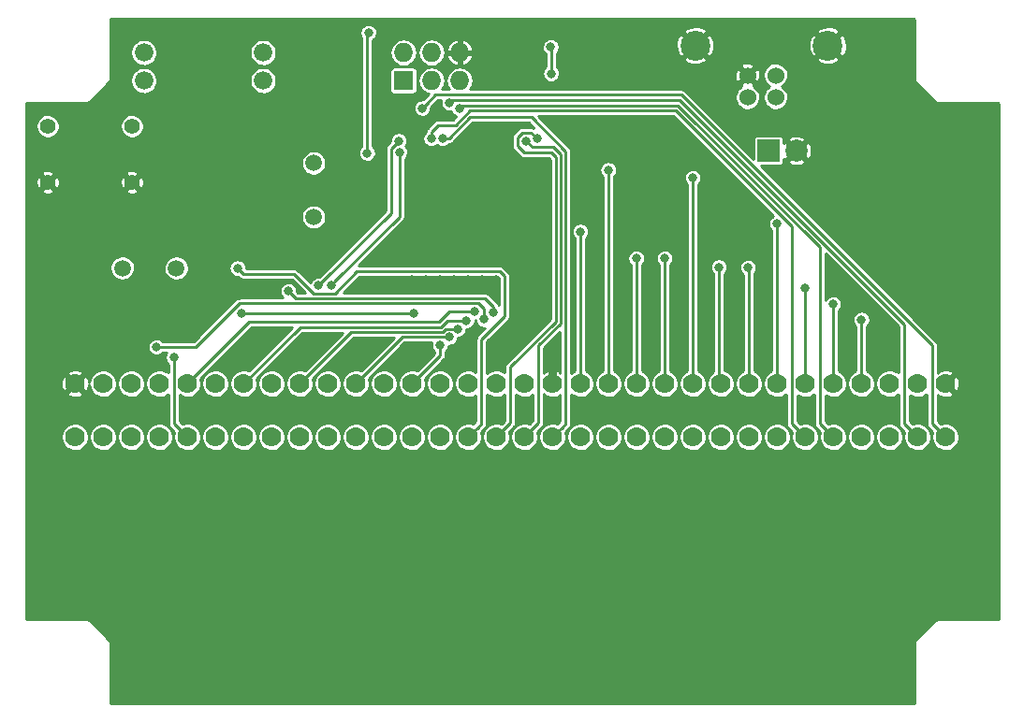
<source format=gbr>
G04 #@! TF.GenerationSoftware,KiCad,Pcbnew,(2017-02-04 revision 9a6e5734b)-master*
G04 #@! TF.CreationDate,2017-03-24T17:35:15+01:00*
G04 #@! TF.ProjectId,mega-prog,6D6567612D70726F672E6B696361645F,Proto 1*
G04 #@! TF.FileFunction,Copper,L2,Bot,Signal*
G04 #@! TF.FilePolarity,Positive*
%FSLAX46Y46*%
G04 Gerber Fmt 4.6, Leading zero omitted, Abs format (unit mm)*
G04 Created by KiCad (PCBNEW (2017-02-04 revision 9a6e5734b)-master) date Fri Mar 24 17:35:15 2017*
%MOMM*%
%LPD*%
G01*
G04 APERTURE LIST*
%ADD10C,0.100000*%
%ADD11C,1.524000*%
%ADD12C,2.700020*%
%ADD13C,1.397000*%
%ADD14C,1.778000*%
%ADD15C,1.676400*%
%ADD16C,1.501140*%
%ADD17R,1.998980X1.998980*%
%ADD18C,1.998980*%
%ADD19R,1.727200X1.727200*%
%ADD20O,1.727200X1.727200*%
%ADD21C,0.812800*%
%ADD22C,0.254000*%
%ADD23C,0.762000*%
%ADD24C,0.508000*%
G04 APERTURE END LIST*
D10*
D11*
X168275000Y-72644000D03*
X170815000Y-72644000D03*
X170815000Y-70645020D03*
X168275000Y-70645020D03*
D12*
X163545520Y-67945000D03*
X175544480Y-67945000D03*
D13*
X104993294Y-80320142D03*
X104993294Y-75240142D03*
X112613294Y-80320142D03*
X112613294Y-75240142D03*
D14*
X107442000Y-103378000D03*
X109982000Y-103378000D03*
X112522000Y-103378000D03*
X115062000Y-103378000D03*
X117602000Y-103378000D03*
X120142000Y-103378000D03*
X122682000Y-103378000D03*
X125222000Y-103378000D03*
X127762000Y-103378000D03*
X130302000Y-103378000D03*
X132842000Y-103378000D03*
X135382000Y-103378000D03*
X137922000Y-103378000D03*
X140462000Y-103378000D03*
X143002000Y-103378000D03*
X145542000Y-103378000D03*
X148082000Y-103378000D03*
X150622000Y-103378000D03*
X153162000Y-103378000D03*
X155702000Y-103378000D03*
X158242000Y-103378000D03*
X160782000Y-103378000D03*
X163322000Y-103378000D03*
X165862000Y-103378000D03*
X168402000Y-103378000D03*
X170942000Y-103378000D03*
X173482000Y-103378000D03*
X176022000Y-103378000D03*
X178562000Y-103378000D03*
X181102000Y-103378000D03*
X183642000Y-103378000D03*
X186182000Y-103378000D03*
X115062000Y-98552000D03*
X107442000Y-98552000D03*
X109982000Y-98552000D03*
X112522000Y-98552000D03*
X117602000Y-98552000D03*
X127762000Y-98552000D03*
X120142000Y-98552000D03*
X122682000Y-98552000D03*
X125222000Y-98552000D03*
X130302000Y-98552000D03*
X132842000Y-98552000D03*
X143002000Y-98552000D03*
X135382000Y-98552000D03*
X137922000Y-98552000D03*
X140462000Y-98552000D03*
X145542000Y-98552000D03*
X148082000Y-98552000D03*
X170942000Y-98552000D03*
X173482000Y-98552000D03*
X176022000Y-98552000D03*
X178562000Y-98552000D03*
X181102000Y-98552000D03*
X183642000Y-98552000D03*
X168402000Y-98552000D03*
X186182000Y-98552000D03*
X150622000Y-98552000D03*
X153162000Y-98552000D03*
X155702000Y-98552000D03*
X158242000Y-98552000D03*
X160782000Y-98552000D03*
X163322000Y-98552000D03*
X165862000Y-98552000D03*
D15*
X124460000Y-68580000D03*
X124460000Y-71120000D03*
X113665000Y-68580000D03*
X113665000Y-71120000D03*
D16*
X129032000Y-83466940D03*
X129032000Y-78585060D03*
D17*
X170180000Y-77470000D03*
D18*
X172720000Y-77470000D03*
D19*
X137160000Y-71120000D03*
D20*
X137160000Y-68580000D03*
X139700000Y-71120000D03*
X139700000Y-68580000D03*
X142240000Y-71120000D03*
X142240000Y-68580000D03*
D16*
X111732060Y-88087200D03*
X116613940Y-88087200D03*
D21*
X112776000Y-83820000D03*
X111760000Y-84836000D03*
X110744000Y-85852000D03*
X109728000Y-86868000D03*
X109728000Y-88138000D03*
X109728000Y-89408000D03*
X150484838Y-68071980D03*
X150495000Y-70485000D03*
X118618000Y-90932000D03*
X119126000Y-78486012D03*
X120142000Y-79502008D03*
X121158000Y-80518000D03*
X111506000Y-93548200D03*
X112776000Y-93548200D03*
X114046000Y-93548200D03*
X115316000Y-93548200D03*
X116586000Y-93548200D03*
X118618000Y-89408000D03*
X118618000Y-87630000D03*
X120904000Y-88900000D03*
X120142000Y-87630000D03*
X119380000Y-86360000D03*
X119380000Y-85090000D03*
X119380000Y-83820000D03*
X119380000Y-82550000D03*
X118872000Y-81534000D03*
X146812000Y-87884000D03*
X145542000Y-87376000D03*
X144272000Y-87376000D03*
X143002000Y-87376000D03*
X141732000Y-87376000D03*
X140462000Y-87376000D03*
X139192000Y-87376000D03*
X137922000Y-87376000D03*
X147320000Y-89154000D03*
X137922000Y-89154000D03*
X139192000Y-89154000D03*
X140462000Y-89154000D03*
X141732000Y-89154000D03*
X143002000Y-89154000D03*
X145542002Y-89154000D03*
X144272000Y-89153998D03*
X134873998Y-73660000D03*
X134874000Y-72390000D03*
X132842000Y-72390000D03*
X132842000Y-73660000D03*
X145262600Y-76403190D03*
X182880000Y-67310000D03*
X180340000Y-67310000D03*
X177800000Y-69850000D03*
X180340000Y-69850000D03*
X182880000Y-69850000D03*
X182880000Y-72390000D03*
X180340000Y-72390000D03*
X177800000Y-72390000D03*
X177800000Y-74930000D03*
X180340000Y-74930000D03*
X182880000Y-74930000D03*
X185420000Y-74930000D03*
X187960000Y-74930000D03*
X190500000Y-74930000D03*
X190500000Y-77470000D03*
X187960000Y-77470000D03*
X185420000Y-77470000D03*
X182880000Y-77470000D03*
X180340000Y-77470000D03*
X177800000Y-77470000D03*
X175260000Y-77470000D03*
X145415000Y-94615000D03*
X146685000Y-94615000D03*
X147955000Y-94615000D03*
X150495000Y-95250000D03*
X150495000Y-96520000D03*
X161290000Y-76835000D03*
X160020000Y-76835000D03*
X149606000Y-85540390D03*
X130810000Y-79375000D03*
X130810000Y-78105000D03*
X130175000Y-76835000D03*
X128905000Y-76200000D03*
X127635000Y-76200000D03*
X126365000Y-76200000D03*
X125095000Y-76200000D03*
X123825000Y-76200000D03*
X122555000Y-76835000D03*
X122555000Y-78105000D03*
X122555000Y-79375000D03*
X122555000Y-80645000D03*
X122555000Y-81915000D03*
X122555000Y-83185000D03*
X122555000Y-84455000D03*
X122555000Y-85725000D03*
X123825000Y-85725000D03*
X125095000Y-85725000D03*
X126365000Y-85725000D03*
X127635000Y-85725000D03*
X128905000Y-85725000D03*
X130175000Y-85089994D03*
X131444994Y-83820000D03*
X143941800Y-70104000D03*
X149479000Y-70104000D03*
X158750000Y-71120000D03*
X160020000Y-71120000D03*
X160020000Y-69850000D03*
X161290000Y-68580000D03*
X161290000Y-69850000D03*
X161290000Y-71120000D03*
X158750000Y-76835000D03*
X157480000Y-76835000D03*
X157480000Y-75565000D03*
X158750000Y-75565000D03*
X160020000Y-75565000D03*
X161290000Y-75565000D03*
X162560000Y-76835000D03*
X163830000Y-78105000D03*
X162560000Y-78105000D03*
X161290000Y-78105000D03*
X160020000Y-78105000D03*
X158750000Y-78105000D03*
X157480000Y-78105000D03*
X149265602Y-78562200D03*
X116370269Y-96202669D03*
X122504200Y-92227398D03*
X138049000Y-92227400D03*
X126746000Y-90170000D03*
X145274996Y-92142668D03*
X129489198Y-89636600D03*
X136715602Y-76581000D03*
X130606798Y-89636600D03*
X136779000Y-77597000D03*
X149227190Y-76373467D03*
X148232596Y-76580984D03*
X142208940Y-73634610D03*
X138861800Y-73609198D03*
X114808000Y-95250000D03*
X144424400Y-92735400D03*
X143562299Y-92036266D03*
X142062196Y-93599030D03*
X142849598Y-92837020D03*
X141300200Y-94335640D03*
X140462000Y-95072250D03*
X170967400Y-84074000D03*
X176022006Y-91338400D03*
X178587400Y-92760800D03*
X168325800Y-88036400D03*
X153162000Y-84785200D03*
X155669800Y-79204000D03*
X158210800Y-87204000D03*
X160782000Y-87198202D03*
X163322000Y-79908400D03*
X133985004Y-66802000D03*
X133883400Y-77673200D03*
X173482000Y-89941400D03*
X165691200Y-88004000D03*
X139674600Y-76352400D03*
X141300200Y-73152000D03*
X140690603Y-76352400D03*
X122135738Y-88099738D03*
D22*
X109728000Y-89408000D02*
X109728000Y-88138000D01*
X150495000Y-68082142D02*
X150484838Y-68071980D01*
X150495000Y-70485000D02*
X150495000Y-68082142D01*
D23*
X120142008Y-79502008D02*
X120142000Y-79502008D01*
X121158000Y-80518000D02*
X120142008Y-79502008D01*
X121285000Y-80645000D02*
X121158000Y-80518000D01*
X121732736Y-80518000D02*
X121158000Y-80518000D01*
X121920000Y-80518000D02*
X121732736Y-80518000D01*
X122174000Y-80264000D02*
X121920000Y-80518000D01*
X122555000Y-80645000D02*
X121285000Y-80645000D01*
X118618000Y-87630000D02*
X118618000Y-89408000D01*
D24*
X120142000Y-87630000D02*
X120142000Y-88138000D01*
X120142000Y-88138000D02*
X120904000Y-88900000D01*
X119380000Y-85090000D02*
X119380000Y-86360000D01*
X118872000Y-81534000D02*
X118872000Y-82042000D01*
X118872000Y-82042000D02*
X119380000Y-82550000D01*
D23*
X144272000Y-87376000D02*
X145542000Y-87376000D01*
X141732000Y-87376000D02*
X143002000Y-87376000D01*
X137922000Y-87376000D02*
X139192000Y-87376000D01*
X149606000Y-86868000D02*
X147726399Y-88747601D01*
X147726399Y-88747601D02*
X147320000Y-89154000D01*
X149606000Y-85540390D02*
X149606000Y-86868000D01*
X140462000Y-89154000D02*
X139192000Y-89154000D01*
X143002000Y-89154000D02*
X141732000Y-89154000D01*
X135448734Y-73660000D02*
X134873998Y-73660000D01*
X135725094Y-73660000D02*
X135448734Y-73660000D01*
X138049000Y-75983906D02*
X135725094Y-73660000D01*
X139199111Y-77343001D02*
X138049000Y-76192890D01*
X144322789Y-77343001D02*
X139199111Y-77343001D01*
X145262600Y-76403190D02*
X144322789Y-77343001D01*
X134874000Y-73659998D02*
X134873998Y-73660000D01*
X138049000Y-76192890D02*
X138049000Y-75983906D01*
X134874000Y-72390000D02*
X134874000Y-73659998D01*
X177800000Y-69850000D02*
X180340000Y-67310000D01*
X182880000Y-69850000D02*
X180340000Y-69850000D01*
X180340000Y-72390000D02*
X182880000Y-72390000D01*
X177800000Y-74930000D02*
X177800000Y-72390000D01*
X182880000Y-74930000D02*
X180340000Y-74930000D01*
X187960000Y-74930000D02*
X185420000Y-74930000D01*
X190500000Y-77470000D02*
X190500000Y-74930000D01*
X185420000Y-77470000D02*
X187960000Y-77470000D01*
X180340000Y-77470000D02*
X182880000Y-77470000D01*
X175260000Y-77470000D02*
X177800000Y-77470000D01*
X147955000Y-94615000D02*
X146685000Y-94615000D01*
X150622000Y-98552000D02*
X150622000Y-96647000D01*
X150622000Y-96647000D02*
X150495000Y-96520000D01*
D22*
X130175000Y-76835000D02*
X130175000Y-77470000D01*
X130175000Y-77470000D02*
X130810000Y-78105000D01*
X127635000Y-76200000D02*
X128905000Y-76200000D01*
X125095000Y-76200000D02*
X126365000Y-76200000D01*
X122555000Y-76835000D02*
X123190000Y-76835000D01*
X123190000Y-76835000D02*
X123825000Y-76200000D01*
X122555000Y-79375000D02*
X122555000Y-78105000D01*
X122555000Y-81915000D02*
X122555000Y-80645000D01*
X122555000Y-84455000D02*
X122555000Y-83185000D01*
X123825000Y-85725000D02*
X122555000Y-85725000D01*
X126365000Y-85725000D02*
X125095000Y-85725000D01*
X128905000Y-85725000D02*
X127635000Y-85725000D01*
X131444994Y-83820000D02*
X130175000Y-85089994D01*
D23*
X160020000Y-71120000D02*
X158750000Y-71120000D01*
X161290000Y-68580000D02*
X160020000Y-69850000D01*
X161290000Y-71120000D02*
X161290000Y-69850000D01*
X158750000Y-76835000D02*
X160020000Y-76835000D01*
X157480000Y-75565000D02*
X157480000Y-76835000D01*
X160020000Y-75565000D02*
X158750000Y-75565000D01*
X162560000Y-76835000D02*
X161290000Y-75565000D01*
X162560000Y-78105000D02*
X163830000Y-78105000D01*
X160020000Y-78105000D02*
X161290000Y-78105000D01*
X157480000Y-78105000D02*
X158750000Y-78105000D01*
D22*
X116370269Y-96777405D02*
X116370269Y-96202669D01*
X116370269Y-102146269D02*
X116370269Y-96777405D01*
X117602000Y-103378000D02*
X116370269Y-102146269D01*
X138049000Y-92227400D02*
X122504202Y-92227400D01*
X122504202Y-92227400D02*
X122504200Y-92227398D01*
X145274996Y-91567932D02*
X145274996Y-92142668D01*
X126746000Y-90170000D02*
X127418454Y-90842454D01*
X144549518Y-90842454D02*
X145274996Y-91567932D01*
X127418454Y-90842454D02*
X144549518Y-90842454D01*
X136715602Y-76581000D02*
X136017000Y-77279602D01*
X136017000Y-77279602D02*
X136017000Y-83108798D01*
X136017000Y-83108798D02*
X129895597Y-89230201D01*
X129895597Y-89230201D02*
X129489198Y-89636600D01*
X131013197Y-89230201D02*
X130606798Y-89636600D01*
X136779000Y-83464398D02*
X131013197Y-89230201D01*
X136779000Y-77597000D02*
X136779000Y-83464398D01*
X147473982Y-76251050D02*
X147880653Y-75844379D01*
X147473982Y-77063152D02*
X147473982Y-76251050D01*
X148058630Y-77647800D02*
X147473982Y-77063152D01*
X150926800Y-78079600D02*
X150495000Y-77647800D01*
X150926800Y-92913200D02*
X150926800Y-78079600D01*
X146812000Y-97028000D02*
X150926800Y-92913200D01*
X146812000Y-102108000D02*
X146812000Y-97028000D01*
X145542000Y-103378000D02*
X146812000Y-102108000D01*
X150495000Y-77647800D02*
X148058630Y-77647800D01*
X147880653Y-75844379D02*
X148698102Y-75844379D01*
X148698102Y-75844379D02*
X149227190Y-76373467D01*
X148638995Y-76987383D02*
X148232596Y-76580984D01*
X151384011Y-77800211D02*
X150698200Y-77114400D01*
X151384011Y-93102582D02*
X151384011Y-77800211D01*
X149377399Y-95109194D02*
X151384011Y-93102582D01*
X149377399Y-102082601D02*
X149377399Y-95109194D01*
X148082000Y-103378000D02*
X149377399Y-102082601D01*
X148766012Y-77114400D02*
X148638995Y-76987383D01*
X150698200Y-77114400D02*
X148766012Y-77114400D01*
X175133001Y-102489001D02*
X176022000Y-103378000D01*
X174802799Y-102158799D02*
X175133001Y-102489001D01*
X142462961Y-73380589D02*
X161978006Y-73380589D01*
X142208940Y-73634610D02*
X142462961Y-73380589D01*
X174802799Y-86205383D02*
X174802799Y-102158799D01*
X161978006Y-73380589D02*
X174802799Y-86205383D01*
X140055599Y-72415399D02*
X139268199Y-73202799D01*
X162305999Y-72415399D02*
X140055599Y-72415399D01*
X184962799Y-95072199D02*
X162305999Y-72415399D01*
X184962799Y-102158799D02*
X184962799Y-95072199D01*
X186182000Y-103378000D02*
X184962799Y-102158799D01*
X139268199Y-73202799D02*
X138861800Y-73609198D01*
X122314335Y-91299665D02*
X118364000Y-95250000D01*
X143915868Y-91299665D02*
X122314335Y-91299665D01*
X115382736Y-95250000D02*
X114808000Y-95250000D01*
X144424400Y-91808197D02*
X143915868Y-91299665D01*
X144424400Y-92735400D02*
X144424400Y-91808197D01*
X118364000Y-95250000D02*
X115382736Y-95250000D01*
X117602000Y-98552000D02*
X123189993Y-92964007D01*
X123189993Y-92964007D02*
X140334993Y-92964007D01*
X140334993Y-92964007D02*
X141262734Y-92036266D01*
X141262734Y-92036266D02*
X142987563Y-92036266D01*
X142987563Y-92036266D02*
X143562299Y-92036266D01*
X141487460Y-93599030D02*
X142062196Y-93599030D01*
X140713757Y-93878429D02*
X140993156Y-93599030D01*
X127762000Y-98552000D02*
X132435571Y-93878429D01*
X140993156Y-93599030D02*
X141487460Y-93599030D01*
X132435571Y-93878429D02*
X140713757Y-93878429D01*
X141108573Y-92837020D02*
X142274862Y-92837020D01*
X142274862Y-92837020D02*
X142849598Y-92837020D01*
X140524375Y-93421218D02*
X141108573Y-92837020D01*
X127812782Y-93421218D02*
X140524375Y-93421218D01*
X122682000Y-98552000D02*
X127812782Y-93421218D01*
X132842000Y-98552000D02*
X137058360Y-94335640D01*
X140725464Y-94335640D02*
X141300200Y-94335640D01*
X137058360Y-94335640D02*
X140725464Y-94335640D01*
X140462000Y-95646986D02*
X140462000Y-95072250D01*
X137922000Y-98552000D02*
X140462000Y-96012000D01*
X140462000Y-96012000D02*
X140462000Y-95646986D01*
X170967400Y-84074000D02*
X170967400Y-98526600D01*
X170967400Y-98526600D02*
X170942000Y-98552000D01*
X176022000Y-98552000D02*
X176022000Y-91338406D01*
X176022000Y-91338406D02*
X176022006Y-91338400D01*
X178562000Y-92786200D02*
X178587400Y-92760800D01*
X178562000Y-98552000D02*
X178562000Y-92786200D01*
X168402000Y-88112600D02*
X168325800Y-88036400D01*
X168402000Y-98552000D02*
X168402000Y-88112600D01*
X153162000Y-84785200D02*
X153162000Y-98552000D01*
X155702000Y-98552000D02*
X155702000Y-79236200D01*
X155702000Y-79236200D02*
X155669800Y-79204000D01*
X158242000Y-98552000D02*
X158242000Y-87235200D01*
X158242000Y-87235200D02*
X158210800Y-87204000D01*
X160782000Y-97294765D02*
X160782000Y-87198202D01*
X160782000Y-98552000D02*
X160782000Y-97294765D01*
X163322000Y-79908400D02*
X163322000Y-80483136D01*
X163322000Y-80483136D02*
X163322000Y-98552000D01*
X133883400Y-66903604D02*
X133985004Y-66802000D01*
X133883400Y-77673200D02*
X133883400Y-66903604D01*
X173482000Y-98552000D02*
X173482000Y-89941400D01*
X165691200Y-88004000D02*
X165691200Y-98381200D01*
X165691200Y-98381200D02*
X165862000Y-98552000D01*
X172593001Y-102489001D02*
X173482000Y-103378000D01*
X172262799Y-102158799D02*
X172593001Y-102489001D01*
X139674600Y-76352400D02*
X139674600Y-75777664D01*
X161788624Y-73837800D02*
X172262799Y-84311975D01*
X140319031Y-75133233D02*
X141858967Y-75133233D01*
X139674600Y-75777664D02*
X140319031Y-75133233D01*
X141858967Y-75133233D02*
X143154400Y-73837800D01*
X143154400Y-73837800D02*
X161788624Y-73837800D01*
X172262799Y-84311975D02*
X172262799Y-102158799D01*
X162142008Y-72898000D02*
X141554200Y-72898000D01*
X141554200Y-72898000D02*
X141300200Y-73152000D01*
X182422799Y-93178791D02*
X162142008Y-72898000D01*
X183642000Y-103378000D02*
X182422799Y-102158799D01*
X182422799Y-102158799D02*
X182422799Y-93178791D01*
X151841201Y-102158799D02*
X151510999Y-102489001D01*
X151841201Y-93291985D02*
X151841201Y-102158799D01*
X151510999Y-102489001D02*
X150622000Y-103378000D01*
X151841222Y-93291964D02*
X151841201Y-93291985D01*
X143205200Y-74447400D02*
X148717000Y-74447400D01*
X151841222Y-77571622D02*
X151841222Y-93291964D01*
X148717000Y-74447400D02*
X151841222Y-77571622D01*
X141300200Y-76352400D02*
X143205200Y-74447400D01*
X140690603Y-76352400D02*
X141300200Y-76352400D01*
X122135738Y-88099738D02*
X122682000Y-88646000D01*
X122682000Y-88646000D02*
X127254000Y-88646000D01*
X127254000Y-88646000D02*
X128993243Y-90385243D01*
X146278603Y-92481397D02*
X144221201Y-94538799D01*
X143890999Y-102489001D02*
X143002000Y-103378000D01*
X128993243Y-90385243D02*
X130948325Y-90385243D01*
X144221201Y-102158799D02*
X143890999Y-102489001D01*
X130948325Y-90385243D02*
X132941568Y-88392000D01*
X132941568Y-88392000D02*
X145870172Y-88392000D01*
X145870172Y-88392000D02*
X146278603Y-88800431D01*
X146278603Y-88800431D02*
X146278603Y-92481397D01*
X144221201Y-94538799D02*
X144221201Y-102158799D01*
G36*
X183285652Y-65535042D02*
X183309369Y-65542237D01*
X183331216Y-65553914D01*
X183350368Y-65569632D01*
X183366086Y-65588784D01*
X183377763Y-65610631D01*
X183384958Y-65634348D01*
X183388000Y-65665236D01*
X183388000Y-71014790D01*
X183388612Y-71027239D01*
X183393493Y-71076792D01*
X183398350Y-71101209D01*
X183412804Y-71148857D01*
X183422330Y-71171857D01*
X183445802Y-71215771D01*
X183459635Y-71236473D01*
X183491223Y-71274963D01*
X183499592Y-71284198D01*
X185255802Y-73040408D01*
X185265037Y-73048777D01*
X185303527Y-73080365D01*
X185324229Y-73094198D01*
X185368143Y-73117670D01*
X185391143Y-73127196D01*
X185438791Y-73141650D01*
X185463208Y-73146507D01*
X185512761Y-73151388D01*
X185525210Y-73152000D01*
X190874764Y-73152000D01*
X190905652Y-73155042D01*
X190929369Y-73162237D01*
X190951216Y-73173914D01*
X190970368Y-73189632D01*
X190986086Y-73208784D01*
X190997763Y-73230631D01*
X191004958Y-73254348D01*
X191008000Y-73285236D01*
X191008000Y-119754764D01*
X191004958Y-119785652D01*
X190997763Y-119809369D01*
X190986086Y-119831216D01*
X190970368Y-119850368D01*
X190951216Y-119866086D01*
X190929369Y-119877763D01*
X190905652Y-119884958D01*
X190874764Y-119888000D01*
X185525210Y-119888000D01*
X185512761Y-119888612D01*
X185463208Y-119893493D01*
X185438791Y-119898350D01*
X185391143Y-119912804D01*
X185368143Y-119922330D01*
X185324229Y-119945802D01*
X185303527Y-119959635D01*
X185265037Y-119991223D01*
X185255802Y-119999592D01*
X183499592Y-121755802D01*
X183491223Y-121765037D01*
X183459635Y-121803527D01*
X183445802Y-121824229D01*
X183422330Y-121868143D01*
X183412804Y-121891143D01*
X183398350Y-121938791D01*
X183393493Y-121963208D01*
X183388612Y-122012761D01*
X183388000Y-122025210D01*
X183388000Y-127374764D01*
X183384958Y-127405652D01*
X183377763Y-127429369D01*
X183366086Y-127451216D01*
X183350368Y-127470368D01*
X183331216Y-127486086D01*
X183309369Y-127497763D01*
X183285652Y-127504958D01*
X183254764Y-127508000D01*
X110750236Y-127508000D01*
X110719348Y-127504958D01*
X110695631Y-127497763D01*
X110673784Y-127486086D01*
X110654632Y-127470368D01*
X110638914Y-127451216D01*
X110627237Y-127429369D01*
X110620042Y-127405652D01*
X110617000Y-127374764D01*
X110617000Y-122025210D01*
X110616388Y-122012761D01*
X110611507Y-121963208D01*
X110606650Y-121938791D01*
X110592196Y-121891143D01*
X110582670Y-121868143D01*
X110559198Y-121824229D01*
X110545365Y-121803527D01*
X110513777Y-121765037D01*
X110505408Y-121755802D01*
X108749198Y-119999592D01*
X108739963Y-119991223D01*
X108701473Y-119959635D01*
X108680771Y-119945802D01*
X108636857Y-119922330D01*
X108613857Y-119912804D01*
X108566209Y-119898350D01*
X108541792Y-119893493D01*
X108492239Y-119888612D01*
X108479790Y-119888000D01*
X103130236Y-119888000D01*
X103099348Y-119884958D01*
X103075631Y-119877763D01*
X103053784Y-119866086D01*
X103034632Y-119850368D01*
X103018914Y-119831216D01*
X103007237Y-119809369D01*
X103000042Y-119785652D01*
X102997000Y-119754764D01*
X102997000Y-103484785D01*
X106170331Y-103484785D01*
X106215291Y-103729753D01*
X106306976Y-103961323D01*
X106441894Y-104170675D01*
X106614905Y-104349833D01*
X106819420Y-104491975D01*
X107047650Y-104591686D01*
X107290899Y-104645168D01*
X107539905Y-104650384D01*
X107785181Y-104607135D01*
X108017385Y-104517069D01*
X108227673Y-104383616D01*
X108408035Y-104211859D01*
X108551602Y-104008341D01*
X108652903Y-103780814D01*
X108708082Y-103537943D01*
X108708824Y-103484785D01*
X108710331Y-103484785D01*
X108755291Y-103729753D01*
X108846976Y-103961323D01*
X108981894Y-104170675D01*
X109154905Y-104349833D01*
X109359420Y-104491975D01*
X109587650Y-104591686D01*
X109830899Y-104645168D01*
X110079905Y-104650384D01*
X110325181Y-104607135D01*
X110557385Y-104517069D01*
X110767673Y-104383616D01*
X110948035Y-104211859D01*
X111091602Y-104008341D01*
X111192903Y-103780814D01*
X111248082Y-103537943D01*
X111248824Y-103484785D01*
X111250331Y-103484785D01*
X111295291Y-103729753D01*
X111386976Y-103961323D01*
X111521894Y-104170675D01*
X111694905Y-104349833D01*
X111899420Y-104491975D01*
X112127650Y-104591686D01*
X112370899Y-104645168D01*
X112619905Y-104650384D01*
X112865181Y-104607135D01*
X113097385Y-104517069D01*
X113307673Y-104383616D01*
X113488035Y-104211859D01*
X113631602Y-104008341D01*
X113732903Y-103780814D01*
X113788082Y-103537943D01*
X113788824Y-103484785D01*
X113790331Y-103484785D01*
X113835291Y-103729753D01*
X113926976Y-103961323D01*
X114061894Y-104170675D01*
X114234905Y-104349833D01*
X114439420Y-104491975D01*
X114667650Y-104591686D01*
X114910899Y-104645168D01*
X115159905Y-104650384D01*
X115405181Y-104607135D01*
X115637385Y-104517069D01*
X115847673Y-104383616D01*
X116028035Y-104211859D01*
X116171602Y-104008341D01*
X116272903Y-103780814D01*
X116328082Y-103537943D01*
X116332054Y-103253470D01*
X116283678Y-103009154D01*
X116188769Y-102778886D01*
X116050942Y-102571439D01*
X115875445Y-102394713D01*
X115668965Y-102255441D01*
X115439366Y-102158926D01*
X115195393Y-102108846D01*
X114946340Y-102107107D01*
X114701691Y-102153776D01*
X114470767Y-102247076D01*
X114262363Y-102383452D01*
X114084416Y-102557710D01*
X113943706Y-102763212D01*
X113845590Y-102992132D01*
X113793808Y-103235749D01*
X113790331Y-103484785D01*
X113788824Y-103484785D01*
X113792054Y-103253470D01*
X113743678Y-103009154D01*
X113648769Y-102778886D01*
X113510942Y-102571439D01*
X113335445Y-102394713D01*
X113128965Y-102255441D01*
X112899366Y-102158926D01*
X112655393Y-102108846D01*
X112406340Y-102107107D01*
X112161691Y-102153776D01*
X111930767Y-102247076D01*
X111722363Y-102383452D01*
X111544416Y-102557710D01*
X111403706Y-102763212D01*
X111305590Y-102992132D01*
X111253808Y-103235749D01*
X111250331Y-103484785D01*
X111248824Y-103484785D01*
X111252054Y-103253470D01*
X111203678Y-103009154D01*
X111108769Y-102778886D01*
X110970942Y-102571439D01*
X110795445Y-102394713D01*
X110588965Y-102255441D01*
X110359366Y-102158926D01*
X110115393Y-102108846D01*
X109866340Y-102107107D01*
X109621691Y-102153776D01*
X109390767Y-102247076D01*
X109182363Y-102383452D01*
X109004416Y-102557710D01*
X108863706Y-102763212D01*
X108765590Y-102992132D01*
X108713808Y-103235749D01*
X108710331Y-103484785D01*
X108708824Y-103484785D01*
X108712054Y-103253470D01*
X108663678Y-103009154D01*
X108568769Y-102778886D01*
X108430942Y-102571439D01*
X108255445Y-102394713D01*
X108048965Y-102255441D01*
X107819366Y-102158926D01*
X107575393Y-102108846D01*
X107326340Y-102107107D01*
X107081691Y-102153776D01*
X106850767Y-102247076D01*
X106642363Y-102383452D01*
X106464416Y-102557710D01*
X106323706Y-102763212D01*
X106225590Y-102992132D01*
X106173808Y-103235749D01*
X106170331Y-103484785D01*
X102997000Y-103484785D01*
X102997000Y-99471978D01*
X106701627Y-99471978D01*
X106798369Y-99653946D01*
X107025716Y-99758339D01*
X107269059Y-99816373D01*
X107519049Y-99825818D01*
X107766078Y-99786310D01*
X108000653Y-99699369D01*
X108085631Y-99653946D01*
X108182373Y-99471978D01*
X107442000Y-98731605D01*
X106701627Y-99471978D01*
X102997000Y-99471978D01*
X102997000Y-98629049D01*
X106168182Y-98629049D01*
X106207690Y-98876078D01*
X106294631Y-99110653D01*
X106340054Y-99195631D01*
X106522022Y-99292373D01*
X107262395Y-98552000D01*
X107621605Y-98552000D01*
X108361978Y-99292373D01*
X108543946Y-99195631D01*
X108648339Y-98968284D01*
X108706373Y-98724941D01*
X108711186Y-98597553D01*
X108710331Y-98658785D01*
X108755291Y-98903753D01*
X108846976Y-99135323D01*
X108981894Y-99344675D01*
X109154905Y-99523833D01*
X109359420Y-99665975D01*
X109587650Y-99765686D01*
X109830899Y-99819168D01*
X110079905Y-99824384D01*
X110325181Y-99781135D01*
X110557385Y-99691069D01*
X110767673Y-99557616D01*
X110948035Y-99385859D01*
X111091602Y-99182341D01*
X111192903Y-98954814D01*
X111248082Y-98711943D01*
X111248824Y-98658785D01*
X111250331Y-98658785D01*
X111295291Y-98903753D01*
X111386976Y-99135323D01*
X111521894Y-99344675D01*
X111694905Y-99523833D01*
X111899420Y-99665975D01*
X112127650Y-99765686D01*
X112370899Y-99819168D01*
X112619905Y-99824384D01*
X112865181Y-99781135D01*
X113097385Y-99691069D01*
X113307673Y-99557616D01*
X113488035Y-99385859D01*
X113631602Y-99182341D01*
X113732903Y-98954814D01*
X113788082Y-98711943D01*
X113788824Y-98658785D01*
X113790331Y-98658785D01*
X113835291Y-98903753D01*
X113926976Y-99135323D01*
X114061894Y-99344675D01*
X114234905Y-99523833D01*
X114439420Y-99665975D01*
X114667650Y-99765686D01*
X114910899Y-99819168D01*
X115159905Y-99824384D01*
X115405181Y-99781135D01*
X115637385Y-99691069D01*
X115847673Y-99557616D01*
X115862269Y-99543716D01*
X115862269Y-102146269D01*
X115866848Y-102192973D01*
X115870938Y-102239717D01*
X115871683Y-102242283D01*
X115871944Y-102244940D01*
X115885496Y-102289825D01*
X115898598Y-102334924D01*
X115899829Y-102337298D01*
X115900600Y-102339853D01*
X115922609Y-102381246D01*
X115944224Y-102422946D01*
X115945892Y-102425035D01*
X115947145Y-102427392D01*
X115976821Y-102463778D01*
X116006079Y-102500428D01*
X116009742Y-102504143D01*
X116009807Y-102504223D01*
X116009881Y-102504284D01*
X116011059Y-102505479D01*
X116419228Y-102913648D01*
X116385590Y-102992132D01*
X116333808Y-103235749D01*
X116330331Y-103484785D01*
X116375291Y-103729753D01*
X116466976Y-103961323D01*
X116601894Y-104170675D01*
X116774905Y-104349833D01*
X116979420Y-104491975D01*
X117207650Y-104591686D01*
X117450899Y-104645168D01*
X117699905Y-104650384D01*
X117945181Y-104607135D01*
X118177385Y-104517069D01*
X118387673Y-104383616D01*
X118568035Y-104211859D01*
X118711602Y-104008341D01*
X118812903Y-103780814D01*
X118868082Y-103537943D01*
X118868824Y-103484785D01*
X118870331Y-103484785D01*
X118915291Y-103729753D01*
X119006976Y-103961323D01*
X119141894Y-104170675D01*
X119314905Y-104349833D01*
X119519420Y-104491975D01*
X119747650Y-104591686D01*
X119990899Y-104645168D01*
X120239905Y-104650384D01*
X120485181Y-104607135D01*
X120717385Y-104517069D01*
X120927673Y-104383616D01*
X121108035Y-104211859D01*
X121251602Y-104008341D01*
X121352903Y-103780814D01*
X121408082Y-103537943D01*
X121408824Y-103484785D01*
X121410331Y-103484785D01*
X121455291Y-103729753D01*
X121546976Y-103961323D01*
X121681894Y-104170675D01*
X121854905Y-104349833D01*
X122059420Y-104491975D01*
X122287650Y-104591686D01*
X122530899Y-104645168D01*
X122779905Y-104650384D01*
X123025181Y-104607135D01*
X123257385Y-104517069D01*
X123467673Y-104383616D01*
X123648035Y-104211859D01*
X123791602Y-104008341D01*
X123892903Y-103780814D01*
X123948082Y-103537943D01*
X123948824Y-103484785D01*
X123950331Y-103484785D01*
X123995291Y-103729753D01*
X124086976Y-103961323D01*
X124221894Y-104170675D01*
X124394905Y-104349833D01*
X124599420Y-104491975D01*
X124827650Y-104591686D01*
X125070899Y-104645168D01*
X125319905Y-104650384D01*
X125565181Y-104607135D01*
X125797385Y-104517069D01*
X126007673Y-104383616D01*
X126188035Y-104211859D01*
X126331602Y-104008341D01*
X126432903Y-103780814D01*
X126488082Y-103537943D01*
X126488824Y-103484785D01*
X126490331Y-103484785D01*
X126535291Y-103729753D01*
X126626976Y-103961323D01*
X126761894Y-104170675D01*
X126934905Y-104349833D01*
X127139420Y-104491975D01*
X127367650Y-104591686D01*
X127610899Y-104645168D01*
X127859905Y-104650384D01*
X128105181Y-104607135D01*
X128337385Y-104517069D01*
X128547673Y-104383616D01*
X128728035Y-104211859D01*
X128871602Y-104008341D01*
X128972903Y-103780814D01*
X129028082Y-103537943D01*
X129028824Y-103484785D01*
X129030331Y-103484785D01*
X129075291Y-103729753D01*
X129166976Y-103961323D01*
X129301894Y-104170675D01*
X129474905Y-104349833D01*
X129679420Y-104491975D01*
X129907650Y-104591686D01*
X130150899Y-104645168D01*
X130399905Y-104650384D01*
X130645181Y-104607135D01*
X130877385Y-104517069D01*
X131087673Y-104383616D01*
X131268035Y-104211859D01*
X131411602Y-104008341D01*
X131512903Y-103780814D01*
X131568082Y-103537943D01*
X131568824Y-103484785D01*
X131570331Y-103484785D01*
X131615291Y-103729753D01*
X131706976Y-103961323D01*
X131841894Y-104170675D01*
X132014905Y-104349833D01*
X132219420Y-104491975D01*
X132447650Y-104591686D01*
X132690899Y-104645168D01*
X132939905Y-104650384D01*
X133185181Y-104607135D01*
X133417385Y-104517069D01*
X133627673Y-104383616D01*
X133808035Y-104211859D01*
X133951602Y-104008341D01*
X134052903Y-103780814D01*
X134108082Y-103537943D01*
X134108824Y-103484785D01*
X134110331Y-103484785D01*
X134155291Y-103729753D01*
X134246976Y-103961323D01*
X134381894Y-104170675D01*
X134554905Y-104349833D01*
X134759420Y-104491975D01*
X134987650Y-104591686D01*
X135230899Y-104645168D01*
X135479905Y-104650384D01*
X135725181Y-104607135D01*
X135957385Y-104517069D01*
X136167673Y-104383616D01*
X136348035Y-104211859D01*
X136491602Y-104008341D01*
X136592903Y-103780814D01*
X136648082Y-103537943D01*
X136648824Y-103484785D01*
X136650331Y-103484785D01*
X136695291Y-103729753D01*
X136786976Y-103961323D01*
X136921894Y-104170675D01*
X137094905Y-104349833D01*
X137299420Y-104491975D01*
X137527650Y-104591686D01*
X137770899Y-104645168D01*
X138019905Y-104650384D01*
X138265181Y-104607135D01*
X138497385Y-104517069D01*
X138707673Y-104383616D01*
X138888035Y-104211859D01*
X139031602Y-104008341D01*
X139132903Y-103780814D01*
X139188082Y-103537943D01*
X139188824Y-103484785D01*
X139190331Y-103484785D01*
X139235291Y-103729753D01*
X139326976Y-103961323D01*
X139461894Y-104170675D01*
X139634905Y-104349833D01*
X139839420Y-104491975D01*
X140067650Y-104591686D01*
X140310899Y-104645168D01*
X140559905Y-104650384D01*
X140805181Y-104607135D01*
X141037385Y-104517069D01*
X141247673Y-104383616D01*
X141428035Y-104211859D01*
X141571602Y-104008341D01*
X141672903Y-103780814D01*
X141728082Y-103537943D01*
X141732054Y-103253470D01*
X141683678Y-103009154D01*
X141588769Y-102778886D01*
X141450942Y-102571439D01*
X141275445Y-102394713D01*
X141068965Y-102255441D01*
X140839366Y-102158926D01*
X140595393Y-102108846D01*
X140346340Y-102107107D01*
X140101691Y-102153776D01*
X139870767Y-102247076D01*
X139662363Y-102383452D01*
X139484416Y-102557710D01*
X139343706Y-102763212D01*
X139245590Y-102992132D01*
X139193808Y-103235749D01*
X139190331Y-103484785D01*
X139188824Y-103484785D01*
X139192054Y-103253470D01*
X139143678Y-103009154D01*
X139048769Y-102778886D01*
X138910942Y-102571439D01*
X138735445Y-102394713D01*
X138528965Y-102255441D01*
X138299366Y-102158926D01*
X138055393Y-102108846D01*
X137806340Y-102107107D01*
X137561691Y-102153776D01*
X137330767Y-102247076D01*
X137122363Y-102383452D01*
X136944416Y-102557710D01*
X136803706Y-102763212D01*
X136705590Y-102992132D01*
X136653808Y-103235749D01*
X136650331Y-103484785D01*
X136648824Y-103484785D01*
X136652054Y-103253470D01*
X136603678Y-103009154D01*
X136508769Y-102778886D01*
X136370942Y-102571439D01*
X136195445Y-102394713D01*
X135988965Y-102255441D01*
X135759366Y-102158926D01*
X135515393Y-102108846D01*
X135266340Y-102107107D01*
X135021691Y-102153776D01*
X134790767Y-102247076D01*
X134582363Y-102383452D01*
X134404416Y-102557710D01*
X134263706Y-102763212D01*
X134165590Y-102992132D01*
X134113808Y-103235749D01*
X134110331Y-103484785D01*
X134108824Y-103484785D01*
X134112054Y-103253470D01*
X134063678Y-103009154D01*
X133968769Y-102778886D01*
X133830942Y-102571439D01*
X133655445Y-102394713D01*
X133448965Y-102255441D01*
X133219366Y-102158926D01*
X132975393Y-102108846D01*
X132726340Y-102107107D01*
X132481691Y-102153776D01*
X132250767Y-102247076D01*
X132042363Y-102383452D01*
X131864416Y-102557710D01*
X131723706Y-102763212D01*
X131625590Y-102992132D01*
X131573808Y-103235749D01*
X131570331Y-103484785D01*
X131568824Y-103484785D01*
X131572054Y-103253470D01*
X131523678Y-103009154D01*
X131428769Y-102778886D01*
X131290942Y-102571439D01*
X131115445Y-102394713D01*
X130908965Y-102255441D01*
X130679366Y-102158926D01*
X130435393Y-102108846D01*
X130186340Y-102107107D01*
X129941691Y-102153776D01*
X129710767Y-102247076D01*
X129502363Y-102383452D01*
X129324416Y-102557710D01*
X129183706Y-102763212D01*
X129085590Y-102992132D01*
X129033808Y-103235749D01*
X129030331Y-103484785D01*
X129028824Y-103484785D01*
X129032054Y-103253470D01*
X128983678Y-103009154D01*
X128888769Y-102778886D01*
X128750942Y-102571439D01*
X128575445Y-102394713D01*
X128368965Y-102255441D01*
X128139366Y-102158926D01*
X127895393Y-102108846D01*
X127646340Y-102107107D01*
X127401691Y-102153776D01*
X127170767Y-102247076D01*
X126962363Y-102383452D01*
X126784416Y-102557710D01*
X126643706Y-102763212D01*
X126545590Y-102992132D01*
X126493808Y-103235749D01*
X126490331Y-103484785D01*
X126488824Y-103484785D01*
X126492054Y-103253470D01*
X126443678Y-103009154D01*
X126348769Y-102778886D01*
X126210942Y-102571439D01*
X126035445Y-102394713D01*
X125828965Y-102255441D01*
X125599366Y-102158926D01*
X125355393Y-102108846D01*
X125106340Y-102107107D01*
X124861691Y-102153776D01*
X124630767Y-102247076D01*
X124422363Y-102383452D01*
X124244416Y-102557710D01*
X124103706Y-102763212D01*
X124005590Y-102992132D01*
X123953808Y-103235749D01*
X123950331Y-103484785D01*
X123948824Y-103484785D01*
X123952054Y-103253470D01*
X123903678Y-103009154D01*
X123808769Y-102778886D01*
X123670942Y-102571439D01*
X123495445Y-102394713D01*
X123288965Y-102255441D01*
X123059366Y-102158926D01*
X122815393Y-102108846D01*
X122566340Y-102107107D01*
X122321691Y-102153776D01*
X122090767Y-102247076D01*
X121882363Y-102383452D01*
X121704416Y-102557710D01*
X121563706Y-102763212D01*
X121465590Y-102992132D01*
X121413808Y-103235749D01*
X121410331Y-103484785D01*
X121408824Y-103484785D01*
X121412054Y-103253470D01*
X121363678Y-103009154D01*
X121268769Y-102778886D01*
X121130942Y-102571439D01*
X120955445Y-102394713D01*
X120748965Y-102255441D01*
X120519366Y-102158926D01*
X120275393Y-102108846D01*
X120026340Y-102107107D01*
X119781691Y-102153776D01*
X119550767Y-102247076D01*
X119342363Y-102383452D01*
X119164416Y-102557710D01*
X119023706Y-102763212D01*
X118925590Y-102992132D01*
X118873808Y-103235749D01*
X118870331Y-103484785D01*
X118868824Y-103484785D01*
X118872054Y-103253470D01*
X118823678Y-103009154D01*
X118728769Y-102778886D01*
X118590942Y-102571439D01*
X118415445Y-102394713D01*
X118208965Y-102255441D01*
X117979366Y-102158926D01*
X117735393Y-102108846D01*
X117486340Y-102107107D01*
X117241691Y-102153776D01*
X117138064Y-102195644D01*
X116878269Y-101935849D01*
X116878269Y-99595673D01*
X116979420Y-99665975D01*
X117207650Y-99765686D01*
X117450899Y-99819168D01*
X117699905Y-99824384D01*
X117945181Y-99781135D01*
X118177385Y-99691069D01*
X118387673Y-99557616D01*
X118568035Y-99385859D01*
X118711602Y-99182341D01*
X118812903Y-98954814D01*
X118868082Y-98711943D01*
X118868824Y-98658785D01*
X118870331Y-98658785D01*
X118915291Y-98903753D01*
X119006976Y-99135323D01*
X119141894Y-99344675D01*
X119314905Y-99523833D01*
X119519420Y-99665975D01*
X119747650Y-99765686D01*
X119990899Y-99819168D01*
X120239905Y-99824384D01*
X120485181Y-99781135D01*
X120717385Y-99691069D01*
X120927673Y-99557616D01*
X121108035Y-99385859D01*
X121251602Y-99182341D01*
X121352903Y-98954814D01*
X121408082Y-98711943D01*
X121412054Y-98427470D01*
X121363678Y-98183154D01*
X121268769Y-97952886D01*
X121130942Y-97745439D01*
X120955445Y-97568713D01*
X120748965Y-97429441D01*
X120519366Y-97332926D01*
X120275393Y-97282846D01*
X120026340Y-97281107D01*
X119781691Y-97327776D01*
X119550767Y-97421076D01*
X119342363Y-97557452D01*
X119164416Y-97731710D01*
X119023706Y-97937212D01*
X118925590Y-98166132D01*
X118873808Y-98409749D01*
X118870331Y-98658785D01*
X118868824Y-98658785D01*
X118872054Y-98427470D01*
X118823678Y-98183154D01*
X118784447Y-98087973D01*
X123400414Y-93472007D01*
X127043572Y-93472007D01*
X123146166Y-97369414D01*
X123059366Y-97332926D01*
X122815393Y-97282846D01*
X122566340Y-97281107D01*
X122321691Y-97327776D01*
X122090767Y-97421076D01*
X121882363Y-97557452D01*
X121704416Y-97731710D01*
X121563706Y-97937212D01*
X121465590Y-98166132D01*
X121413808Y-98409749D01*
X121410331Y-98658785D01*
X121455291Y-98903753D01*
X121546976Y-99135323D01*
X121681894Y-99344675D01*
X121854905Y-99523833D01*
X122059420Y-99665975D01*
X122287650Y-99765686D01*
X122530899Y-99819168D01*
X122779905Y-99824384D01*
X123025181Y-99781135D01*
X123257385Y-99691069D01*
X123467673Y-99557616D01*
X123648035Y-99385859D01*
X123791602Y-99182341D01*
X123892903Y-98954814D01*
X123948082Y-98711943D01*
X123948824Y-98658785D01*
X123950331Y-98658785D01*
X123995291Y-98903753D01*
X124086976Y-99135323D01*
X124221894Y-99344675D01*
X124394905Y-99523833D01*
X124599420Y-99665975D01*
X124827650Y-99765686D01*
X125070899Y-99819168D01*
X125319905Y-99824384D01*
X125565181Y-99781135D01*
X125797385Y-99691069D01*
X126007673Y-99557616D01*
X126188035Y-99385859D01*
X126331602Y-99182341D01*
X126432903Y-98954814D01*
X126488082Y-98711943D01*
X126492054Y-98427470D01*
X126443678Y-98183154D01*
X126348769Y-97952886D01*
X126210942Y-97745439D01*
X126035445Y-97568713D01*
X125828965Y-97429441D01*
X125599366Y-97332926D01*
X125355393Y-97282846D01*
X125106340Y-97281107D01*
X124861691Y-97327776D01*
X124630767Y-97421076D01*
X124422363Y-97557452D01*
X124244416Y-97731710D01*
X124103706Y-97937212D01*
X124005590Y-98166132D01*
X123953808Y-98409749D01*
X123950331Y-98658785D01*
X123948824Y-98658785D01*
X123952054Y-98427470D01*
X123903678Y-98183154D01*
X123864447Y-98087973D01*
X128023203Y-93929218D01*
X131666361Y-93929218D01*
X128226166Y-97369414D01*
X128139366Y-97332926D01*
X127895393Y-97282846D01*
X127646340Y-97281107D01*
X127401691Y-97327776D01*
X127170767Y-97421076D01*
X126962363Y-97557452D01*
X126784416Y-97731710D01*
X126643706Y-97937212D01*
X126545590Y-98166132D01*
X126493808Y-98409749D01*
X126490331Y-98658785D01*
X126535291Y-98903753D01*
X126626976Y-99135323D01*
X126761894Y-99344675D01*
X126934905Y-99523833D01*
X127139420Y-99665975D01*
X127367650Y-99765686D01*
X127610899Y-99819168D01*
X127859905Y-99824384D01*
X128105181Y-99781135D01*
X128337385Y-99691069D01*
X128547673Y-99557616D01*
X128728035Y-99385859D01*
X128871602Y-99182341D01*
X128972903Y-98954814D01*
X129028082Y-98711943D01*
X129028824Y-98658785D01*
X129030331Y-98658785D01*
X129075291Y-98903753D01*
X129166976Y-99135323D01*
X129301894Y-99344675D01*
X129474905Y-99523833D01*
X129679420Y-99665975D01*
X129907650Y-99765686D01*
X130150899Y-99819168D01*
X130399905Y-99824384D01*
X130645181Y-99781135D01*
X130877385Y-99691069D01*
X131087673Y-99557616D01*
X131268035Y-99385859D01*
X131411602Y-99182341D01*
X131512903Y-98954814D01*
X131568082Y-98711943D01*
X131572054Y-98427470D01*
X131523678Y-98183154D01*
X131428769Y-97952886D01*
X131290942Y-97745439D01*
X131115445Y-97568713D01*
X130908965Y-97429441D01*
X130679366Y-97332926D01*
X130435393Y-97282846D01*
X130186340Y-97281107D01*
X129941691Y-97327776D01*
X129710767Y-97421076D01*
X129502363Y-97557452D01*
X129324416Y-97731710D01*
X129183706Y-97937212D01*
X129085590Y-98166132D01*
X129033808Y-98409749D01*
X129030331Y-98658785D01*
X129028824Y-98658785D01*
X129032054Y-98427470D01*
X128983678Y-98183154D01*
X128944447Y-98087973D01*
X132645992Y-94386429D01*
X136289150Y-94386429D01*
X133306166Y-97369414D01*
X133219366Y-97332926D01*
X132975393Y-97282846D01*
X132726340Y-97281107D01*
X132481691Y-97327776D01*
X132250767Y-97421076D01*
X132042363Y-97557452D01*
X131864416Y-97731710D01*
X131723706Y-97937212D01*
X131625590Y-98166132D01*
X131573808Y-98409749D01*
X131570331Y-98658785D01*
X131615291Y-98903753D01*
X131706976Y-99135323D01*
X131841894Y-99344675D01*
X132014905Y-99523833D01*
X132219420Y-99665975D01*
X132447650Y-99765686D01*
X132690899Y-99819168D01*
X132939905Y-99824384D01*
X133185181Y-99781135D01*
X133417385Y-99691069D01*
X133627673Y-99557616D01*
X133808035Y-99385859D01*
X133951602Y-99182341D01*
X134052903Y-98954814D01*
X134108082Y-98711943D01*
X134108824Y-98658785D01*
X134110331Y-98658785D01*
X134155291Y-98903753D01*
X134246976Y-99135323D01*
X134381894Y-99344675D01*
X134554905Y-99523833D01*
X134759420Y-99665975D01*
X134987650Y-99765686D01*
X135230899Y-99819168D01*
X135479905Y-99824384D01*
X135725181Y-99781135D01*
X135957385Y-99691069D01*
X136167673Y-99557616D01*
X136348035Y-99385859D01*
X136491602Y-99182341D01*
X136592903Y-98954814D01*
X136648082Y-98711943D01*
X136652054Y-98427470D01*
X136603678Y-98183154D01*
X136508769Y-97952886D01*
X136370942Y-97745439D01*
X136195445Y-97568713D01*
X135988965Y-97429441D01*
X135759366Y-97332926D01*
X135515393Y-97282846D01*
X135266340Y-97281107D01*
X135021691Y-97327776D01*
X134790767Y-97421076D01*
X134582363Y-97557452D01*
X134404416Y-97731710D01*
X134263706Y-97937212D01*
X134165590Y-98166132D01*
X134113808Y-98409749D01*
X134110331Y-98658785D01*
X134108824Y-98658785D01*
X134112054Y-98427470D01*
X134063678Y-98183154D01*
X134024447Y-98087973D01*
X137268781Y-94843640D01*
X139705567Y-94843640D01*
X139675721Y-94984055D01*
X139673565Y-95138457D01*
X139701440Y-95290337D01*
X139758285Y-95433910D01*
X139841934Y-95563708D01*
X139949201Y-95674787D01*
X139954000Y-95678122D01*
X139954000Y-95801579D01*
X138386166Y-97369414D01*
X138299366Y-97332926D01*
X138055393Y-97282846D01*
X137806340Y-97281107D01*
X137561691Y-97327776D01*
X137330767Y-97421076D01*
X137122363Y-97557452D01*
X136944416Y-97731710D01*
X136803706Y-97937212D01*
X136705590Y-98166132D01*
X136653808Y-98409749D01*
X136650331Y-98658785D01*
X136695291Y-98903753D01*
X136786976Y-99135323D01*
X136921894Y-99344675D01*
X137094905Y-99523833D01*
X137299420Y-99665975D01*
X137527650Y-99765686D01*
X137770899Y-99819168D01*
X138019905Y-99824384D01*
X138265181Y-99781135D01*
X138497385Y-99691069D01*
X138707673Y-99557616D01*
X138888035Y-99385859D01*
X139031602Y-99182341D01*
X139132903Y-98954814D01*
X139188082Y-98711943D01*
X139188824Y-98658785D01*
X139190331Y-98658785D01*
X139235291Y-98903753D01*
X139326976Y-99135323D01*
X139461894Y-99344675D01*
X139634905Y-99523833D01*
X139839420Y-99665975D01*
X140067650Y-99765686D01*
X140310899Y-99819168D01*
X140559905Y-99824384D01*
X140805181Y-99781135D01*
X141037385Y-99691069D01*
X141247673Y-99557616D01*
X141428035Y-99385859D01*
X141571602Y-99182341D01*
X141672903Y-98954814D01*
X141728082Y-98711943D01*
X141732054Y-98427470D01*
X141683678Y-98183154D01*
X141588769Y-97952886D01*
X141450942Y-97745439D01*
X141275445Y-97568713D01*
X141068965Y-97429441D01*
X140839366Y-97332926D01*
X140595393Y-97282846D01*
X140346340Y-97281107D01*
X140101691Y-97327776D01*
X139870767Y-97421076D01*
X139662363Y-97557452D01*
X139484416Y-97731710D01*
X139343706Y-97937212D01*
X139245590Y-98166132D01*
X139193808Y-98409749D01*
X139190331Y-98658785D01*
X139188824Y-98658785D01*
X139192054Y-98427470D01*
X139143678Y-98183154D01*
X139104447Y-98087973D01*
X140821210Y-96371211D01*
X140850997Y-96334948D01*
X140881158Y-96299003D01*
X140882446Y-96296661D01*
X140884140Y-96294598D01*
X140906291Y-96253286D01*
X140928921Y-96212122D01*
X140929730Y-96209572D01*
X140930990Y-96207222D01*
X140944701Y-96162376D01*
X140958899Y-96117619D01*
X140959197Y-96114966D01*
X140959978Y-96112410D01*
X140964724Y-96065682D01*
X140969950Y-96019093D01*
X140969987Y-96013875D01*
X140969997Y-96013774D01*
X140969988Y-96013680D01*
X140970000Y-96012000D01*
X140970000Y-95675846D01*
X141060942Y-95589243D01*
X141149953Y-95463062D01*
X141212760Y-95321995D01*
X141246971Y-95171415D01*
X141247659Y-95122146D01*
X141360901Y-95124518D01*
X141512972Y-95097704D01*
X141656939Y-95041863D01*
X141787318Y-94959122D01*
X141899142Y-94852633D01*
X141988153Y-94726452D01*
X142050960Y-94585385D01*
X142085171Y-94434805D01*
X142085837Y-94387132D01*
X142122897Y-94387908D01*
X142274968Y-94361094D01*
X142418935Y-94305253D01*
X142549314Y-94222512D01*
X142661138Y-94116023D01*
X142750149Y-93989842D01*
X142812956Y-93848775D01*
X142847167Y-93698195D01*
X142848195Y-93624597D01*
X142910299Y-93625898D01*
X143062370Y-93599084D01*
X143206337Y-93543243D01*
X143336716Y-93460502D01*
X143448540Y-93354013D01*
X143537551Y-93227832D01*
X143600358Y-93086765D01*
X143634569Y-92936185D01*
X143636152Y-92822825D01*
X143639743Y-92822192D01*
X143663840Y-92953487D01*
X143720685Y-93097060D01*
X143804334Y-93226858D01*
X143911601Y-93337937D01*
X144038401Y-93426065D01*
X144179903Y-93487885D01*
X144330718Y-93521044D01*
X144485101Y-93524278D01*
X144524195Y-93517385D01*
X143861991Y-94179589D01*
X143832225Y-94215827D01*
X143802043Y-94251796D01*
X143800755Y-94254138D01*
X143799061Y-94256201D01*
X143776891Y-94297548D01*
X143754280Y-94338677D01*
X143753473Y-94341222D01*
X143752210Y-94343577D01*
X143738485Y-94388469D01*
X143724302Y-94433180D01*
X143724004Y-94435833D01*
X143723223Y-94438389D01*
X143718477Y-94485112D01*
X143713251Y-94531706D01*
X143713214Y-94536926D01*
X143713204Y-94537026D01*
X143713213Y-94537120D01*
X143713201Y-94538799D01*
X143713201Y-97499749D01*
X143608965Y-97429441D01*
X143379366Y-97332926D01*
X143135393Y-97282846D01*
X142886340Y-97281107D01*
X142641691Y-97327776D01*
X142410767Y-97421076D01*
X142202363Y-97557452D01*
X142024416Y-97731710D01*
X141883706Y-97937212D01*
X141785590Y-98166132D01*
X141733808Y-98409749D01*
X141730331Y-98658785D01*
X141775291Y-98903753D01*
X141866976Y-99135323D01*
X142001894Y-99344675D01*
X142174905Y-99523833D01*
X142379420Y-99665975D01*
X142607650Y-99765686D01*
X142850899Y-99819168D01*
X143099905Y-99824384D01*
X143345181Y-99781135D01*
X143577385Y-99691069D01*
X143713201Y-99604877D01*
X143713201Y-101948379D01*
X143531859Y-102129721D01*
X143531788Y-102129791D01*
X143466166Y-102195413D01*
X143379366Y-102158926D01*
X143135393Y-102108846D01*
X142886340Y-102107107D01*
X142641691Y-102153776D01*
X142410767Y-102247076D01*
X142202363Y-102383452D01*
X142024416Y-102557710D01*
X141883706Y-102763212D01*
X141785590Y-102992132D01*
X141733808Y-103235749D01*
X141730331Y-103484785D01*
X141775291Y-103729753D01*
X141866976Y-103961323D01*
X142001894Y-104170675D01*
X142174905Y-104349833D01*
X142379420Y-104491975D01*
X142607650Y-104591686D01*
X142850899Y-104645168D01*
X143099905Y-104650384D01*
X143345181Y-104607135D01*
X143577385Y-104517069D01*
X143787673Y-104383616D01*
X143968035Y-104211859D01*
X144111602Y-104008341D01*
X144212903Y-103780814D01*
X144268082Y-103537943D01*
X144272054Y-103253470D01*
X144223678Y-103009154D01*
X144184448Y-102913973D01*
X144250209Y-102848212D01*
X144250214Y-102848206D01*
X144580411Y-102518009D01*
X144610177Y-102481771D01*
X144640359Y-102445802D01*
X144641647Y-102443460D01*
X144643341Y-102441397D01*
X144665511Y-102400050D01*
X144688122Y-102358921D01*
X144688929Y-102356376D01*
X144690192Y-102354021D01*
X144703917Y-102309129D01*
X144718100Y-102264418D01*
X144718398Y-102261765D01*
X144719179Y-102259209D01*
X144723925Y-102212481D01*
X144729151Y-102165892D01*
X144729188Y-102160674D01*
X144729198Y-102160573D01*
X144729189Y-102160479D01*
X144729201Y-102158799D01*
X144729201Y-99533769D01*
X144919420Y-99665975D01*
X145147650Y-99765686D01*
X145390899Y-99819168D01*
X145639905Y-99824384D01*
X145885181Y-99781135D01*
X146117385Y-99691069D01*
X146304000Y-99572639D01*
X146304000Y-101897580D01*
X146006166Y-102195414D01*
X145919366Y-102158926D01*
X145675393Y-102108846D01*
X145426340Y-102107107D01*
X145181691Y-102153776D01*
X144950767Y-102247076D01*
X144742363Y-102383452D01*
X144564416Y-102557710D01*
X144423706Y-102763212D01*
X144325590Y-102992132D01*
X144273808Y-103235749D01*
X144270331Y-103484785D01*
X144315291Y-103729753D01*
X144406976Y-103961323D01*
X144541894Y-104170675D01*
X144714905Y-104349833D01*
X144919420Y-104491975D01*
X145147650Y-104591686D01*
X145390899Y-104645168D01*
X145639905Y-104650384D01*
X145885181Y-104607135D01*
X146117385Y-104517069D01*
X146327673Y-104383616D01*
X146508035Y-104211859D01*
X146651602Y-104008341D01*
X146752903Y-103780814D01*
X146808082Y-103537943D01*
X146812054Y-103253470D01*
X146763678Y-103009154D01*
X146724447Y-102913973D01*
X147171210Y-102467210D01*
X147200976Y-102430972D01*
X147231158Y-102395003D01*
X147232446Y-102392661D01*
X147234140Y-102390598D01*
X147256310Y-102349251D01*
X147278921Y-102308122D01*
X147279728Y-102305577D01*
X147280991Y-102303222D01*
X147294716Y-102258330D01*
X147308899Y-102213619D01*
X147309197Y-102210966D01*
X147309978Y-102208410D01*
X147314724Y-102161682D01*
X147319950Y-102115093D01*
X147319987Y-102109875D01*
X147319997Y-102109774D01*
X147319988Y-102109680D01*
X147320000Y-102108000D01*
X147320000Y-99569075D01*
X147459420Y-99665975D01*
X147687650Y-99765686D01*
X147930899Y-99819168D01*
X148179905Y-99824384D01*
X148425181Y-99781135D01*
X148657385Y-99691069D01*
X148867673Y-99557616D01*
X148869399Y-99555972D01*
X148869399Y-101872181D01*
X148546166Y-102195414D01*
X148459366Y-102158926D01*
X148215393Y-102108846D01*
X147966340Y-102107107D01*
X147721691Y-102153776D01*
X147490767Y-102247076D01*
X147282363Y-102383452D01*
X147104416Y-102557710D01*
X146963706Y-102763212D01*
X146865590Y-102992132D01*
X146813808Y-103235749D01*
X146810331Y-103484785D01*
X146855291Y-103729753D01*
X146946976Y-103961323D01*
X147081894Y-104170675D01*
X147254905Y-104349833D01*
X147459420Y-104491975D01*
X147687650Y-104591686D01*
X147930899Y-104645168D01*
X148179905Y-104650384D01*
X148425181Y-104607135D01*
X148657385Y-104517069D01*
X148867673Y-104383616D01*
X149048035Y-104211859D01*
X149191602Y-104008341D01*
X149292903Y-103780814D01*
X149348082Y-103537943D01*
X149352054Y-103253470D01*
X149303678Y-103009154D01*
X149264447Y-102913973D01*
X149736609Y-102441811D01*
X149766375Y-102405573D01*
X149796557Y-102369604D01*
X149797845Y-102367262D01*
X149799539Y-102365199D01*
X149821699Y-102323870D01*
X149844320Y-102282723D01*
X149845128Y-102280175D01*
X149846390Y-102277822D01*
X149860110Y-102232945D01*
X149874298Y-102188220D01*
X149874596Y-102185567D01*
X149875377Y-102183011D01*
X149880123Y-102136288D01*
X149885349Y-102089694D01*
X149885386Y-102084474D01*
X149885396Y-102084374D01*
X149885387Y-102084280D01*
X149885399Y-102082601D01*
X149885399Y-99479073D01*
X149978369Y-99653946D01*
X150205716Y-99758339D01*
X150449059Y-99816373D01*
X150699049Y-99825818D01*
X150946078Y-99786310D01*
X151180653Y-99699369D01*
X151265631Y-99653946D01*
X151333201Y-99526849D01*
X151333201Y-101948379D01*
X151151859Y-102129721D01*
X151151788Y-102129791D01*
X151086166Y-102195413D01*
X150999366Y-102158926D01*
X150755393Y-102108846D01*
X150506340Y-102107107D01*
X150261691Y-102153776D01*
X150030767Y-102247076D01*
X149822363Y-102383452D01*
X149644416Y-102557710D01*
X149503706Y-102763212D01*
X149405590Y-102992132D01*
X149353808Y-103235749D01*
X149350331Y-103484785D01*
X149395291Y-103729753D01*
X149486976Y-103961323D01*
X149621894Y-104170675D01*
X149794905Y-104349833D01*
X149999420Y-104491975D01*
X150227650Y-104591686D01*
X150470899Y-104645168D01*
X150719905Y-104650384D01*
X150965181Y-104607135D01*
X151197385Y-104517069D01*
X151407673Y-104383616D01*
X151588035Y-104211859D01*
X151731602Y-104008341D01*
X151832903Y-103780814D01*
X151888082Y-103537943D01*
X151888824Y-103484785D01*
X151890331Y-103484785D01*
X151935291Y-103729753D01*
X152026976Y-103961323D01*
X152161894Y-104170675D01*
X152334905Y-104349833D01*
X152539420Y-104491975D01*
X152767650Y-104591686D01*
X153010899Y-104645168D01*
X153259905Y-104650384D01*
X153505181Y-104607135D01*
X153737385Y-104517069D01*
X153947673Y-104383616D01*
X154128035Y-104211859D01*
X154271602Y-104008341D01*
X154372903Y-103780814D01*
X154428082Y-103537943D01*
X154428824Y-103484785D01*
X154430331Y-103484785D01*
X154475291Y-103729753D01*
X154566976Y-103961323D01*
X154701894Y-104170675D01*
X154874905Y-104349833D01*
X155079420Y-104491975D01*
X155307650Y-104591686D01*
X155550899Y-104645168D01*
X155799905Y-104650384D01*
X156045181Y-104607135D01*
X156277385Y-104517069D01*
X156487673Y-104383616D01*
X156668035Y-104211859D01*
X156811602Y-104008341D01*
X156912903Y-103780814D01*
X156968082Y-103537943D01*
X156968824Y-103484785D01*
X156970331Y-103484785D01*
X157015291Y-103729753D01*
X157106976Y-103961323D01*
X157241894Y-104170675D01*
X157414905Y-104349833D01*
X157619420Y-104491975D01*
X157847650Y-104591686D01*
X158090899Y-104645168D01*
X158339905Y-104650384D01*
X158585181Y-104607135D01*
X158817385Y-104517069D01*
X159027673Y-104383616D01*
X159208035Y-104211859D01*
X159351602Y-104008341D01*
X159452903Y-103780814D01*
X159508082Y-103537943D01*
X159508824Y-103484785D01*
X159510331Y-103484785D01*
X159555291Y-103729753D01*
X159646976Y-103961323D01*
X159781894Y-104170675D01*
X159954905Y-104349833D01*
X160159420Y-104491975D01*
X160387650Y-104591686D01*
X160630899Y-104645168D01*
X160879905Y-104650384D01*
X161125181Y-104607135D01*
X161357385Y-104517069D01*
X161567673Y-104383616D01*
X161748035Y-104211859D01*
X161891602Y-104008341D01*
X161992903Y-103780814D01*
X162048082Y-103537943D01*
X162048824Y-103484785D01*
X162050331Y-103484785D01*
X162095291Y-103729753D01*
X162186976Y-103961323D01*
X162321894Y-104170675D01*
X162494905Y-104349833D01*
X162699420Y-104491975D01*
X162927650Y-104591686D01*
X163170899Y-104645168D01*
X163419905Y-104650384D01*
X163665181Y-104607135D01*
X163897385Y-104517069D01*
X164107673Y-104383616D01*
X164288035Y-104211859D01*
X164431602Y-104008341D01*
X164532903Y-103780814D01*
X164588082Y-103537943D01*
X164588824Y-103484785D01*
X164590331Y-103484785D01*
X164635291Y-103729753D01*
X164726976Y-103961323D01*
X164861894Y-104170675D01*
X165034905Y-104349833D01*
X165239420Y-104491975D01*
X165467650Y-104591686D01*
X165710899Y-104645168D01*
X165959905Y-104650384D01*
X166205181Y-104607135D01*
X166437385Y-104517069D01*
X166647673Y-104383616D01*
X166828035Y-104211859D01*
X166971602Y-104008341D01*
X167072903Y-103780814D01*
X167128082Y-103537943D01*
X167128824Y-103484785D01*
X167130331Y-103484785D01*
X167175291Y-103729753D01*
X167266976Y-103961323D01*
X167401894Y-104170675D01*
X167574905Y-104349833D01*
X167779420Y-104491975D01*
X168007650Y-104591686D01*
X168250899Y-104645168D01*
X168499905Y-104650384D01*
X168745181Y-104607135D01*
X168977385Y-104517069D01*
X169187673Y-104383616D01*
X169368035Y-104211859D01*
X169511602Y-104008341D01*
X169612903Y-103780814D01*
X169668082Y-103537943D01*
X169668824Y-103484785D01*
X169670331Y-103484785D01*
X169715291Y-103729753D01*
X169806976Y-103961323D01*
X169941894Y-104170675D01*
X170114905Y-104349833D01*
X170319420Y-104491975D01*
X170547650Y-104591686D01*
X170790899Y-104645168D01*
X171039905Y-104650384D01*
X171285181Y-104607135D01*
X171517385Y-104517069D01*
X171727673Y-104383616D01*
X171908035Y-104211859D01*
X172051602Y-104008341D01*
X172152903Y-103780814D01*
X172208082Y-103537943D01*
X172212054Y-103253470D01*
X172163678Y-103009154D01*
X172068769Y-102778886D01*
X171930942Y-102571439D01*
X171755445Y-102394713D01*
X171548965Y-102255441D01*
X171319366Y-102158926D01*
X171075393Y-102108846D01*
X170826340Y-102107107D01*
X170581691Y-102153776D01*
X170350767Y-102247076D01*
X170142363Y-102383452D01*
X169964416Y-102557710D01*
X169823706Y-102763212D01*
X169725590Y-102992132D01*
X169673808Y-103235749D01*
X169670331Y-103484785D01*
X169668824Y-103484785D01*
X169672054Y-103253470D01*
X169623678Y-103009154D01*
X169528769Y-102778886D01*
X169390942Y-102571439D01*
X169215445Y-102394713D01*
X169008965Y-102255441D01*
X168779366Y-102158926D01*
X168535393Y-102108846D01*
X168286340Y-102107107D01*
X168041691Y-102153776D01*
X167810767Y-102247076D01*
X167602363Y-102383452D01*
X167424416Y-102557710D01*
X167283706Y-102763212D01*
X167185590Y-102992132D01*
X167133808Y-103235749D01*
X167130331Y-103484785D01*
X167128824Y-103484785D01*
X167132054Y-103253470D01*
X167083678Y-103009154D01*
X166988769Y-102778886D01*
X166850942Y-102571439D01*
X166675445Y-102394713D01*
X166468965Y-102255441D01*
X166239366Y-102158926D01*
X165995393Y-102108846D01*
X165746340Y-102107107D01*
X165501691Y-102153776D01*
X165270767Y-102247076D01*
X165062363Y-102383452D01*
X164884416Y-102557710D01*
X164743706Y-102763212D01*
X164645590Y-102992132D01*
X164593808Y-103235749D01*
X164590331Y-103484785D01*
X164588824Y-103484785D01*
X164592054Y-103253470D01*
X164543678Y-103009154D01*
X164448769Y-102778886D01*
X164310942Y-102571439D01*
X164135445Y-102394713D01*
X163928965Y-102255441D01*
X163699366Y-102158926D01*
X163455393Y-102108846D01*
X163206340Y-102107107D01*
X162961691Y-102153776D01*
X162730767Y-102247076D01*
X162522363Y-102383452D01*
X162344416Y-102557710D01*
X162203706Y-102763212D01*
X162105590Y-102992132D01*
X162053808Y-103235749D01*
X162050331Y-103484785D01*
X162048824Y-103484785D01*
X162052054Y-103253470D01*
X162003678Y-103009154D01*
X161908769Y-102778886D01*
X161770942Y-102571439D01*
X161595445Y-102394713D01*
X161388965Y-102255441D01*
X161159366Y-102158926D01*
X160915393Y-102108846D01*
X160666340Y-102107107D01*
X160421691Y-102153776D01*
X160190767Y-102247076D01*
X159982363Y-102383452D01*
X159804416Y-102557710D01*
X159663706Y-102763212D01*
X159565590Y-102992132D01*
X159513808Y-103235749D01*
X159510331Y-103484785D01*
X159508824Y-103484785D01*
X159512054Y-103253470D01*
X159463678Y-103009154D01*
X159368769Y-102778886D01*
X159230942Y-102571439D01*
X159055445Y-102394713D01*
X158848965Y-102255441D01*
X158619366Y-102158926D01*
X158375393Y-102108846D01*
X158126340Y-102107107D01*
X157881691Y-102153776D01*
X157650767Y-102247076D01*
X157442363Y-102383452D01*
X157264416Y-102557710D01*
X157123706Y-102763212D01*
X157025590Y-102992132D01*
X156973808Y-103235749D01*
X156970331Y-103484785D01*
X156968824Y-103484785D01*
X156972054Y-103253470D01*
X156923678Y-103009154D01*
X156828769Y-102778886D01*
X156690942Y-102571439D01*
X156515445Y-102394713D01*
X156308965Y-102255441D01*
X156079366Y-102158926D01*
X155835393Y-102108846D01*
X155586340Y-102107107D01*
X155341691Y-102153776D01*
X155110767Y-102247076D01*
X154902363Y-102383452D01*
X154724416Y-102557710D01*
X154583706Y-102763212D01*
X154485590Y-102992132D01*
X154433808Y-103235749D01*
X154430331Y-103484785D01*
X154428824Y-103484785D01*
X154432054Y-103253470D01*
X154383678Y-103009154D01*
X154288769Y-102778886D01*
X154150942Y-102571439D01*
X153975445Y-102394713D01*
X153768965Y-102255441D01*
X153539366Y-102158926D01*
X153295393Y-102108846D01*
X153046340Y-102107107D01*
X152801691Y-102153776D01*
X152570767Y-102247076D01*
X152362363Y-102383452D01*
X152184416Y-102557710D01*
X152043706Y-102763212D01*
X151945590Y-102992132D01*
X151893808Y-103235749D01*
X151890331Y-103484785D01*
X151888824Y-103484785D01*
X151892054Y-103253470D01*
X151843678Y-103009154D01*
X151804448Y-102913973D01*
X151870209Y-102848212D01*
X151870214Y-102848206D01*
X152200411Y-102518009D01*
X152230177Y-102481771D01*
X152260359Y-102445802D01*
X152261647Y-102443460D01*
X152263341Y-102441397D01*
X152285511Y-102400050D01*
X152308122Y-102358921D01*
X152308929Y-102356376D01*
X152310192Y-102354021D01*
X152323917Y-102309129D01*
X152338100Y-102264418D01*
X152338398Y-102261765D01*
X152339179Y-102259209D01*
X152343925Y-102212481D01*
X152349151Y-102165892D01*
X152349188Y-102160674D01*
X152349198Y-102160573D01*
X152349189Y-102160479D01*
X152349201Y-102158799D01*
X152349201Y-99533769D01*
X152539420Y-99665975D01*
X152767650Y-99765686D01*
X153010899Y-99819168D01*
X153259905Y-99824384D01*
X153505181Y-99781135D01*
X153737385Y-99691069D01*
X153947673Y-99557616D01*
X154128035Y-99385859D01*
X154271602Y-99182341D01*
X154372903Y-98954814D01*
X154428082Y-98711943D01*
X154428824Y-98658785D01*
X154430331Y-98658785D01*
X154475291Y-98903753D01*
X154566976Y-99135323D01*
X154701894Y-99344675D01*
X154874905Y-99523833D01*
X155079420Y-99665975D01*
X155307650Y-99765686D01*
X155550899Y-99819168D01*
X155799905Y-99824384D01*
X156045181Y-99781135D01*
X156277385Y-99691069D01*
X156487673Y-99557616D01*
X156668035Y-99385859D01*
X156811602Y-99182341D01*
X156912903Y-98954814D01*
X156968082Y-98711943D01*
X156968824Y-98658785D01*
X156970331Y-98658785D01*
X157015291Y-98903753D01*
X157106976Y-99135323D01*
X157241894Y-99344675D01*
X157414905Y-99523833D01*
X157619420Y-99665975D01*
X157847650Y-99765686D01*
X158090899Y-99819168D01*
X158339905Y-99824384D01*
X158585181Y-99781135D01*
X158817385Y-99691069D01*
X159027673Y-99557616D01*
X159208035Y-99385859D01*
X159351602Y-99182341D01*
X159452903Y-98954814D01*
X159508082Y-98711943D01*
X159508824Y-98658785D01*
X159510331Y-98658785D01*
X159555291Y-98903753D01*
X159646976Y-99135323D01*
X159781894Y-99344675D01*
X159954905Y-99523833D01*
X160159420Y-99665975D01*
X160387650Y-99765686D01*
X160630899Y-99819168D01*
X160879905Y-99824384D01*
X161125181Y-99781135D01*
X161357385Y-99691069D01*
X161567673Y-99557616D01*
X161748035Y-99385859D01*
X161891602Y-99182341D01*
X161992903Y-98954814D01*
X162048082Y-98711943D01*
X162048824Y-98658785D01*
X162050331Y-98658785D01*
X162095291Y-98903753D01*
X162186976Y-99135323D01*
X162321894Y-99344675D01*
X162494905Y-99523833D01*
X162699420Y-99665975D01*
X162927650Y-99765686D01*
X163170899Y-99819168D01*
X163419905Y-99824384D01*
X163665181Y-99781135D01*
X163897385Y-99691069D01*
X164107673Y-99557616D01*
X164288035Y-99385859D01*
X164431602Y-99182341D01*
X164532903Y-98954814D01*
X164588082Y-98711943D01*
X164588824Y-98658785D01*
X164590331Y-98658785D01*
X164635291Y-98903753D01*
X164726976Y-99135323D01*
X164861894Y-99344675D01*
X165034905Y-99523833D01*
X165239420Y-99665975D01*
X165467650Y-99765686D01*
X165710899Y-99819168D01*
X165959905Y-99824384D01*
X166205181Y-99781135D01*
X166437385Y-99691069D01*
X166647673Y-99557616D01*
X166828035Y-99385859D01*
X166971602Y-99182341D01*
X167072903Y-98954814D01*
X167128082Y-98711943D01*
X167128824Y-98658785D01*
X167130331Y-98658785D01*
X167175291Y-98903753D01*
X167266976Y-99135323D01*
X167401894Y-99344675D01*
X167574905Y-99523833D01*
X167779420Y-99665975D01*
X168007650Y-99765686D01*
X168250899Y-99819168D01*
X168499905Y-99824384D01*
X168745181Y-99781135D01*
X168977385Y-99691069D01*
X169187673Y-99557616D01*
X169368035Y-99385859D01*
X169511602Y-99182341D01*
X169612903Y-98954814D01*
X169668082Y-98711943D01*
X169672054Y-98427470D01*
X169623678Y-98183154D01*
X169528769Y-97952886D01*
X169390942Y-97745439D01*
X169215445Y-97568713D01*
X169008965Y-97429441D01*
X168910000Y-97387840D01*
X168910000Y-88567432D01*
X168924742Y-88553393D01*
X169013753Y-88427212D01*
X169076560Y-88286145D01*
X169110771Y-88135565D01*
X169113234Y-87959191D01*
X169083241Y-87807715D01*
X169024397Y-87664949D01*
X168938944Y-87536332D01*
X168830136Y-87426762D01*
X168702119Y-87340413D01*
X168559767Y-87280574D01*
X168408504Y-87249524D01*
X168254091Y-87248446D01*
X168102409Y-87277381D01*
X167959236Y-87335227D01*
X167830025Y-87419780D01*
X167719698Y-87527820D01*
X167632457Y-87655232D01*
X167571626Y-87797162D01*
X167539521Y-87948205D01*
X167537365Y-88102607D01*
X167565240Y-88254487D01*
X167622085Y-88398060D01*
X167705734Y-88527858D01*
X167813001Y-88638937D01*
X167894000Y-88695233D01*
X167894000Y-97387447D01*
X167810767Y-97421076D01*
X167602363Y-97557452D01*
X167424416Y-97731710D01*
X167283706Y-97937212D01*
X167185590Y-98166132D01*
X167133808Y-98409749D01*
X167130331Y-98658785D01*
X167128824Y-98658785D01*
X167132054Y-98427470D01*
X167083678Y-98183154D01*
X166988769Y-97952886D01*
X166850942Y-97745439D01*
X166675445Y-97568713D01*
X166468965Y-97429441D01*
X166239366Y-97332926D01*
X166199200Y-97324681D01*
X166199200Y-88607596D01*
X166290142Y-88520993D01*
X166379153Y-88394812D01*
X166441960Y-88253745D01*
X166476171Y-88103165D01*
X166478634Y-87926791D01*
X166448641Y-87775315D01*
X166389797Y-87632549D01*
X166304344Y-87503932D01*
X166195536Y-87394362D01*
X166067519Y-87308013D01*
X165925167Y-87248174D01*
X165773904Y-87217124D01*
X165619491Y-87216046D01*
X165467809Y-87244981D01*
X165324636Y-87302827D01*
X165195425Y-87387380D01*
X165085098Y-87495420D01*
X164997857Y-87622832D01*
X164937026Y-87764762D01*
X164904921Y-87915805D01*
X164902765Y-88070207D01*
X164930640Y-88222087D01*
X164987485Y-88365660D01*
X165071134Y-88495458D01*
X165178401Y-88606537D01*
X165183200Y-88609872D01*
X165183200Y-97478378D01*
X165062363Y-97557452D01*
X164884416Y-97731710D01*
X164743706Y-97937212D01*
X164645590Y-98166132D01*
X164593808Y-98409749D01*
X164590331Y-98658785D01*
X164588824Y-98658785D01*
X164592054Y-98427470D01*
X164543678Y-98183154D01*
X164448769Y-97952886D01*
X164310942Y-97745439D01*
X164135445Y-97568713D01*
X163928965Y-97429441D01*
X163830000Y-97387840D01*
X163830000Y-80511996D01*
X163920942Y-80425393D01*
X164009953Y-80299212D01*
X164072760Y-80158145D01*
X164106971Y-80007565D01*
X164109434Y-79831191D01*
X164079441Y-79679715D01*
X164020597Y-79536949D01*
X163935144Y-79408332D01*
X163826336Y-79298762D01*
X163698319Y-79212413D01*
X163555967Y-79152574D01*
X163404704Y-79121524D01*
X163250291Y-79120446D01*
X163098609Y-79149381D01*
X162955436Y-79207227D01*
X162826225Y-79291780D01*
X162715898Y-79399820D01*
X162628657Y-79527232D01*
X162567826Y-79669162D01*
X162535721Y-79820205D01*
X162533565Y-79974607D01*
X162561440Y-80126487D01*
X162618285Y-80270060D01*
X162701934Y-80399858D01*
X162809201Y-80510937D01*
X162814000Y-80514272D01*
X162814000Y-97387447D01*
X162730767Y-97421076D01*
X162522363Y-97557452D01*
X162344416Y-97731710D01*
X162203706Y-97937212D01*
X162105590Y-98166132D01*
X162053808Y-98409749D01*
X162050331Y-98658785D01*
X162048824Y-98658785D01*
X162052054Y-98427470D01*
X162003678Y-98183154D01*
X161908769Y-97952886D01*
X161770942Y-97745439D01*
X161595445Y-97568713D01*
X161388965Y-97429441D01*
X161290000Y-97387840D01*
X161290000Y-87801798D01*
X161380942Y-87715195D01*
X161469953Y-87589014D01*
X161532760Y-87447947D01*
X161566971Y-87297367D01*
X161569434Y-87120993D01*
X161539441Y-86969517D01*
X161480597Y-86826751D01*
X161395144Y-86698134D01*
X161286336Y-86588564D01*
X161158319Y-86502215D01*
X161015967Y-86442376D01*
X160864704Y-86411326D01*
X160710291Y-86410248D01*
X160558609Y-86439183D01*
X160415436Y-86497029D01*
X160286225Y-86581582D01*
X160175898Y-86689622D01*
X160088657Y-86817034D01*
X160027826Y-86958964D01*
X159995721Y-87110007D01*
X159993565Y-87264409D01*
X160021440Y-87416289D01*
X160078285Y-87559862D01*
X160161934Y-87689660D01*
X160269201Y-87800739D01*
X160274000Y-87804074D01*
X160274000Y-97387447D01*
X160190767Y-97421076D01*
X159982363Y-97557452D01*
X159804416Y-97731710D01*
X159663706Y-97937212D01*
X159565590Y-98166132D01*
X159513808Y-98409749D01*
X159510331Y-98658785D01*
X159508824Y-98658785D01*
X159512054Y-98427470D01*
X159463678Y-98183154D01*
X159368769Y-97952886D01*
X159230942Y-97745439D01*
X159055445Y-97568713D01*
X158848965Y-97429441D01*
X158750000Y-97387840D01*
X158750000Y-87777885D01*
X158809742Y-87720993D01*
X158898753Y-87594812D01*
X158961560Y-87453745D01*
X158995771Y-87303165D01*
X158998234Y-87126791D01*
X158968241Y-86975315D01*
X158909397Y-86832549D01*
X158823944Y-86703932D01*
X158715136Y-86594362D01*
X158587119Y-86508013D01*
X158444767Y-86448174D01*
X158293504Y-86417124D01*
X158139091Y-86416046D01*
X157987409Y-86444981D01*
X157844236Y-86502827D01*
X157715025Y-86587380D01*
X157604698Y-86695420D01*
X157517457Y-86822832D01*
X157456626Y-86964762D01*
X157424521Y-87115805D01*
X157422365Y-87270207D01*
X157450240Y-87422087D01*
X157507085Y-87565660D01*
X157590734Y-87695458D01*
X157698001Y-87806537D01*
X157734000Y-87831557D01*
X157734000Y-97387447D01*
X157650767Y-97421076D01*
X157442363Y-97557452D01*
X157264416Y-97731710D01*
X157123706Y-97937212D01*
X157025590Y-98166132D01*
X156973808Y-98409749D01*
X156970331Y-98658785D01*
X156968824Y-98658785D01*
X156972054Y-98427470D01*
X156923678Y-98183154D01*
X156828769Y-97952886D01*
X156690942Y-97745439D01*
X156515445Y-97568713D01*
X156308965Y-97429441D01*
X156210000Y-97387840D01*
X156210000Y-79776932D01*
X156268742Y-79720993D01*
X156357753Y-79594812D01*
X156420560Y-79453745D01*
X156454771Y-79303165D01*
X156457234Y-79126791D01*
X156427241Y-78975315D01*
X156368397Y-78832549D01*
X156282944Y-78703932D01*
X156174136Y-78594362D01*
X156046119Y-78508013D01*
X155903767Y-78448174D01*
X155752504Y-78417124D01*
X155598091Y-78416046D01*
X155446409Y-78444981D01*
X155303236Y-78502827D01*
X155174025Y-78587380D01*
X155063698Y-78695420D01*
X154976457Y-78822832D01*
X154915626Y-78964762D01*
X154883521Y-79115805D01*
X154881365Y-79270207D01*
X154909240Y-79422087D01*
X154966085Y-79565660D01*
X155049734Y-79695458D01*
X155157001Y-79806537D01*
X155194000Y-79832252D01*
X155194000Y-97387447D01*
X155110767Y-97421076D01*
X154902363Y-97557452D01*
X154724416Y-97731710D01*
X154583706Y-97937212D01*
X154485590Y-98166132D01*
X154433808Y-98409749D01*
X154430331Y-98658785D01*
X154428824Y-98658785D01*
X154432054Y-98427470D01*
X154383678Y-98183154D01*
X154288769Y-97952886D01*
X154150942Y-97745439D01*
X153975445Y-97568713D01*
X153768965Y-97429441D01*
X153670000Y-97387840D01*
X153670000Y-85388796D01*
X153760942Y-85302193D01*
X153849953Y-85176012D01*
X153912760Y-85034945D01*
X153946971Y-84884365D01*
X153949434Y-84707991D01*
X153919441Y-84556515D01*
X153860597Y-84413749D01*
X153775144Y-84285132D01*
X153666336Y-84175562D01*
X153538319Y-84089213D01*
X153395967Y-84029374D01*
X153244704Y-83998324D01*
X153090291Y-83997246D01*
X152938609Y-84026181D01*
X152795436Y-84084027D01*
X152666225Y-84168580D01*
X152555898Y-84276620D01*
X152468657Y-84404032D01*
X152407826Y-84545962D01*
X152375721Y-84697005D01*
X152373565Y-84851407D01*
X152401440Y-85003287D01*
X152458285Y-85146860D01*
X152541934Y-85276658D01*
X152649201Y-85387737D01*
X152654000Y-85391072D01*
X152654000Y-97387447D01*
X152570767Y-97421076D01*
X152362363Y-97557452D01*
X152349201Y-97570341D01*
X152349201Y-93294943D01*
X152349209Y-93293837D01*
X152349219Y-93293737D01*
X152349210Y-93293643D01*
X152349222Y-93291964D01*
X152349222Y-77571622D01*
X152344643Y-77524922D01*
X152340553Y-77478174D01*
X152339808Y-77475608D01*
X152339547Y-77472951D01*
X152325995Y-77428066D01*
X152312893Y-77382967D01*
X152311662Y-77380593D01*
X152310891Y-77378038D01*
X152288861Y-77336606D01*
X152267266Y-77294945D01*
X152265601Y-77292859D01*
X152264346Y-77290499D01*
X152234648Y-77254086D01*
X152205412Y-77217463D01*
X152201749Y-77213748D01*
X152201684Y-77213668D01*
X152201610Y-77213607D01*
X152200432Y-77212412D01*
X149333820Y-74345800D01*
X161578204Y-74345800D01*
X170603966Y-83371562D01*
X170600836Y-83372827D01*
X170471625Y-83457380D01*
X170361298Y-83565420D01*
X170274057Y-83692832D01*
X170213226Y-83834762D01*
X170181121Y-83985805D01*
X170178965Y-84140207D01*
X170206840Y-84292087D01*
X170263685Y-84435660D01*
X170347334Y-84565458D01*
X170454601Y-84676537D01*
X170459400Y-84679872D01*
X170459400Y-97377185D01*
X170350767Y-97421076D01*
X170142363Y-97557452D01*
X169964416Y-97731710D01*
X169823706Y-97937212D01*
X169725590Y-98166132D01*
X169673808Y-98409749D01*
X169670331Y-98658785D01*
X169715291Y-98903753D01*
X169806976Y-99135323D01*
X169941894Y-99344675D01*
X170114905Y-99523833D01*
X170319420Y-99665975D01*
X170547650Y-99765686D01*
X170790899Y-99819168D01*
X171039905Y-99824384D01*
X171285181Y-99781135D01*
X171517385Y-99691069D01*
X171727673Y-99557616D01*
X171754799Y-99531784D01*
X171754799Y-102158799D01*
X171759378Y-102205503D01*
X171763468Y-102252247D01*
X171764213Y-102254813D01*
X171764474Y-102257470D01*
X171778026Y-102302355D01*
X171791128Y-102347454D01*
X171792359Y-102349828D01*
X171793130Y-102352383D01*
X171815139Y-102393776D01*
X171836754Y-102435476D01*
X171838422Y-102437565D01*
X171839675Y-102439922D01*
X171869351Y-102476308D01*
X171898609Y-102512958D01*
X171902272Y-102516673D01*
X171902337Y-102516753D01*
X171902411Y-102516814D01*
X171903589Y-102518009D01*
X172299228Y-102913648D01*
X172265590Y-102992132D01*
X172213808Y-103235749D01*
X172210331Y-103484785D01*
X172255291Y-103729753D01*
X172346976Y-103961323D01*
X172481894Y-104170675D01*
X172654905Y-104349833D01*
X172859420Y-104491975D01*
X173087650Y-104591686D01*
X173330899Y-104645168D01*
X173579905Y-104650384D01*
X173825181Y-104607135D01*
X174057385Y-104517069D01*
X174267673Y-104383616D01*
X174448035Y-104211859D01*
X174591602Y-104008341D01*
X174692903Y-103780814D01*
X174748082Y-103537943D01*
X174752054Y-103253470D01*
X174703678Y-103009154D01*
X174608769Y-102778886D01*
X174470942Y-102571439D01*
X174295445Y-102394713D01*
X174088965Y-102255441D01*
X173859366Y-102158926D01*
X173615393Y-102108846D01*
X173366340Y-102107107D01*
X173121691Y-102153776D01*
X173018064Y-102195644D01*
X172770799Y-101948379D01*
X172770799Y-99604382D01*
X172859420Y-99665975D01*
X173087650Y-99765686D01*
X173330899Y-99819168D01*
X173579905Y-99824384D01*
X173825181Y-99781135D01*
X174057385Y-99691069D01*
X174267673Y-99557616D01*
X174294799Y-99531784D01*
X174294799Y-102158799D01*
X174299378Y-102205503D01*
X174303468Y-102252247D01*
X174304213Y-102254813D01*
X174304474Y-102257470D01*
X174318026Y-102302355D01*
X174331128Y-102347454D01*
X174332359Y-102349828D01*
X174333130Y-102352383D01*
X174355139Y-102393776D01*
X174376754Y-102435476D01*
X174378422Y-102437565D01*
X174379675Y-102439922D01*
X174409351Y-102476308D01*
X174438609Y-102512958D01*
X174442272Y-102516673D01*
X174442337Y-102516753D01*
X174442411Y-102516814D01*
X174443589Y-102518009D01*
X174839228Y-102913648D01*
X174805590Y-102992132D01*
X174753808Y-103235749D01*
X174750331Y-103484785D01*
X174795291Y-103729753D01*
X174886976Y-103961323D01*
X175021894Y-104170675D01*
X175194905Y-104349833D01*
X175399420Y-104491975D01*
X175627650Y-104591686D01*
X175870899Y-104645168D01*
X176119905Y-104650384D01*
X176365181Y-104607135D01*
X176597385Y-104517069D01*
X176807673Y-104383616D01*
X176988035Y-104211859D01*
X177131602Y-104008341D01*
X177232903Y-103780814D01*
X177288082Y-103537943D01*
X177288824Y-103484785D01*
X177290331Y-103484785D01*
X177335291Y-103729753D01*
X177426976Y-103961323D01*
X177561894Y-104170675D01*
X177734905Y-104349833D01*
X177939420Y-104491975D01*
X178167650Y-104591686D01*
X178410899Y-104645168D01*
X178659905Y-104650384D01*
X178905181Y-104607135D01*
X179137385Y-104517069D01*
X179347673Y-104383616D01*
X179528035Y-104211859D01*
X179671602Y-104008341D01*
X179772903Y-103780814D01*
X179828082Y-103537943D01*
X179828824Y-103484785D01*
X179830331Y-103484785D01*
X179875291Y-103729753D01*
X179966976Y-103961323D01*
X180101894Y-104170675D01*
X180274905Y-104349833D01*
X180479420Y-104491975D01*
X180707650Y-104591686D01*
X180950899Y-104645168D01*
X181199905Y-104650384D01*
X181445181Y-104607135D01*
X181677385Y-104517069D01*
X181887673Y-104383616D01*
X182068035Y-104211859D01*
X182211602Y-104008341D01*
X182312903Y-103780814D01*
X182368082Y-103537943D01*
X182372054Y-103253470D01*
X182323678Y-103009154D01*
X182228769Y-102778886D01*
X182090942Y-102571439D01*
X181915445Y-102394713D01*
X181708965Y-102255441D01*
X181479366Y-102158926D01*
X181235393Y-102108846D01*
X180986340Y-102107107D01*
X180741691Y-102153776D01*
X180510767Y-102247076D01*
X180302363Y-102383452D01*
X180124416Y-102557710D01*
X179983706Y-102763212D01*
X179885590Y-102992132D01*
X179833808Y-103235749D01*
X179830331Y-103484785D01*
X179828824Y-103484785D01*
X179832054Y-103253470D01*
X179783678Y-103009154D01*
X179688769Y-102778886D01*
X179550942Y-102571439D01*
X179375445Y-102394713D01*
X179168965Y-102255441D01*
X178939366Y-102158926D01*
X178695393Y-102108846D01*
X178446340Y-102107107D01*
X178201691Y-102153776D01*
X177970767Y-102247076D01*
X177762363Y-102383452D01*
X177584416Y-102557710D01*
X177443706Y-102763212D01*
X177345590Y-102992132D01*
X177293808Y-103235749D01*
X177290331Y-103484785D01*
X177288824Y-103484785D01*
X177292054Y-103253470D01*
X177243678Y-103009154D01*
X177148769Y-102778886D01*
X177010942Y-102571439D01*
X176835445Y-102394713D01*
X176628965Y-102255441D01*
X176399366Y-102158926D01*
X176155393Y-102108846D01*
X175906340Y-102107107D01*
X175661691Y-102153776D01*
X175558064Y-102195644D01*
X175310799Y-101948379D01*
X175310799Y-99604382D01*
X175399420Y-99665975D01*
X175627650Y-99765686D01*
X175870899Y-99819168D01*
X176119905Y-99824384D01*
X176365181Y-99781135D01*
X176597385Y-99691069D01*
X176807673Y-99557616D01*
X176988035Y-99385859D01*
X177131602Y-99182341D01*
X177232903Y-98954814D01*
X177288082Y-98711943D01*
X177288824Y-98658785D01*
X177290331Y-98658785D01*
X177335291Y-98903753D01*
X177426976Y-99135323D01*
X177561894Y-99344675D01*
X177734905Y-99523833D01*
X177939420Y-99665975D01*
X178167650Y-99765686D01*
X178410899Y-99819168D01*
X178659905Y-99824384D01*
X178905181Y-99781135D01*
X179137385Y-99691069D01*
X179347673Y-99557616D01*
X179528035Y-99385859D01*
X179671602Y-99182341D01*
X179772903Y-98954814D01*
X179828082Y-98711943D01*
X179832054Y-98427470D01*
X179783678Y-98183154D01*
X179688769Y-97952886D01*
X179550942Y-97745439D01*
X179375445Y-97568713D01*
X179168965Y-97429441D01*
X179070000Y-97387840D01*
X179070000Y-93387149D01*
X179074518Y-93384282D01*
X179186342Y-93277793D01*
X179275353Y-93151612D01*
X179338160Y-93010545D01*
X179372371Y-92859965D01*
X179374834Y-92683591D01*
X179344841Y-92532115D01*
X179285997Y-92389349D01*
X179200544Y-92260732D01*
X179091736Y-92151162D01*
X178963719Y-92064813D01*
X178821367Y-92004974D01*
X178670104Y-91973924D01*
X178515691Y-91972846D01*
X178364009Y-92001781D01*
X178220836Y-92059627D01*
X178091625Y-92144180D01*
X177981298Y-92252220D01*
X177894057Y-92379632D01*
X177833226Y-92521562D01*
X177801121Y-92672605D01*
X177798965Y-92827007D01*
X177826840Y-92978887D01*
X177883685Y-93122460D01*
X177967334Y-93252258D01*
X178054000Y-93342004D01*
X178054000Y-97387447D01*
X177970767Y-97421076D01*
X177762363Y-97557452D01*
X177584416Y-97731710D01*
X177443706Y-97937212D01*
X177345590Y-98166132D01*
X177293808Y-98409749D01*
X177290331Y-98658785D01*
X177288824Y-98658785D01*
X177292054Y-98427470D01*
X177243678Y-98183154D01*
X177148769Y-97952886D01*
X177010942Y-97745439D01*
X176835445Y-97568713D01*
X176628965Y-97429441D01*
X176530000Y-97387840D01*
X176530000Y-91942002D01*
X176620948Y-91855393D01*
X176709959Y-91729212D01*
X176772766Y-91588145D01*
X176806977Y-91437565D01*
X176809440Y-91261191D01*
X176779447Y-91109715D01*
X176720603Y-90966949D01*
X176635150Y-90838332D01*
X176526342Y-90728762D01*
X176398325Y-90642413D01*
X176255973Y-90582574D01*
X176104710Y-90551524D01*
X175950297Y-90550446D01*
X175798615Y-90579381D01*
X175655442Y-90637227D01*
X175526231Y-90721780D01*
X175415904Y-90829820D01*
X175328663Y-90957232D01*
X175310799Y-90998912D01*
X175310799Y-86785211D01*
X181914799Y-93389211D01*
X181914799Y-97568277D01*
X181708965Y-97429441D01*
X181479366Y-97332926D01*
X181235393Y-97282846D01*
X180986340Y-97281107D01*
X180741691Y-97327776D01*
X180510767Y-97421076D01*
X180302363Y-97557452D01*
X180124416Y-97731710D01*
X179983706Y-97937212D01*
X179885590Y-98166132D01*
X179833808Y-98409749D01*
X179830331Y-98658785D01*
X179875291Y-98903753D01*
X179966976Y-99135323D01*
X180101894Y-99344675D01*
X180274905Y-99523833D01*
X180479420Y-99665975D01*
X180707650Y-99765686D01*
X180950899Y-99819168D01*
X181199905Y-99824384D01*
X181445181Y-99781135D01*
X181677385Y-99691069D01*
X181887673Y-99557616D01*
X181914799Y-99531784D01*
X181914799Y-102158799D01*
X181919378Y-102205503D01*
X181923468Y-102252247D01*
X181924213Y-102254813D01*
X181924474Y-102257470D01*
X181938026Y-102302355D01*
X181951128Y-102347454D01*
X181952359Y-102349828D01*
X181953130Y-102352383D01*
X181975139Y-102393776D01*
X181996754Y-102435476D01*
X181998422Y-102437565D01*
X181999675Y-102439922D01*
X182029351Y-102476308D01*
X182058609Y-102512958D01*
X182062272Y-102516673D01*
X182062337Y-102516753D01*
X182062411Y-102516814D01*
X182063589Y-102518009D01*
X182459228Y-102913649D01*
X182425590Y-102992132D01*
X182373808Y-103235749D01*
X182370331Y-103484785D01*
X182415291Y-103729753D01*
X182506976Y-103961323D01*
X182641894Y-104170675D01*
X182814905Y-104349833D01*
X183019420Y-104491975D01*
X183247650Y-104591686D01*
X183490899Y-104645168D01*
X183739905Y-104650384D01*
X183985181Y-104607135D01*
X184217385Y-104517069D01*
X184427673Y-104383616D01*
X184608035Y-104211859D01*
X184751602Y-104008341D01*
X184852903Y-103780814D01*
X184908082Y-103537943D01*
X184912054Y-103253470D01*
X184863678Y-103009154D01*
X184768769Y-102778886D01*
X184630942Y-102571439D01*
X184455445Y-102394713D01*
X184248965Y-102255441D01*
X184019366Y-102158926D01*
X183775393Y-102108846D01*
X183526340Y-102107107D01*
X183281691Y-102153776D01*
X183178064Y-102195644D01*
X182930799Y-101948379D01*
X182930799Y-99604382D01*
X183019420Y-99665975D01*
X183247650Y-99765686D01*
X183490899Y-99819168D01*
X183739905Y-99824384D01*
X183985181Y-99781135D01*
X184217385Y-99691069D01*
X184427673Y-99557616D01*
X184454799Y-99531784D01*
X184454799Y-102158799D01*
X184459378Y-102205503D01*
X184463468Y-102252247D01*
X184464213Y-102254813D01*
X184464474Y-102257470D01*
X184478026Y-102302355D01*
X184491128Y-102347454D01*
X184492359Y-102349828D01*
X184493130Y-102352383D01*
X184515139Y-102393776D01*
X184536754Y-102435476D01*
X184538422Y-102437565D01*
X184539675Y-102439922D01*
X184569351Y-102476308D01*
X184598609Y-102512958D01*
X184602272Y-102516673D01*
X184602337Y-102516753D01*
X184602411Y-102516814D01*
X184603589Y-102518009D01*
X184999228Y-102913649D01*
X184965590Y-102992132D01*
X184913808Y-103235749D01*
X184910331Y-103484785D01*
X184955291Y-103729753D01*
X185046976Y-103961323D01*
X185181894Y-104170675D01*
X185354905Y-104349833D01*
X185559420Y-104491975D01*
X185787650Y-104591686D01*
X186030899Y-104645168D01*
X186279905Y-104650384D01*
X186525181Y-104607135D01*
X186757385Y-104517069D01*
X186967673Y-104383616D01*
X187148035Y-104211859D01*
X187291602Y-104008341D01*
X187392903Y-103780814D01*
X187448082Y-103537943D01*
X187452054Y-103253470D01*
X187403678Y-103009154D01*
X187308769Y-102778886D01*
X187170942Y-102571439D01*
X186995445Y-102394713D01*
X186788965Y-102255441D01*
X186559366Y-102158926D01*
X186315393Y-102108846D01*
X186066340Y-102107107D01*
X185821691Y-102153776D01*
X185718064Y-102195644D01*
X185470799Y-101948379D01*
X185470799Y-99526849D01*
X185538369Y-99653946D01*
X185765716Y-99758339D01*
X186009059Y-99816373D01*
X186259049Y-99825818D01*
X186506078Y-99786310D01*
X186740653Y-99699369D01*
X186825631Y-99653946D01*
X186922373Y-99471978D01*
X186182000Y-98731605D01*
X186167858Y-98745748D01*
X185988253Y-98566143D01*
X186002395Y-98552000D01*
X186361605Y-98552000D01*
X187101978Y-99292373D01*
X187283946Y-99195631D01*
X187388339Y-98968284D01*
X187446373Y-98724941D01*
X187455818Y-98474951D01*
X187416310Y-98227922D01*
X187329369Y-97993347D01*
X187283946Y-97908369D01*
X187101978Y-97811627D01*
X186361605Y-98552000D01*
X186002395Y-98552000D01*
X185988253Y-98537858D01*
X186167858Y-98358253D01*
X186182000Y-98372395D01*
X186922373Y-97632022D01*
X186825631Y-97450054D01*
X186598284Y-97345661D01*
X186354941Y-97287627D01*
X186104951Y-97278182D01*
X185857922Y-97317690D01*
X185623347Y-97404631D01*
X185538369Y-97450054D01*
X185470799Y-97577151D01*
X185470799Y-95072199D01*
X185466220Y-95025495D01*
X185462130Y-94978751D01*
X185461385Y-94976185D01*
X185461124Y-94973528D01*
X185447572Y-94928643D01*
X185434470Y-94883544D01*
X185433239Y-94881170D01*
X185432468Y-94878615D01*
X185410459Y-94837222D01*
X185388844Y-94795522D01*
X185387176Y-94793433D01*
X185385923Y-94791076D01*
X185356272Y-94754721D01*
X185326990Y-94718040D01*
X185323325Y-94714324D01*
X185323261Y-94714245D01*
X185323188Y-94714185D01*
X185322009Y-94712989D01*
X169461353Y-78852333D01*
X171179490Y-78852333D01*
X171240163Y-78847495D01*
X171343070Y-78815626D01*
X171433025Y-78756350D01*
X171502905Y-78674360D01*
X171547176Y-78576148D01*
X171562333Y-78469490D01*
X171562333Y-78468904D01*
X171900702Y-78468904D01*
X172010811Y-78662179D01*
X172257021Y-78777628D01*
X172521023Y-78842825D01*
X172792671Y-78855265D01*
X173061527Y-78814470D01*
X173317258Y-78722008D01*
X173429189Y-78662179D01*
X173539298Y-78468904D01*
X172720000Y-77649605D01*
X171900702Y-78468904D01*
X171562333Y-78468904D01*
X171562333Y-78198851D01*
X171721096Y-78289298D01*
X172540395Y-77470000D01*
X172899605Y-77470000D01*
X173718904Y-78289298D01*
X173912179Y-78179189D01*
X174027628Y-77932979D01*
X174092825Y-77668977D01*
X174105265Y-77397329D01*
X174064470Y-77128473D01*
X173972008Y-76872742D01*
X173912179Y-76760811D01*
X173718904Y-76650702D01*
X172899605Y-77470000D01*
X172540395Y-77470000D01*
X171721096Y-76650702D01*
X171562333Y-76741149D01*
X171562333Y-76471096D01*
X171900702Y-76471096D01*
X172720000Y-77290395D01*
X173539298Y-76471096D01*
X173429189Y-76277821D01*
X173182979Y-76162372D01*
X172918977Y-76097175D01*
X172647329Y-76084735D01*
X172378473Y-76125530D01*
X172122742Y-76217992D01*
X172010811Y-76277821D01*
X171900702Y-76471096D01*
X171562333Y-76471096D01*
X171562333Y-76470510D01*
X171557495Y-76409837D01*
X171525626Y-76306930D01*
X171466350Y-76216975D01*
X171384360Y-76147095D01*
X171286148Y-76102824D01*
X171179490Y-76087667D01*
X169180510Y-76087667D01*
X169119837Y-76092505D01*
X169016930Y-76124374D01*
X168926975Y-76183650D01*
X168857095Y-76265640D01*
X168812824Y-76363852D01*
X168797667Y-76470510D01*
X168797667Y-78188647D01*
X163349127Y-72740107D01*
X167130498Y-72740107D01*
X167170962Y-72960578D01*
X167253479Y-73168991D01*
X167374905Y-73357407D01*
X167530615Y-73518650D01*
X167714679Y-73646577D01*
X167920085Y-73736317D01*
X168139009Y-73784451D01*
X168363114Y-73789145D01*
X168583862Y-73750221D01*
X168792846Y-73669162D01*
X168982106Y-73549054D01*
X169144432Y-73394473D01*
X169273641Y-73211307D01*
X169364813Y-73006532D01*
X169414473Y-72787949D01*
X169418049Y-72531923D01*
X169374510Y-72312038D01*
X169289092Y-72104798D01*
X169165047Y-71918095D01*
X169007101Y-71759042D01*
X168838786Y-71645512D01*
X168843204Y-71643151D01*
X168924545Y-71474170D01*
X168275000Y-70824625D01*
X167625455Y-71474170D01*
X167706796Y-71643151D01*
X167712829Y-71645841D01*
X167555327Y-71748907D01*
X167395175Y-71905739D01*
X167268535Y-72090691D01*
X167180232Y-72296719D01*
X167133628Y-72515975D01*
X167130498Y-72740107D01*
X163349127Y-72740107D01*
X162665209Y-72056189D01*
X162628971Y-72026423D01*
X162593002Y-71996241D01*
X162590660Y-71994953D01*
X162588597Y-71993259D01*
X162547250Y-71971089D01*
X162506121Y-71948478D01*
X162503576Y-71947671D01*
X162501221Y-71946408D01*
X162456329Y-71932683D01*
X162411618Y-71918500D01*
X162408965Y-71918202D01*
X162406409Y-71917421D01*
X162359686Y-71912675D01*
X162313092Y-71907449D01*
X162307872Y-71907412D01*
X162307772Y-71907402D01*
X162307678Y-71907411D01*
X162305999Y-71907399D01*
X143201303Y-71907399D01*
X143266936Y-71829180D01*
X143383956Y-71616322D01*
X143457403Y-71384789D01*
X143484479Y-71143399D01*
X143484600Y-71126022D01*
X143484600Y-71113978D01*
X143460897Y-70872234D01*
X143390690Y-70639698D01*
X143276654Y-70425227D01*
X143123132Y-70236990D01*
X142935971Y-70082158D01*
X142722302Y-69966627D01*
X142490262Y-69894799D01*
X142248689Y-69869408D01*
X142006785Y-69891423D01*
X141773765Y-69960005D01*
X141558503Y-70072541D01*
X141369199Y-70224745D01*
X141213064Y-70410820D01*
X141096044Y-70623678D01*
X141022597Y-70855211D01*
X140995521Y-71096601D01*
X140995400Y-71113978D01*
X140995400Y-71126022D01*
X141019103Y-71367766D01*
X141089310Y-71600302D01*
X141203346Y-71814773D01*
X141278890Y-71907399D01*
X140661303Y-71907399D01*
X140726936Y-71829180D01*
X140843956Y-71616322D01*
X140917403Y-71384789D01*
X140944479Y-71143399D01*
X140944600Y-71126022D01*
X140944600Y-71113978D01*
X140920897Y-70872234D01*
X140850690Y-70639698D01*
X140736654Y-70425227D01*
X140583132Y-70236990D01*
X140395971Y-70082158D01*
X140182302Y-69966627D01*
X139950262Y-69894799D01*
X139708689Y-69869408D01*
X139466785Y-69891423D01*
X139233765Y-69960005D01*
X139018503Y-70072541D01*
X138829199Y-70224745D01*
X138673064Y-70410820D01*
X138556044Y-70623678D01*
X138482597Y-70855211D01*
X138455521Y-71096601D01*
X138455400Y-71113978D01*
X138455400Y-71126022D01*
X138479103Y-71367766D01*
X138549310Y-71600302D01*
X138663346Y-71814773D01*
X138816868Y-72003010D01*
X139004029Y-72157842D01*
X139217698Y-72273373D01*
X139417390Y-72335188D01*
X138930355Y-72822223D01*
X138790091Y-72821244D01*
X138638409Y-72850179D01*
X138495236Y-72908025D01*
X138366025Y-72992578D01*
X138255698Y-73100618D01*
X138168457Y-73228030D01*
X138107626Y-73369960D01*
X138075521Y-73521003D01*
X138073365Y-73675405D01*
X138101240Y-73827285D01*
X138158085Y-73970858D01*
X138241734Y-74100656D01*
X138349001Y-74211735D01*
X138475801Y-74299863D01*
X138617303Y-74361683D01*
X138768118Y-74394842D01*
X138922501Y-74398076D01*
X139074572Y-74371262D01*
X139218539Y-74315421D01*
X139348918Y-74232680D01*
X139460742Y-74126191D01*
X139549753Y-74000010D01*
X139612560Y-73858943D01*
X139646771Y-73708363D01*
X139649118Y-73540300D01*
X140266019Y-72923399D01*
X140543765Y-72923399D01*
X140513921Y-73063805D01*
X140511765Y-73218207D01*
X140539640Y-73370087D01*
X140596485Y-73513660D01*
X140680134Y-73643458D01*
X140787401Y-73754537D01*
X140914201Y-73842665D01*
X141055703Y-73904485D01*
X141206518Y-73937644D01*
X141360901Y-73940878D01*
X141475307Y-73920705D01*
X141505225Y-73996270D01*
X141588874Y-74126068D01*
X141696141Y-74237147D01*
X141822941Y-74325275D01*
X141910327Y-74363453D01*
X141648547Y-74625233D01*
X140319031Y-74625233D01*
X140272327Y-74629812D01*
X140225583Y-74633902D01*
X140223017Y-74634647D01*
X140220360Y-74634908D01*
X140175475Y-74648460D01*
X140130376Y-74661562D01*
X140128002Y-74662793D01*
X140125447Y-74663564D01*
X140084054Y-74685573D01*
X140042354Y-74707188D01*
X140040265Y-74708856D01*
X140037908Y-74710109D01*
X140001522Y-74739785D01*
X139964872Y-74769043D01*
X139961157Y-74772706D01*
X139961077Y-74772771D01*
X139961016Y-74772845D01*
X139959821Y-74774023D01*
X139315390Y-75418454D01*
X139285624Y-75454692D01*
X139255442Y-75490661D01*
X139254154Y-75493003D01*
X139252460Y-75495066D01*
X139230290Y-75536413D01*
X139207679Y-75577542D01*
X139206872Y-75580087D01*
X139205609Y-75582442D01*
X139191884Y-75627334D01*
X139177701Y-75672045D01*
X139177403Y-75674698D01*
X139176622Y-75677254D01*
X139171876Y-75723977D01*
X139169531Y-75744881D01*
X139068498Y-75843820D01*
X138981257Y-75971232D01*
X138920426Y-76113162D01*
X138888321Y-76264205D01*
X138886165Y-76418607D01*
X138914040Y-76570487D01*
X138970885Y-76714060D01*
X139054534Y-76843858D01*
X139161801Y-76954937D01*
X139288601Y-77043065D01*
X139430103Y-77104885D01*
X139580918Y-77138044D01*
X139735301Y-77141278D01*
X139887372Y-77114464D01*
X140031339Y-77058623D01*
X140161718Y-76975882D01*
X140181220Y-76957311D01*
X140304604Y-77043065D01*
X140446106Y-77104885D01*
X140596921Y-77138044D01*
X140751304Y-77141278D01*
X140903375Y-77114464D01*
X141047342Y-77058623D01*
X141177721Y-76975882D01*
X141289545Y-76869393D01*
X141295889Y-76860400D01*
X141300200Y-76860400D01*
X141346904Y-76855821D01*
X141393648Y-76851731D01*
X141396214Y-76850986D01*
X141398871Y-76850725D01*
X141443756Y-76837173D01*
X141488855Y-76824071D01*
X141491229Y-76822840D01*
X141493784Y-76822069D01*
X141535177Y-76800060D01*
X141576877Y-76778445D01*
X141578966Y-76776777D01*
X141581323Y-76775524D01*
X141617709Y-76745848D01*
X141654359Y-76716590D01*
X141658074Y-76712927D01*
X141658154Y-76712862D01*
X141658215Y-76712788D01*
X141659410Y-76711610D01*
X143415620Y-74955400D01*
X148506580Y-74955400D01*
X148965001Y-75413821D01*
X148939353Y-75400069D01*
X148898224Y-75377458D01*
X148895679Y-75376651D01*
X148893324Y-75375388D01*
X148848432Y-75361663D01*
X148803721Y-75347480D01*
X148801068Y-75347182D01*
X148798512Y-75346401D01*
X148751789Y-75341655D01*
X148705195Y-75336429D01*
X148699975Y-75336392D01*
X148699875Y-75336382D01*
X148699781Y-75336391D01*
X148698102Y-75336379D01*
X147880653Y-75336379D01*
X147833945Y-75340959D01*
X147787206Y-75345048D01*
X147784641Y-75345793D01*
X147781982Y-75346054D01*
X147737085Y-75359609D01*
X147691998Y-75372708D01*
X147689624Y-75373939D01*
X147687069Y-75374710D01*
X147645656Y-75396730D01*
X147603977Y-75418334D01*
X147601889Y-75420000D01*
X147599530Y-75421255D01*
X147563153Y-75450924D01*
X147526494Y-75480188D01*
X147522778Y-75483853D01*
X147522699Y-75483917D01*
X147522639Y-75483990D01*
X147521443Y-75485169D01*
X147114772Y-75891840D01*
X147085006Y-75928078D01*
X147054824Y-75964047D01*
X147053536Y-75966389D01*
X147051842Y-75968452D01*
X147029672Y-76009799D01*
X147007061Y-76050928D01*
X147006254Y-76053473D01*
X147004991Y-76055828D01*
X146991266Y-76100720D01*
X146977083Y-76145431D01*
X146976785Y-76148084D01*
X146976004Y-76150640D01*
X146971258Y-76197363D01*
X146966032Y-76243957D01*
X146965995Y-76249177D01*
X146965985Y-76249277D01*
X146965994Y-76249371D01*
X146965982Y-76251050D01*
X146965982Y-77063152D01*
X146970561Y-77109856D01*
X146974651Y-77156600D01*
X146975396Y-77159166D01*
X146975657Y-77161823D01*
X146989209Y-77206708D01*
X147002311Y-77251807D01*
X147003542Y-77254181D01*
X147004313Y-77256736D01*
X147026322Y-77298129D01*
X147047937Y-77339829D01*
X147049605Y-77341918D01*
X147050858Y-77344275D01*
X147080534Y-77380661D01*
X147109792Y-77417311D01*
X147113455Y-77421026D01*
X147113520Y-77421106D01*
X147113594Y-77421167D01*
X147114772Y-77422362D01*
X147699420Y-78007010D01*
X147735658Y-78036776D01*
X147771627Y-78066958D01*
X147773969Y-78068246D01*
X147776032Y-78069940D01*
X147817379Y-78092110D01*
X147858508Y-78114721D01*
X147861053Y-78115528D01*
X147863408Y-78116791D01*
X147908300Y-78130516D01*
X147953011Y-78144699D01*
X147955664Y-78144997D01*
X147958220Y-78145778D01*
X148004948Y-78150524D01*
X148051537Y-78155750D01*
X148056755Y-78155787D01*
X148056856Y-78155797D01*
X148056950Y-78155788D01*
X148058630Y-78155800D01*
X150284580Y-78155800D01*
X150418800Y-78290021D01*
X150418800Y-92702780D01*
X146452790Y-96668790D01*
X146423024Y-96705028D01*
X146392842Y-96740997D01*
X146391554Y-96743339D01*
X146389860Y-96745402D01*
X146367690Y-96786749D01*
X146345079Y-96827878D01*
X146344272Y-96830423D01*
X146343009Y-96832778D01*
X146329284Y-96877670D01*
X146315101Y-96922381D01*
X146314803Y-96925034D01*
X146314022Y-96927590D01*
X146309276Y-96974313D01*
X146304050Y-97020907D01*
X146304013Y-97026127D01*
X146304003Y-97026227D01*
X146304012Y-97026321D01*
X146304000Y-97028000D01*
X146304000Y-97534013D01*
X146148965Y-97429441D01*
X145919366Y-97332926D01*
X145675393Y-97282846D01*
X145426340Y-97281107D01*
X145181691Y-97327776D01*
X144950767Y-97421076D01*
X144742363Y-97557452D01*
X144729201Y-97570341D01*
X144729201Y-94749219D01*
X146637813Y-92840607D01*
X146667579Y-92804369D01*
X146697761Y-92768400D01*
X146699049Y-92766058D01*
X146700743Y-92763995D01*
X146722903Y-92722666D01*
X146745524Y-92681519D01*
X146746332Y-92678971D01*
X146747594Y-92676618D01*
X146761314Y-92631741D01*
X146775502Y-92587016D01*
X146775800Y-92584363D01*
X146776581Y-92581807D01*
X146781327Y-92535084D01*
X146786553Y-92488490D01*
X146786590Y-92483270D01*
X146786600Y-92483170D01*
X146786591Y-92483076D01*
X146786603Y-92481397D01*
X146786603Y-88800431D01*
X146782023Y-88753723D01*
X146777934Y-88706984D01*
X146777189Y-88704419D01*
X146776928Y-88701760D01*
X146763373Y-88656863D01*
X146750274Y-88611776D01*
X146749043Y-88609402D01*
X146748272Y-88606847D01*
X146726263Y-88565454D01*
X146704648Y-88523754D01*
X146702980Y-88521665D01*
X146701727Y-88519308D01*
X146672076Y-88482953D01*
X146642794Y-88446272D01*
X146639129Y-88442556D01*
X146639065Y-88442477D01*
X146638992Y-88442417D01*
X146637813Y-88441221D01*
X146229382Y-88032790D01*
X146193144Y-88003024D01*
X146157175Y-87972842D01*
X146154833Y-87971554D01*
X146152770Y-87969860D01*
X146111423Y-87947690D01*
X146070294Y-87925079D01*
X146067749Y-87924272D01*
X146065394Y-87923009D01*
X146020502Y-87909284D01*
X145975791Y-87895101D01*
X145973138Y-87894803D01*
X145970582Y-87894022D01*
X145923859Y-87889276D01*
X145877265Y-87884050D01*
X145872045Y-87884013D01*
X145871945Y-87884003D01*
X145871851Y-87884012D01*
X145870172Y-87884000D01*
X133077818Y-87884000D01*
X137138210Y-83823608D01*
X137167976Y-83787370D01*
X137198158Y-83751401D01*
X137199446Y-83749059D01*
X137201140Y-83746996D01*
X137223300Y-83705667D01*
X137245921Y-83664520D01*
X137246729Y-83661972D01*
X137247991Y-83659619D01*
X137261711Y-83614742D01*
X137275899Y-83570017D01*
X137276197Y-83567364D01*
X137276978Y-83564808D01*
X137281724Y-83518085D01*
X137286950Y-83471491D01*
X137286987Y-83466271D01*
X137286997Y-83466171D01*
X137286988Y-83466077D01*
X137287000Y-83464398D01*
X137287000Y-78200596D01*
X137377942Y-78113993D01*
X137466953Y-77987812D01*
X137529760Y-77846745D01*
X137563971Y-77696165D01*
X137566434Y-77519791D01*
X137536441Y-77368315D01*
X137477597Y-77225549D01*
X137392144Y-77096932D01*
X137347211Y-77051684D01*
X137403555Y-76971812D01*
X137466362Y-76830745D01*
X137500573Y-76680165D01*
X137503036Y-76503791D01*
X137473043Y-76352315D01*
X137414199Y-76209549D01*
X137328746Y-76080932D01*
X137219938Y-75971362D01*
X137091921Y-75885013D01*
X136949569Y-75825174D01*
X136798306Y-75794124D01*
X136643893Y-75793046D01*
X136492211Y-75821981D01*
X136349038Y-75879827D01*
X136219827Y-75964380D01*
X136109500Y-76072420D01*
X136022259Y-76199832D01*
X135961428Y-76341762D01*
X135929323Y-76492805D01*
X135927167Y-76647207D01*
X135927757Y-76650424D01*
X135657790Y-76920392D01*
X135628024Y-76956630D01*
X135597842Y-76992599D01*
X135596554Y-76994941D01*
X135594860Y-76997004D01*
X135572690Y-77038351D01*
X135550079Y-77079480D01*
X135549272Y-77082025D01*
X135548009Y-77084380D01*
X135534284Y-77129272D01*
X135520101Y-77173983D01*
X135519803Y-77176636D01*
X135519022Y-77179192D01*
X135514276Y-77225915D01*
X135509050Y-77272509D01*
X135509013Y-77277729D01*
X135509003Y-77277829D01*
X135509012Y-77277923D01*
X135509000Y-77279602D01*
X135509000Y-82898378D01*
X129557753Y-88849625D01*
X129417489Y-88848646D01*
X129265807Y-88877581D01*
X129122634Y-88935427D01*
X128993423Y-89019980D01*
X128883096Y-89128020D01*
X128795855Y-89255432D01*
X128735024Y-89397362D01*
X128733053Y-89406633D01*
X127613210Y-88286790D01*
X127576972Y-88257024D01*
X127541003Y-88226842D01*
X127538661Y-88225554D01*
X127536598Y-88223860D01*
X127495251Y-88201690D01*
X127454122Y-88179079D01*
X127451577Y-88178272D01*
X127449222Y-88177009D01*
X127404330Y-88163284D01*
X127359619Y-88149101D01*
X127356966Y-88148803D01*
X127354410Y-88148022D01*
X127307687Y-88143276D01*
X127261093Y-88138050D01*
X127255873Y-88138013D01*
X127255773Y-88138003D01*
X127255679Y-88138012D01*
X127254000Y-88138000D01*
X122921559Y-88138000D01*
X122923172Y-88022529D01*
X122893179Y-87871053D01*
X122834335Y-87728287D01*
X122748882Y-87599670D01*
X122640074Y-87490100D01*
X122512057Y-87403751D01*
X122369705Y-87343912D01*
X122218442Y-87312862D01*
X122064029Y-87311784D01*
X121912347Y-87340719D01*
X121769174Y-87398565D01*
X121639963Y-87483118D01*
X121529636Y-87591158D01*
X121442395Y-87718570D01*
X121381564Y-87860500D01*
X121349459Y-88011543D01*
X121347303Y-88165945D01*
X121375178Y-88317825D01*
X121432023Y-88461398D01*
X121515672Y-88591196D01*
X121622939Y-88702275D01*
X121749739Y-88790403D01*
X121891241Y-88852223D01*
X122042056Y-88885382D01*
X122196439Y-88888616D01*
X122204733Y-88887153D01*
X122322790Y-89005210D01*
X122359028Y-89034976D01*
X122394997Y-89065158D01*
X122397339Y-89066446D01*
X122399402Y-89068140D01*
X122440749Y-89090310D01*
X122481878Y-89112921D01*
X122484423Y-89113728D01*
X122486778Y-89114991D01*
X122531670Y-89128716D01*
X122576381Y-89142899D01*
X122579034Y-89143197D01*
X122581590Y-89143978D01*
X122628318Y-89148724D01*
X122674907Y-89153950D01*
X122680125Y-89153987D01*
X122680226Y-89153997D01*
X122680320Y-89153988D01*
X122682000Y-89154000D01*
X127043580Y-89154000D01*
X128224034Y-90334454D01*
X127628875Y-90334454D01*
X127531420Y-90237000D01*
X127533434Y-90092791D01*
X127503441Y-89941315D01*
X127444597Y-89798549D01*
X127359144Y-89669932D01*
X127250336Y-89560362D01*
X127122319Y-89474013D01*
X126979967Y-89414174D01*
X126828704Y-89383124D01*
X126674291Y-89382046D01*
X126522609Y-89410981D01*
X126379436Y-89468827D01*
X126250225Y-89553380D01*
X126139898Y-89661420D01*
X126052657Y-89788832D01*
X125991826Y-89930762D01*
X125959721Y-90081805D01*
X125957565Y-90236207D01*
X125985440Y-90388087D01*
X126042285Y-90531660D01*
X126125934Y-90661458D01*
X126233201Y-90772537D01*
X126260723Y-90791665D01*
X122314335Y-90791665D01*
X122267635Y-90796244D01*
X122220887Y-90800334D01*
X122218321Y-90801079D01*
X122215664Y-90801340D01*
X122170746Y-90814902D01*
X122125679Y-90827995D01*
X122123308Y-90829224D01*
X122120751Y-90829996D01*
X122079301Y-90852035D01*
X122037658Y-90873621D01*
X122035572Y-90875286D01*
X122033212Y-90876541D01*
X121996823Y-90906219D01*
X121960175Y-90935475D01*
X121956460Y-90939139D01*
X121956381Y-90939203D01*
X121956321Y-90939276D01*
X121955125Y-90940455D01*
X118153580Y-94742000D01*
X115413267Y-94742000D01*
X115312336Y-94640362D01*
X115184319Y-94554013D01*
X115041967Y-94494174D01*
X114890704Y-94463124D01*
X114736291Y-94462046D01*
X114584609Y-94490981D01*
X114441436Y-94548827D01*
X114312225Y-94633380D01*
X114201898Y-94741420D01*
X114114657Y-94868832D01*
X114053826Y-95010762D01*
X114021721Y-95161805D01*
X114019565Y-95316207D01*
X114047440Y-95468087D01*
X114104285Y-95611660D01*
X114187934Y-95741458D01*
X114295201Y-95852537D01*
X114422001Y-95940665D01*
X114563503Y-96002485D01*
X114714318Y-96035644D01*
X114868701Y-96038878D01*
X115020772Y-96012064D01*
X115164739Y-95956223D01*
X115295118Y-95873482D01*
X115406942Y-95766993D01*
X115413286Y-95758000D01*
X115720406Y-95758000D01*
X115676926Y-95821501D01*
X115616095Y-95963431D01*
X115583990Y-96114474D01*
X115581834Y-96268876D01*
X115609709Y-96420756D01*
X115666554Y-96564329D01*
X115750203Y-96694127D01*
X115857470Y-96805206D01*
X115862269Y-96808541D01*
X115862269Y-97559826D01*
X115668965Y-97429441D01*
X115439366Y-97332926D01*
X115195393Y-97282846D01*
X114946340Y-97281107D01*
X114701691Y-97327776D01*
X114470767Y-97421076D01*
X114262363Y-97557452D01*
X114084416Y-97731710D01*
X113943706Y-97937212D01*
X113845590Y-98166132D01*
X113793808Y-98409749D01*
X113790331Y-98658785D01*
X113788824Y-98658785D01*
X113792054Y-98427470D01*
X113743678Y-98183154D01*
X113648769Y-97952886D01*
X113510942Y-97745439D01*
X113335445Y-97568713D01*
X113128965Y-97429441D01*
X112899366Y-97332926D01*
X112655393Y-97282846D01*
X112406340Y-97281107D01*
X112161691Y-97327776D01*
X111930767Y-97421076D01*
X111722363Y-97557452D01*
X111544416Y-97731710D01*
X111403706Y-97937212D01*
X111305590Y-98166132D01*
X111253808Y-98409749D01*
X111250331Y-98658785D01*
X111248824Y-98658785D01*
X111252054Y-98427470D01*
X111203678Y-98183154D01*
X111108769Y-97952886D01*
X110970942Y-97745439D01*
X110795445Y-97568713D01*
X110588965Y-97429441D01*
X110359366Y-97332926D01*
X110115393Y-97282846D01*
X109866340Y-97281107D01*
X109621691Y-97327776D01*
X109390767Y-97421076D01*
X109182363Y-97557452D01*
X109004416Y-97731710D01*
X108863706Y-97937212D01*
X108765590Y-98166132D01*
X108713808Y-98409749D01*
X108713132Y-98458157D01*
X108676310Y-98227922D01*
X108589369Y-97993347D01*
X108543946Y-97908369D01*
X108361978Y-97811627D01*
X107621605Y-98552000D01*
X107262395Y-98552000D01*
X106522022Y-97811627D01*
X106340054Y-97908369D01*
X106235661Y-98135716D01*
X106177627Y-98379059D01*
X106168182Y-98629049D01*
X102997000Y-98629049D01*
X102997000Y-97632022D01*
X106701627Y-97632022D01*
X107442000Y-98372395D01*
X108182373Y-97632022D01*
X108085631Y-97450054D01*
X107858284Y-97345661D01*
X107614941Y-97287627D01*
X107364951Y-97278182D01*
X107117922Y-97317690D01*
X106883347Y-97404631D01*
X106798369Y-97450054D01*
X106701627Y-97632022D01*
X102997000Y-97632022D01*
X102997000Y-88182345D01*
X110599003Y-88182345D01*
X110639062Y-88400612D01*
X110720754Y-88606941D01*
X110840965Y-88793473D01*
X110995119Y-88953103D01*
X111177342Y-89079752D01*
X111380694Y-89168594D01*
X111597429Y-89216246D01*
X111819293Y-89220894D01*
X112037834Y-89182359D01*
X112244728Y-89102110D01*
X112432095Y-88983204D01*
X112592797Y-88830169D01*
X112720715Y-88648834D01*
X112810975Y-88446107D01*
X112860139Y-88229710D01*
X112860800Y-88182345D01*
X115480883Y-88182345D01*
X115520942Y-88400612D01*
X115602634Y-88606941D01*
X115722845Y-88793473D01*
X115876999Y-88953103D01*
X116059222Y-89079752D01*
X116262574Y-89168594D01*
X116479309Y-89216246D01*
X116701173Y-89220894D01*
X116919714Y-89182359D01*
X117126608Y-89102110D01*
X117313975Y-88983204D01*
X117474677Y-88830169D01*
X117602595Y-88648834D01*
X117692855Y-88446107D01*
X117742019Y-88229710D01*
X117745558Y-87976244D01*
X117702455Y-87758558D01*
X117617891Y-87553390D01*
X117495087Y-87368554D01*
X117338720Y-87211092D01*
X117154746Y-87087000D01*
X116950173Y-87001006D01*
X116732794Y-86956384D01*
X116510887Y-86954835D01*
X116292905Y-86996417D01*
X116087152Y-87079547D01*
X115901463Y-87201058D01*
X115742913Y-87356322D01*
X115617540Y-87539424D01*
X115530119Y-87743392D01*
X115483981Y-87960455D01*
X115480883Y-88182345D01*
X112860800Y-88182345D01*
X112863678Y-87976244D01*
X112820575Y-87758558D01*
X112736011Y-87553390D01*
X112613207Y-87368554D01*
X112456840Y-87211092D01*
X112272866Y-87087000D01*
X112068293Y-87001006D01*
X111850914Y-86956384D01*
X111629007Y-86954835D01*
X111411025Y-86996417D01*
X111205272Y-87079547D01*
X111019583Y-87201058D01*
X110861033Y-87356322D01*
X110735660Y-87539424D01*
X110648239Y-87743392D01*
X110602101Y-87960455D01*
X110599003Y-88182345D01*
X102997000Y-88182345D01*
X102997000Y-83562085D01*
X127898943Y-83562085D01*
X127939002Y-83780352D01*
X128020694Y-83986681D01*
X128140905Y-84173213D01*
X128295059Y-84332843D01*
X128477282Y-84459492D01*
X128680634Y-84548334D01*
X128897369Y-84595986D01*
X129119233Y-84600634D01*
X129337774Y-84562099D01*
X129544668Y-84481850D01*
X129732035Y-84362944D01*
X129892737Y-84209909D01*
X130020655Y-84028574D01*
X130110915Y-83825847D01*
X130160079Y-83609450D01*
X130163618Y-83355984D01*
X130120515Y-83138298D01*
X130035951Y-82933130D01*
X129913147Y-82748294D01*
X129756780Y-82590832D01*
X129572806Y-82466740D01*
X129368233Y-82380746D01*
X129150854Y-82336124D01*
X128928947Y-82334575D01*
X128710965Y-82376157D01*
X128505212Y-82459287D01*
X128319523Y-82580798D01*
X128160973Y-82736062D01*
X128035600Y-82919164D01*
X127948179Y-83123132D01*
X127902041Y-83340195D01*
X127898943Y-83562085D01*
X102997000Y-83562085D01*
X102997000Y-81103821D01*
X104389220Y-81103821D01*
X104462839Y-81266315D01*
X104657621Y-81351621D01*
X104865302Y-81397288D01*
X105077901Y-81401561D01*
X105287250Y-81364276D01*
X105485302Y-81286864D01*
X105523749Y-81266315D01*
X105597368Y-81103821D01*
X112009220Y-81103821D01*
X112082839Y-81266315D01*
X112277621Y-81351621D01*
X112485302Y-81397288D01*
X112697901Y-81401561D01*
X112907250Y-81364276D01*
X113105302Y-81286864D01*
X113143749Y-81266315D01*
X113217368Y-81103821D01*
X112613294Y-80499747D01*
X112009220Y-81103821D01*
X105597368Y-81103821D01*
X104993294Y-80499747D01*
X104389220Y-81103821D01*
X102997000Y-81103821D01*
X102997000Y-80404749D01*
X103911875Y-80404749D01*
X103949160Y-80614098D01*
X104026572Y-80812150D01*
X104047121Y-80850597D01*
X104209615Y-80924216D01*
X104813689Y-80320142D01*
X105172899Y-80320142D01*
X105776973Y-80924216D01*
X105939467Y-80850597D01*
X106024773Y-80655815D01*
X106070440Y-80448134D01*
X106071311Y-80404749D01*
X111531875Y-80404749D01*
X111569160Y-80614098D01*
X111646572Y-80812150D01*
X111667121Y-80850597D01*
X111829615Y-80924216D01*
X112433689Y-80320142D01*
X112792899Y-80320142D01*
X113396973Y-80924216D01*
X113559467Y-80850597D01*
X113644773Y-80655815D01*
X113690440Y-80448134D01*
X113694713Y-80235535D01*
X113657428Y-80026186D01*
X113580016Y-79828134D01*
X113559467Y-79789687D01*
X113396973Y-79716068D01*
X112792899Y-80320142D01*
X112433689Y-80320142D01*
X111829615Y-79716068D01*
X111667121Y-79789687D01*
X111581815Y-79984469D01*
X111536148Y-80192150D01*
X111531875Y-80404749D01*
X106071311Y-80404749D01*
X106074713Y-80235535D01*
X106037428Y-80026186D01*
X105960016Y-79828134D01*
X105939467Y-79789687D01*
X105776973Y-79716068D01*
X105172899Y-80320142D01*
X104813689Y-80320142D01*
X104209615Y-79716068D01*
X104047121Y-79789687D01*
X103961815Y-79984469D01*
X103916148Y-80192150D01*
X103911875Y-80404749D01*
X102997000Y-80404749D01*
X102997000Y-79536463D01*
X104389220Y-79536463D01*
X104993294Y-80140537D01*
X105597368Y-79536463D01*
X112009220Y-79536463D01*
X112613294Y-80140537D01*
X113217368Y-79536463D01*
X113143749Y-79373969D01*
X112948967Y-79288663D01*
X112741286Y-79242996D01*
X112528687Y-79238723D01*
X112319338Y-79276008D01*
X112121286Y-79353420D01*
X112082839Y-79373969D01*
X112009220Y-79536463D01*
X105597368Y-79536463D01*
X105523749Y-79373969D01*
X105328967Y-79288663D01*
X105121286Y-79242996D01*
X104908687Y-79238723D01*
X104699338Y-79276008D01*
X104501286Y-79353420D01*
X104462839Y-79373969D01*
X104389220Y-79536463D01*
X102997000Y-79536463D01*
X102997000Y-78680205D01*
X127898943Y-78680205D01*
X127939002Y-78898472D01*
X128020694Y-79104801D01*
X128140905Y-79291333D01*
X128295059Y-79450963D01*
X128477282Y-79577612D01*
X128680634Y-79666454D01*
X128897369Y-79714106D01*
X129119233Y-79718754D01*
X129337774Y-79680219D01*
X129544668Y-79599970D01*
X129732035Y-79481064D01*
X129892737Y-79328029D01*
X130020655Y-79146694D01*
X130110915Y-78943967D01*
X130160079Y-78727570D01*
X130163618Y-78474104D01*
X130120515Y-78256418D01*
X130035951Y-78051250D01*
X129913147Y-77866414D01*
X129787024Y-77739407D01*
X133094965Y-77739407D01*
X133122840Y-77891287D01*
X133179685Y-78034860D01*
X133263334Y-78164658D01*
X133370601Y-78275737D01*
X133497401Y-78363865D01*
X133638903Y-78425685D01*
X133789718Y-78458844D01*
X133944101Y-78462078D01*
X134096172Y-78435264D01*
X134240139Y-78379423D01*
X134370518Y-78296682D01*
X134482342Y-78190193D01*
X134571353Y-78064012D01*
X134634160Y-77922945D01*
X134668371Y-77772365D01*
X134670834Y-77595991D01*
X134640841Y-77444515D01*
X134581997Y-77301749D01*
X134496544Y-77173132D01*
X134391400Y-77067252D01*
X134391400Y-70256400D01*
X135913557Y-70256400D01*
X135913557Y-71983600D01*
X135918395Y-72044273D01*
X135950264Y-72147180D01*
X136009540Y-72237135D01*
X136091530Y-72307015D01*
X136189742Y-72351286D01*
X136296400Y-72366443D01*
X138023600Y-72366443D01*
X138084273Y-72361605D01*
X138187180Y-72329736D01*
X138277135Y-72270460D01*
X138347015Y-72188470D01*
X138391286Y-72090258D01*
X138406443Y-71983600D01*
X138406443Y-70256400D01*
X138401605Y-70195727D01*
X138369736Y-70092820D01*
X138310460Y-70002865D01*
X138228470Y-69932985D01*
X138130258Y-69888714D01*
X138023600Y-69873557D01*
X136296400Y-69873557D01*
X136235727Y-69878395D01*
X136132820Y-69910264D01*
X136042865Y-69969540D01*
X135972985Y-70051530D01*
X135928714Y-70149742D01*
X135913557Y-70256400D01*
X134391400Y-70256400D01*
X134391400Y-68573978D01*
X135915400Y-68573978D01*
X135915400Y-68586022D01*
X135939103Y-68827766D01*
X136009310Y-69060302D01*
X136123346Y-69274773D01*
X136276868Y-69463010D01*
X136464029Y-69617842D01*
X136677698Y-69733373D01*
X136909738Y-69805201D01*
X137151311Y-69830592D01*
X137393215Y-69808577D01*
X137626235Y-69739995D01*
X137841497Y-69627459D01*
X138030801Y-69475255D01*
X138186936Y-69289180D01*
X138303956Y-69076322D01*
X138377403Y-68844789D01*
X138404479Y-68603399D01*
X138404600Y-68586022D01*
X138404600Y-68573978D01*
X138455400Y-68573978D01*
X138455400Y-68586022D01*
X138479103Y-68827766D01*
X138549310Y-69060302D01*
X138663346Y-69274773D01*
X138816868Y-69463010D01*
X139004029Y-69617842D01*
X139217698Y-69733373D01*
X139449738Y-69805201D01*
X139691311Y-69830592D01*
X139933215Y-69808577D01*
X140166235Y-69739995D01*
X140381497Y-69627459D01*
X140570801Y-69475255D01*
X140726936Y-69289180D01*
X140843956Y-69076322D01*
X140900168Y-68899119D01*
X141037001Y-68899119D01*
X141122373Y-69127681D01*
X141250695Y-69335196D01*
X141417036Y-69513689D01*
X141615003Y-69656301D01*
X141836988Y-69757551D01*
X141920882Y-69782993D01*
X142113000Y-69722312D01*
X142113000Y-68707000D01*
X142367000Y-68707000D01*
X142367000Y-69722312D01*
X142559118Y-69782993D01*
X142643012Y-69757551D01*
X142864997Y-69656301D01*
X143062964Y-69513689D01*
X143229305Y-69335196D01*
X143357627Y-69127681D01*
X143442999Y-68899119D01*
X143382859Y-68707000D01*
X142367000Y-68707000D01*
X142113000Y-68707000D01*
X141097141Y-68707000D01*
X141037001Y-68899119D01*
X140900168Y-68899119D01*
X140917403Y-68844789D01*
X140944479Y-68603399D01*
X140944600Y-68586022D01*
X140944600Y-68573978D01*
X140920897Y-68332234D01*
X140899355Y-68260881D01*
X141037001Y-68260881D01*
X141097141Y-68453000D01*
X142113000Y-68453000D01*
X142113000Y-67437688D01*
X142367000Y-67437688D01*
X142367000Y-68453000D01*
X143382859Y-68453000D01*
X143442999Y-68260881D01*
X143397171Y-68138187D01*
X149696403Y-68138187D01*
X149724278Y-68290067D01*
X149781123Y-68433640D01*
X149864772Y-68563438D01*
X149972039Y-68674517D01*
X149987000Y-68684915D01*
X149987000Y-69880352D01*
X149888898Y-69976420D01*
X149801657Y-70103832D01*
X149740826Y-70245762D01*
X149708721Y-70396805D01*
X149706565Y-70551207D01*
X149734440Y-70703087D01*
X149791285Y-70846660D01*
X149874934Y-70976458D01*
X149982201Y-71087537D01*
X150109001Y-71175665D01*
X150250503Y-71237485D01*
X150401318Y-71270644D01*
X150555701Y-71273878D01*
X150707772Y-71247064D01*
X150851739Y-71191223D01*
X150982118Y-71108482D01*
X151093942Y-71001993D01*
X151182953Y-70875812D01*
X151245760Y-70734745D01*
X151247495Y-70727107D01*
X167129407Y-70727107D01*
X167167434Y-70949024D01*
X167248024Y-71159258D01*
X167276869Y-71213224D01*
X167445850Y-71294565D01*
X168095395Y-70645020D01*
X168454605Y-70645020D01*
X169104150Y-71294565D01*
X169273131Y-71213224D01*
X169364803Y-71007581D01*
X169414595Y-70788004D01*
X169415844Y-70741127D01*
X169670498Y-70741127D01*
X169710962Y-70961598D01*
X169793479Y-71170011D01*
X169914905Y-71358427D01*
X170070615Y-71519670D01*
X170252480Y-71646069D01*
X170095327Y-71748907D01*
X169935175Y-71905739D01*
X169808535Y-72090691D01*
X169720232Y-72296719D01*
X169673628Y-72515975D01*
X169670498Y-72740107D01*
X169710962Y-72960578D01*
X169793479Y-73168991D01*
X169914905Y-73357407D01*
X170070615Y-73518650D01*
X170254679Y-73646577D01*
X170460085Y-73736317D01*
X170679009Y-73784451D01*
X170903114Y-73789145D01*
X171123862Y-73750221D01*
X171332846Y-73669162D01*
X171522106Y-73549054D01*
X171684432Y-73394473D01*
X171813641Y-73211307D01*
X171904813Y-73006532D01*
X171954473Y-72787949D01*
X171958049Y-72531923D01*
X171914510Y-72312038D01*
X171829092Y-72104798D01*
X171705047Y-71918095D01*
X171547101Y-71759042D01*
X171375360Y-71643202D01*
X171522106Y-71550074D01*
X171684432Y-71395493D01*
X171813641Y-71212327D01*
X171904813Y-71007552D01*
X171954473Y-70788969D01*
X171958049Y-70532943D01*
X171914510Y-70313058D01*
X171829092Y-70105818D01*
X171705047Y-69919115D01*
X171547101Y-69760062D01*
X171361269Y-69634717D01*
X171154630Y-69547854D01*
X170935054Y-69502782D01*
X170710906Y-69501217D01*
X170490722Y-69543219D01*
X170282891Y-69627189D01*
X170095327Y-69749927D01*
X169935175Y-69906759D01*
X169808535Y-70091711D01*
X169720232Y-70297739D01*
X169673628Y-70516995D01*
X169670498Y-70741127D01*
X169415844Y-70741127D01*
X169420593Y-70562933D01*
X169382566Y-70341016D01*
X169301976Y-70130782D01*
X169273131Y-70076816D01*
X169104150Y-69995475D01*
X168454605Y-70645020D01*
X168095395Y-70645020D01*
X167445850Y-69995475D01*
X167276869Y-70076816D01*
X167185197Y-70282459D01*
X167135405Y-70502036D01*
X167129407Y-70727107D01*
X151247495Y-70727107D01*
X151279971Y-70584165D01*
X151282434Y-70407791D01*
X151252441Y-70256315D01*
X151193597Y-70113549D01*
X151108144Y-69984932D01*
X151003000Y-69879052D01*
X151003000Y-69815870D01*
X167625455Y-69815870D01*
X168275000Y-70465415D01*
X168924545Y-69815870D01*
X168843204Y-69646889D01*
X168637561Y-69555217D01*
X168417984Y-69505425D01*
X168192913Y-69499427D01*
X167970996Y-69537454D01*
X167760762Y-69618044D01*
X167706796Y-69646889D01*
X167625455Y-69815870D01*
X151003000Y-69815870D01*
X151003000Y-69193909D01*
X162476216Y-69193909D01*
X162628609Y-69423085D01*
X162934587Y-69573564D01*
X163264043Y-69661459D01*
X163604317Y-69683392D01*
X163942330Y-69638518D01*
X164265094Y-69528564D01*
X164462431Y-69423085D01*
X164614824Y-69193909D01*
X174475176Y-69193909D01*
X174627569Y-69423085D01*
X174933547Y-69573564D01*
X175263003Y-69661459D01*
X175603277Y-69683392D01*
X175941290Y-69638518D01*
X176264054Y-69528564D01*
X176461391Y-69423085D01*
X176613784Y-69193909D01*
X175544480Y-68124605D01*
X174475176Y-69193909D01*
X164614824Y-69193909D01*
X163545520Y-68124605D01*
X162476216Y-69193909D01*
X151003000Y-69193909D01*
X151003000Y-68665899D01*
X151083780Y-68588973D01*
X151172791Y-68462792D01*
X151235598Y-68321725D01*
X151269809Y-68171145D01*
X151272145Y-68003797D01*
X161807128Y-68003797D01*
X161852002Y-68341810D01*
X161961956Y-68664574D01*
X162067435Y-68861911D01*
X162296611Y-69014304D01*
X163365915Y-67945000D01*
X163725125Y-67945000D01*
X164794429Y-69014304D01*
X165023605Y-68861911D01*
X165174084Y-68555933D01*
X165261979Y-68226477D01*
X165276332Y-68003797D01*
X173806088Y-68003797D01*
X173850962Y-68341810D01*
X173960916Y-68664574D01*
X174066395Y-68861911D01*
X174295571Y-69014304D01*
X175364875Y-67945000D01*
X175724085Y-67945000D01*
X176793389Y-69014304D01*
X177022565Y-68861911D01*
X177173044Y-68555933D01*
X177260939Y-68226477D01*
X177282872Y-67886203D01*
X177237998Y-67548190D01*
X177128044Y-67225426D01*
X177022565Y-67028089D01*
X176793389Y-66875696D01*
X175724085Y-67945000D01*
X175364875Y-67945000D01*
X174295571Y-66875696D01*
X174066395Y-67028089D01*
X173915916Y-67334067D01*
X173828021Y-67663523D01*
X173806088Y-68003797D01*
X165276332Y-68003797D01*
X165283912Y-67886203D01*
X165239038Y-67548190D01*
X165129084Y-67225426D01*
X165023605Y-67028089D01*
X164794429Y-66875696D01*
X163725125Y-67945000D01*
X163365915Y-67945000D01*
X162296611Y-66875696D01*
X162067435Y-67028089D01*
X161916956Y-67334067D01*
X161829061Y-67663523D01*
X161807128Y-68003797D01*
X151272145Y-68003797D01*
X151272272Y-67994771D01*
X151242279Y-67843295D01*
X151183435Y-67700529D01*
X151097982Y-67571912D01*
X150989174Y-67462342D01*
X150861157Y-67375993D01*
X150718805Y-67316154D01*
X150567542Y-67285104D01*
X150413129Y-67284026D01*
X150261447Y-67312961D01*
X150118274Y-67370807D01*
X149989063Y-67455360D01*
X149878736Y-67563400D01*
X149791495Y-67690812D01*
X149730664Y-67832742D01*
X149698559Y-67983785D01*
X149696403Y-68138187D01*
X143397171Y-68138187D01*
X143357627Y-68032319D01*
X143229305Y-67824804D01*
X143062964Y-67646311D01*
X142864997Y-67503699D01*
X142643012Y-67402449D01*
X142559118Y-67377007D01*
X142367000Y-67437688D01*
X142113000Y-67437688D01*
X141920882Y-67377007D01*
X141836988Y-67402449D01*
X141615003Y-67503699D01*
X141417036Y-67646311D01*
X141250695Y-67824804D01*
X141122373Y-68032319D01*
X141037001Y-68260881D01*
X140899355Y-68260881D01*
X140850690Y-68099698D01*
X140736654Y-67885227D01*
X140583132Y-67696990D01*
X140395971Y-67542158D01*
X140182302Y-67426627D01*
X139950262Y-67354799D01*
X139708689Y-67329408D01*
X139466785Y-67351423D01*
X139233765Y-67420005D01*
X139018503Y-67532541D01*
X138829199Y-67684745D01*
X138673064Y-67870820D01*
X138556044Y-68083678D01*
X138482597Y-68315211D01*
X138455521Y-68556601D01*
X138455400Y-68573978D01*
X138404600Y-68573978D01*
X138380897Y-68332234D01*
X138310690Y-68099698D01*
X138196654Y-67885227D01*
X138043132Y-67696990D01*
X137855971Y-67542158D01*
X137642302Y-67426627D01*
X137410262Y-67354799D01*
X137168689Y-67329408D01*
X136926785Y-67351423D01*
X136693765Y-67420005D01*
X136478503Y-67532541D01*
X136289199Y-67684745D01*
X136133064Y-67870820D01*
X136016044Y-68083678D01*
X135942597Y-68315211D01*
X135915521Y-68556601D01*
X135915400Y-68573978D01*
X134391400Y-68573978D01*
X134391400Y-67476710D01*
X134472122Y-67425482D01*
X134583946Y-67318993D01*
X134672957Y-67192812D01*
X134735764Y-67051745D01*
X134769975Y-66901165D01*
X134772438Y-66724791D01*
X134766756Y-66696091D01*
X162476216Y-66696091D01*
X163545520Y-67765395D01*
X164614824Y-66696091D01*
X174475176Y-66696091D01*
X175544480Y-67765395D01*
X176613784Y-66696091D01*
X176461391Y-66466915D01*
X176155413Y-66316436D01*
X175825957Y-66228541D01*
X175485683Y-66206608D01*
X175147670Y-66251482D01*
X174824906Y-66361436D01*
X174627569Y-66466915D01*
X174475176Y-66696091D01*
X164614824Y-66696091D01*
X164462431Y-66466915D01*
X164156453Y-66316436D01*
X163826997Y-66228541D01*
X163486723Y-66206608D01*
X163148710Y-66251482D01*
X162825946Y-66361436D01*
X162628609Y-66466915D01*
X162476216Y-66696091D01*
X134766756Y-66696091D01*
X134742445Y-66573315D01*
X134683601Y-66430549D01*
X134598148Y-66301932D01*
X134489340Y-66192362D01*
X134361323Y-66106013D01*
X134218971Y-66046174D01*
X134067708Y-66015124D01*
X133913295Y-66014046D01*
X133761613Y-66042981D01*
X133618440Y-66100827D01*
X133489229Y-66185380D01*
X133378902Y-66293420D01*
X133291661Y-66420832D01*
X133230830Y-66562762D01*
X133198725Y-66713805D01*
X133196569Y-66868207D01*
X133224444Y-67020087D01*
X133281289Y-67163660D01*
X133364938Y-67293458D01*
X133375400Y-67304292D01*
X133375400Y-77068552D01*
X133277298Y-77164620D01*
X133190057Y-77292032D01*
X133129226Y-77433962D01*
X133097121Y-77585005D01*
X133094965Y-77739407D01*
X129787024Y-77739407D01*
X129756780Y-77708952D01*
X129572806Y-77584860D01*
X129368233Y-77498866D01*
X129150854Y-77454244D01*
X128928947Y-77452695D01*
X128710965Y-77494277D01*
X128505212Y-77577407D01*
X128319523Y-77698918D01*
X128160973Y-77854182D01*
X128035600Y-78037284D01*
X127948179Y-78241252D01*
X127902041Y-78458315D01*
X127898943Y-78680205D01*
X102997000Y-78680205D01*
X102997000Y-75330909D01*
X103912375Y-75330909D01*
X103950591Y-75539132D01*
X104028524Y-75735967D01*
X104143204Y-75913915D01*
X104290263Y-76066200D01*
X104464101Y-76187021D01*
X104658096Y-76271775D01*
X104864858Y-76317235D01*
X105076513Y-76321668D01*
X105284998Y-76284907D01*
X105482371Y-76208350D01*
X105661116Y-76094915D01*
X105814424Y-75948922D01*
X105936455Y-75775932D01*
X106022562Y-75582534D01*
X106069464Y-75376094D01*
X106070094Y-75330909D01*
X111532375Y-75330909D01*
X111570591Y-75539132D01*
X111648524Y-75735967D01*
X111763204Y-75913915D01*
X111910263Y-76066200D01*
X112084101Y-76187021D01*
X112278096Y-76271775D01*
X112484858Y-76317235D01*
X112696513Y-76321668D01*
X112904998Y-76284907D01*
X113102371Y-76208350D01*
X113281116Y-76094915D01*
X113434424Y-75948922D01*
X113556455Y-75775932D01*
X113642562Y-75582534D01*
X113689464Y-75376094D01*
X113692840Y-75134292D01*
X113651720Y-74926623D01*
X113571048Y-74730895D01*
X113453894Y-74554565D01*
X113304722Y-74404349D01*
X113129215Y-74285967D01*
X112934055Y-74203930D01*
X112726678Y-74161361D01*
X112514983Y-74159883D01*
X112307032Y-74199552D01*
X112110746Y-74278857D01*
X111933602Y-74394776D01*
X111782348Y-74542895D01*
X111662744Y-74717573D01*
X111579346Y-74912154D01*
X111535331Y-75119229D01*
X111532375Y-75330909D01*
X106070094Y-75330909D01*
X106072840Y-75134292D01*
X106031720Y-74926623D01*
X105951048Y-74730895D01*
X105833894Y-74554565D01*
X105684722Y-74404349D01*
X105509215Y-74285967D01*
X105314055Y-74203930D01*
X105106678Y-74161361D01*
X104894983Y-74159883D01*
X104687032Y-74199552D01*
X104490746Y-74278857D01*
X104313602Y-74394776D01*
X104162348Y-74542895D01*
X104042744Y-74717573D01*
X103959346Y-74912154D01*
X103915331Y-75119229D01*
X103912375Y-75330909D01*
X102997000Y-75330909D01*
X102997000Y-73285236D01*
X103000042Y-73254348D01*
X103007237Y-73230631D01*
X103018914Y-73208784D01*
X103034632Y-73189632D01*
X103053784Y-73173914D01*
X103075631Y-73162237D01*
X103099348Y-73155042D01*
X103130236Y-73152000D01*
X108479790Y-73152000D01*
X108492239Y-73151388D01*
X108541792Y-73146507D01*
X108566209Y-73141650D01*
X108613857Y-73127196D01*
X108636857Y-73117670D01*
X108680771Y-73094198D01*
X108701473Y-73080365D01*
X108739963Y-73048777D01*
X108749198Y-73040408D01*
X110505408Y-71284198D01*
X110513777Y-71274963D01*
X110545365Y-71236473D01*
X110554692Y-71222514D01*
X112444198Y-71222514D01*
X112487359Y-71457683D01*
X112575377Y-71679990D01*
X112704898Y-71880968D01*
X112870989Y-72052960D01*
X113067324Y-72189416D01*
X113286424Y-72285138D01*
X113519943Y-72336481D01*
X113758988Y-72341488D01*
X113994453Y-72299969D01*
X114217370Y-72213506D01*
X114419246Y-72085391D01*
X114592394Y-71920505D01*
X114730217Y-71725128D01*
X114827467Y-71506701D01*
X114880439Y-71273546D01*
X114881151Y-71222514D01*
X123239198Y-71222514D01*
X123282359Y-71457683D01*
X123370377Y-71679990D01*
X123499898Y-71880968D01*
X123665989Y-72052960D01*
X123862324Y-72189416D01*
X124081424Y-72285138D01*
X124314943Y-72336481D01*
X124553988Y-72341488D01*
X124789453Y-72299969D01*
X125012370Y-72213506D01*
X125214246Y-72085391D01*
X125387394Y-71920505D01*
X125525217Y-71725128D01*
X125622467Y-71506701D01*
X125675439Y-71273546D01*
X125679252Y-71000451D01*
X125632811Y-70765907D01*
X125541698Y-70544851D01*
X125409384Y-70345702D01*
X125240907Y-70176045D01*
X125042687Y-70042343D01*
X124822272Y-69949689D01*
X124588058Y-69901612D01*
X124348966Y-69899943D01*
X124114104Y-69944745D01*
X123892416Y-70034313D01*
X123692348Y-70165234D01*
X123521520Y-70332522D01*
X123386438Y-70529804D01*
X123292247Y-70749567D01*
X123242536Y-70983440D01*
X123239198Y-71222514D01*
X114881151Y-71222514D01*
X114884252Y-71000451D01*
X114837811Y-70765907D01*
X114746698Y-70544851D01*
X114614384Y-70345702D01*
X114445907Y-70176045D01*
X114247687Y-70042343D01*
X114027272Y-69949689D01*
X113793058Y-69901612D01*
X113553966Y-69899943D01*
X113319104Y-69944745D01*
X113097416Y-70034313D01*
X112897348Y-70165234D01*
X112726520Y-70332522D01*
X112591438Y-70529804D01*
X112497247Y-70749567D01*
X112447536Y-70983440D01*
X112444198Y-71222514D01*
X110554692Y-71222514D01*
X110559198Y-71215771D01*
X110582670Y-71171857D01*
X110592196Y-71148857D01*
X110606650Y-71101209D01*
X110611507Y-71076792D01*
X110616388Y-71027239D01*
X110617000Y-71014790D01*
X110617000Y-68682514D01*
X112444198Y-68682514D01*
X112487359Y-68917683D01*
X112575377Y-69139990D01*
X112704898Y-69340968D01*
X112870989Y-69512960D01*
X113067324Y-69649416D01*
X113286424Y-69745138D01*
X113519943Y-69796481D01*
X113758988Y-69801488D01*
X113994453Y-69759969D01*
X114217370Y-69673506D01*
X114419246Y-69545391D01*
X114592394Y-69380505D01*
X114730217Y-69185128D01*
X114827467Y-68966701D01*
X114880439Y-68733546D01*
X114881151Y-68682514D01*
X123239198Y-68682514D01*
X123282359Y-68917683D01*
X123370377Y-69139990D01*
X123499898Y-69340968D01*
X123665989Y-69512960D01*
X123862324Y-69649416D01*
X124081424Y-69745138D01*
X124314943Y-69796481D01*
X124553988Y-69801488D01*
X124789453Y-69759969D01*
X125012370Y-69673506D01*
X125214246Y-69545391D01*
X125387394Y-69380505D01*
X125525217Y-69185128D01*
X125622467Y-68966701D01*
X125675439Y-68733546D01*
X125679252Y-68460451D01*
X125632811Y-68225907D01*
X125541698Y-68004851D01*
X125409384Y-67805702D01*
X125240907Y-67636045D01*
X125042687Y-67502343D01*
X124822272Y-67409689D01*
X124588058Y-67361612D01*
X124348966Y-67359943D01*
X124114104Y-67404745D01*
X123892416Y-67494313D01*
X123692348Y-67625234D01*
X123521520Y-67792522D01*
X123386438Y-67989804D01*
X123292247Y-68209567D01*
X123242536Y-68443440D01*
X123239198Y-68682514D01*
X114881151Y-68682514D01*
X114884252Y-68460451D01*
X114837811Y-68225907D01*
X114746698Y-68004851D01*
X114614384Y-67805702D01*
X114445907Y-67636045D01*
X114247687Y-67502343D01*
X114027272Y-67409689D01*
X113793058Y-67361612D01*
X113553966Y-67359943D01*
X113319104Y-67404745D01*
X113097416Y-67494313D01*
X112897348Y-67625234D01*
X112726520Y-67792522D01*
X112591438Y-67989804D01*
X112497247Y-68209567D01*
X112447536Y-68443440D01*
X112444198Y-68682514D01*
X110617000Y-68682514D01*
X110617000Y-65665236D01*
X110620042Y-65634348D01*
X110627237Y-65610631D01*
X110638914Y-65588784D01*
X110654632Y-65569632D01*
X110673784Y-65553914D01*
X110695631Y-65542237D01*
X110719348Y-65535042D01*
X110750236Y-65532000D01*
X183254764Y-65532000D01*
X183285652Y-65535042D01*
X183285652Y-65535042D01*
G37*
X183285652Y-65535042D02*
X183309369Y-65542237D01*
X183331216Y-65553914D01*
X183350368Y-65569632D01*
X183366086Y-65588784D01*
X183377763Y-65610631D01*
X183384958Y-65634348D01*
X183388000Y-65665236D01*
X183388000Y-71014790D01*
X183388612Y-71027239D01*
X183393493Y-71076792D01*
X183398350Y-71101209D01*
X183412804Y-71148857D01*
X183422330Y-71171857D01*
X183445802Y-71215771D01*
X183459635Y-71236473D01*
X183491223Y-71274963D01*
X183499592Y-71284198D01*
X185255802Y-73040408D01*
X185265037Y-73048777D01*
X185303527Y-73080365D01*
X185324229Y-73094198D01*
X185368143Y-73117670D01*
X185391143Y-73127196D01*
X185438791Y-73141650D01*
X185463208Y-73146507D01*
X185512761Y-73151388D01*
X185525210Y-73152000D01*
X190874764Y-73152000D01*
X190905652Y-73155042D01*
X190929369Y-73162237D01*
X190951216Y-73173914D01*
X190970368Y-73189632D01*
X190986086Y-73208784D01*
X190997763Y-73230631D01*
X191004958Y-73254348D01*
X191008000Y-73285236D01*
X191008000Y-119754764D01*
X191004958Y-119785652D01*
X190997763Y-119809369D01*
X190986086Y-119831216D01*
X190970368Y-119850368D01*
X190951216Y-119866086D01*
X190929369Y-119877763D01*
X190905652Y-119884958D01*
X190874764Y-119888000D01*
X185525210Y-119888000D01*
X185512761Y-119888612D01*
X185463208Y-119893493D01*
X185438791Y-119898350D01*
X185391143Y-119912804D01*
X185368143Y-119922330D01*
X185324229Y-119945802D01*
X185303527Y-119959635D01*
X185265037Y-119991223D01*
X185255802Y-119999592D01*
X183499592Y-121755802D01*
X183491223Y-121765037D01*
X183459635Y-121803527D01*
X183445802Y-121824229D01*
X183422330Y-121868143D01*
X183412804Y-121891143D01*
X183398350Y-121938791D01*
X183393493Y-121963208D01*
X183388612Y-122012761D01*
X183388000Y-122025210D01*
X183388000Y-127374764D01*
X183384958Y-127405652D01*
X183377763Y-127429369D01*
X183366086Y-127451216D01*
X183350368Y-127470368D01*
X183331216Y-127486086D01*
X183309369Y-127497763D01*
X183285652Y-127504958D01*
X183254764Y-127508000D01*
X110750236Y-127508000D01*
X110719348Y-127504958D01*
X110695631Y-127497763D01*
X110673784Y-127486086D01*
X110654632Y-127470368D01*
X110638914Y-127451216D01*
X110627237Y-127429369D01*
X110620042Y-127405652D01*
X110617000Y-127374764D01*
X110617000Y-122025210D01*
X110616388Y-122012761D01*
X110611507Y-121963208D01*
X110606650Y-121938791D01*
X110592196Y-121891143D01*
X110582670Y-121868143D01*
X110559198Y-121824229D01*
X110545365Y-121803527D01*
X110513777Y-121765037D01*
X110505408Y-121755802D01*
X108749198Y-119999592D01*
X108739963Y-119991223D01*
X108701473Y-119959635D01*
X108680771Y-119945802D01*
X108636857Y-119922330D01*
X108613857Y-119912804D01*
X108566209Y-119898350D01*
X108541792Y-119893493D01*
X108492239Y-119888612D01*
X108479790Y-119888000D01*
X103130236Y-119888000D01*
X103099348Y-119884958D01*
X103075631Y-119877763D01*
X103053784Y-119866086D01*
X103034632Y-119850368D01*
X103018914Y-119831216D01*
X103007237Y-119809369D01*
X103000042Y-119785652D01*
X102997000Y-119754764D01*
X102997000Y-103484785D01*
X106170331Y-103484785D01*
X106215291Y-103729753D01*
X106306976Y-103961323D01*
X106441894Y-104170675D01*
X106614905Y-104349833D01*
X106819420Y-104491975D01*
X107047650Y-104591686D01*
X107290899Y-104645168D01*
X107539905Y-104650384D01*
X107785181Y-104607135D01*
X108017385Y-104517069D01*
X108227673Y-104383616D01*
X108408035Y-104211859D01*
X108551602Y-104008341D01*
X108652903Y-103780814D01*
X108708082Y-103537943D01*
X108708824Y-103484785D01*
X108710331Y-103484785D01*
X108755291Y-103729753D01*
X108846976Y-103961323D01*
X108981894Y-104170675D01*
X109154905Y-104349833D01*
X109359420Y-104491975D01*
X109587650Y-104591686D01*
X109830899Y-104645168D01*
X110079905Y-104650384D01*
X110325181Y-104607135D01*
X110557385Y-104517069D01*
X110767673Y-104383616D01*
X110948035Y-104211859D01*
X111091602Y-104008341D01*
X111192903Y-103780814D01*
X111248082Y-103537943D01*
X111248824Y-103484785D01*
X111250331Y-103484785D01*
X111295291Y-103729753D01*
X111386976Y-103961323D01*
X111521894Y-104170675D01*
X111694905Y-104349833D01*
X111899420Y-104491975D01*
X112127650Y-104591686D01*
X112370899Y-104645168D01*
X112619905Y-104650384D01*
X112865181Y-104607135D01*
X113097385Y-104517069D01*
X113307673Y-104383616D01*
X113488035Y-104211859D01*
X113631602Y-104008341D01*
X113732903Y-103780814D01*
X113788082Y-103537943D01*
X113788824Y-103484785D01*
X113790331Y-103484785D01*
X113835291Y-103729753D01*
X113926976Y-103961323D01*
X114061894Y-104170675D01*
X114234905Y-104349833D01*
X114439420Y-104491975D01*
X114667650Y-104591686D01*
X114910899Y-104645168D01*
X115159905Y-104650384D01*
X115405181Y-104607135D01*
X115637385Y-104517069D01*
X115847673Y-104383616D01*
X116028035Y-104211859D01*
X116171602Y-104008341D01*
X116272903Y-103780814D01*
X116328082Y-103537943D01*
X116332054Y-103253470D01*
X116283678Y-103009154D01*
X116188769Y-102778886D01*
X116050942Y-102571439D01*
X115875445Y-102394713D01*
X115668965Y-102255441D01*
X115439366Y-102158926D01*
X115195393Y-102108846D01*
X114946340Y-102107107D01*
X114701691Y-102153776D01*
X114470767Y-102247076D01*
X114262363Y-102383452D01*
X114084416Y-102557710D01*
X113943706Y-102763212D01*
X113845590Y-102992132D01*
X113793808Y-103235749D01*
X113790331Y-103484785D01*
X113788824Y-103484785D01*
X113792054Y-103253470D01*
X113743678Y-103009154D01*
X113648769Y-102778886D01*
X113510942Y-102571439D01*
X113335445Y-102394713D01*
X113128965Y-102255441D01*
X112899366Y-102158926D01*
X112655393Y-102108846D01*
X112406340Y-102107107D01*
X112161691Y-102153776D01*
X111930767Y-102247076D01*
X111722363Y-102383452D01*
X111544416Y-102557710D01*
X111403706Y-102763212D01*
X111305590Y-102992132D01*
X111253808Y-103235749D01*
X111250331Y-103484785D01*
X111248824Y-103484785D01*
X111252054Y-103253470D01*
X111203678Y-103009154D01*
X111108769Y-102778886D01*
X110970942Y-102571439D01*
X110795445Y-102394713D01*
X110588965Y-102255441D01*
X110359366Y-102158926D01*
X110115393Y-102108846D01*
X109866340Y-102107107D01*
X109621691Y-102153776D01*
X109390767Y-102247076D01*
X109182363Y-102383452D01*
X109004416Y-102557710D01*
X108863706Y-102763212D01*
X108765590Y-102992132D01*
X108713808Y-103235749D01*
X108710331Y-103484785D01*
X108708824Y-103484785D01*
X108712054Y-103253470D01*
X108663678Y-103009154D01*
X108568769Y-102778886D01*
X108430942Y-102571439D01*
X108255445Y-102394713D01*
X108048965Y-102255441D01*
X107819366Y-102158926D01*
X107575393Y-102108846D01*
X107326340Y-102107107D01*
X107081691Y-102153776D01*
X106850767Y-102247076D01*
X106642363Y-102383452D01*
X106464416Y-102557710D01*
X106323706Y-102763212D01*
X106225590Y-102992132D01*
X106173808Y-103235749D01*
X106170331Y-103484785D01*
X102997000Y-103484785D01*
X102997000Y-99471978D01*
X106701627Y-99471978D01*
X106798369Y-99653946D01*
X107025716Y-99758339D01*
X107269059Y-99816373D01*
X107519049Y-99825818D01*
X107766078Y-99786310D01*
X108000653Y-99699369D01*
X108085631Y-99653946D01*
X108182373Y-99471978D01*
X107442000Y-98731605D01*
X106701627Y-99471978D01*
X102997000Y-99471978D01*
X102997000Y-98629049D01*
X106168182Y-98629049D01*
X106207690Y-98876078D01*
X106294631Y-99110653D01*
X106340054Y-99195631D01*
X106522022Y-99292373D01*
X107262395Y-98552000D01*
X107621605Y-98552000D01*
X108361978Y-99292373D01*
X108543946Y-99195631D01*
X108648339Y-98968284D01*
X108706373Y-98724941D01*
X108711186Y-98597553D01*
X108710331Y-98658785D01*
X108755291Y-98903753D01*
X108846976Y-99135323D01*
X108981894Y-99344675D01*
X109154905Y-99523833D01*
X109359420Y-99665975D01*
X109587650Y-99765686D01*
X109830899Y-99819168D01*
X110079905Y-99824384D01*
X110325181Y-99781135D01*
X110557385Y-99691069D01*
X110767673Y-99557616D01*
X110948035Y-99385859D01*
X111091602Y-99182341D01*
X111192903Y-98954814D01*
X111248082Y-98711943D01*
X111248824Y-98658785D01*
X111250331Y-98658785D01*
X111295291Y-98903753D01*
X111386976Y-99135323D01*
X111521894Y-99344675D01*
X111694905Y-99523833D01*
X111899420Y-99665975D01*
X112127650Y-99765686D01*
X112370899Y-99819168D01*
X112619905Y-99824384D01*
X112865181Y-99781135D01*
X113097385Y-99691069D01*
X113307673Y-99557616D01*
X113488035Y-99385859D01*
X113631602Y-99182341D01*
X113732903Y-98954814D01*
X113788082Y-98711943D01*
X113788824Y-98658785D01*
X113790331Y-98658785D01*
X113835291Y-98903753D01*
X113926976Y-99135323D01*
X114061894Y-99344675D01*
X114234905Y-99523833D01*
X114439420Y-99665975D01*
X114667650Y-99765686D01*
X114910899Y-99819168D01*
X115159905Y-99824384D01*
X115405181Y-99781135D01*
X115637385Y-99691069D01*
X115847673Y-99557616D01*
X115862269Y-99543716D01*
X115862269Y-102146269D01*
X115866848Y-102192973D01*
X115870938Y-102239717D01*
X115871683Y-102242283D01*
X115871944Y-102244940D01*
X115885496Y-102289825D01*
X115898598Y-102334924D01*
X115899829Y-102337298D01*
X115900600Y-102339853D01*
X115922609Y-102381246D01*
X115944224Y-102422946D01*
X115945892Y-102425035D01*
X115947145Y-102427392D01*
X115976821Y-102463778D01*
X116006079Y-102500428D01*
X116009742Y-102504143D01*
X116009807Y-102504223D01*
X116009881Y-102504284D01*
X116011059Y-102505479D01*
X116419228Y-102913648D01*
X116385590Y-102992132D01*
X116333808Y-103235749D01*
X116330331Y-103484785D01*
X116375291Y-103729753D01*
X116466976Y-103961323D01*
X116601894Y-104170675D01*
X116774905Y-104349833D01*
X116979420Y-104491975D01*
X117207650Y-104591686D01*
X117450899Y-104645168D01*
X117699905Y-104650384D01*
X117945181Y-104607135D01*
X118177385Y-104517069D01*
X118387673Y-104383616D01*
X118568035Y-104211859D01*
X118711602Y-104008341D01*
X118812903Y-103780814D01*
X118868082Y-103537943D01*
X118868824Y-103484785D01*
X118870331Y-103484785D01*
X118915291Y-103729753D01*
X119006976Y-103961323D01*
X119141894Y-104170675D01*
X119314905Y-104349833D01*
X119519420Y-104491975D01*
X119747650Y-104591686D01*
X119990899Y-104645168D01*
X120239905Y-104650384D01*
X120485181Y-104607135D01*
X120717385Y-104517069D01*
X120927673Y-104383616D01*
X121108035Y-104211859D01*
X121251602Y-104008341D01*
X121352903Y-103780814D01*
X121408082Y-103537943D01*
X121408824Y-103484785D01*
X121410331Y-103484785D01*
X121455291Y-103729753D01*
X121546976Y-103961323D01*
X121681894Y-104170675D01*
X121854905Y-104349833D01*
X122059420Y-104491975D01*
X122287650Y-104591686D01*
X122530899Y-104645168D01*
X122779905Y-104650384D01*
X123025181Y-104607135D01*
X123257385Y-104517069D01*
X123467673Y-104383616D01*
X123648035Y-104211859D01*
X123791602Y-104008341D01*
X123892903Y-103780814D01*
X123948082Y-103537943D01*
X123948824Y-103484785D01*
X123950331Y-103484785D01*
X123995291Y-103729753D01*
X124086976Y-103961323D01*
X124221894Y-104170675D01*
X124394905Y-104349833D01*
X124599420Y-104491975D01*
X124827650Y-104591686D01*
X125070899Y-104645168D01*
X125319905Y-104650384D01*
X125565181Y-104607135D01*
X125797385Y-104517069D01*
X126007673Y-104383616D01*
X126188035Y-104211859D01*
X126331602Y-104008341D01*
X126432903Y-103780814D01*
X126488082Y-103537943D01*
X126488824Y-103484785D01*
X126490331Y-103484785D01*
X126535291Y-103729753D01*
X126626976Y-103961323D01*
X126761894Y-104170675D01*
X126934905Y-104349833D01*
X127139420Y-104491975D01*
X127367650Y-104591686D01*
X127610899Y-104645168D01*
X127859905Y-104650384D01*
X128105181Y-104607135D01*
X128337385Y-104517069D01*
X128547673Y-104383616D01*
X128728035Y-104211859D01*
X128871602Y-104008341D01*
X128972903Y-103780814D01*
X129028082Y-103537943D01*
X129028824Y-103484785D01*
X129030331Y-103484785D01*
X129075291Y-103729753D01*
X129166976Y-103961323D01*
X129301894Y-104170675D01*
X129474905Y-104349833D01*
X129679420Y-104491975D01*
X129907650Y-104591686D01*
X130150899Y-104645168D01*
X130399905Y-104650384D01*
X130645181Y-104607135D01*
X130877385Y-104517069D01*
X131087673Y-104383616D01*
X131268035Y-104211859D01*
X131411602Y-104008341D01*
X131512903Y-103780814D01*
X131568082Y-103537943D01*
X131568824Y-103484785D01*
X131570331Y-103484785D01*
X131615291Y-103729753D01*
X131706976Y-103961323D01*
X131841894Y-104170675D01*
X132014905Y-104349833D01*
X132219420Y-104491975D01*
X132447650Y-104591686D01*
X132690899Y-104645168D01*
X132939905Y-104650384D01*
X133185181Y-104607135D01*
X133417385Y-104517069D01*
X133627673Y-104383616D01*
X133808035Y-104211859D01*
X133951602Y-104008341D01*
X134052903Y-103780814D01*
X134108082Y-103537943D01*
X134108824Y-103484785D01*
X134110331Y-103484785D01*
X134155291Y-103729753D01*
X134246976Y-103961323D01*
X134381894Y-104170675D01*
X134554905Y-104349833D01*
X134759420Y-104491975D01*
X134987650Y-104591686D01*
X135230899Y-104645168D01*
X135479905Y-104650384D01*
X135725181Y-104607135D01*
X135957385Y-104517069D01*
X136167673Y-104383616D01*
X136348035Y-104211859D01*
X136491602Y-104008341D01*
X136592903Y-103780814D01*
X136648082Y-103537943D01*
X136648824Y-103484785D01*
X136650331Y-103484785D01*
X136695291Y-103729753D01*
X136786976Y-103961323D01*
X136921894Y-104170675D01*
X137094905Y-104349833D01*
X137299420Y-104491975D01*
X137527650Y-104591686D01*
X137770899Y-104645168D01*
X138019905Y-104650384D01*
X138265181Y-104607135D01*
X138497385Y-104517069D01*
X138707673Y-104383616D01*
X138888035Y-104211859D01*
X139031602Y-104008341D01*
X139132903Y-103780814D01*
X139188082Y-103537943D01*
X139188824Y-103484785D01*
X139190331Y-103484785D01*
X139235291Y-103729753D01*
X139326976Y-103961323D01*
X139461894Y-104170675D01*
X139634905Y-104349833D01*
X139839420Y-104491975D01*
X140067650Y-104591686D01*
X140310899Y-104645168D01*
X140559905Y-104650384D01*
X140805181Y-104607135D01*
X141037385Y-104517069D01*
X141247673Y-104383616D01*
X141428035Y-104211859D01*
X141571602Y-104008341D01*
X141672903Y-103780814D01*
X141728082Y-103537943D01*
X141732054Y-103253470D01*
X141683678Y-103009154D01*
X141588769Y-102778886D01*
X141450942Y-102571439D01*
X141275445Y-102394713D01*
X141068965Y-102255441D01*
X140839366Y-102158926D01*
X140595393Y-102108846D01*
X140346340Y-102107107D01*
X140101691Y-102153776D01*
X139870767Y-102247076D01*
X139662363Y-102383452D01*
X139484416Y-102557710D01*
X139343706Y-102763212D01*
X139245590Y-102992132D01*
X139193808Y-103235749D01*
X139190331Y-103484785D01*
X139188824Y-103484785D01*
X139192054Y-103253470D01*
X139143678Y-103009154D01*
X139048769Y-102778886D01*
X138910942Y-102571439D01*
X138735445Y-102394713D01*
X138528965Y-102255441D01*
X138299366Y-102158926D01*
X138055393Y-102108846D01*
X137806340Y-102107107D01*
X137561691Y-102153776D01*
X137330767Y-102247076D01*
X137122363Y-102383452D01*
X136944416Y-102557710D01*
X136803706Y-102763212D01*
X136705590Y-102992132D01*
X136653808Y-103235749D01*
X136650331Y-103484785D01*
X136648824Y-103484785D01*
X136652054Y-103253470D01*
X136603678Y-103009154D01*
X136508769Y-102778886D01*
X136370942Y-102571439D01*
X136195445Y-102394713D01*
X135988965Y-102255441D01*
X135759366Y-102158926D01*
X135515393Y-102108846D01*
X135266340Y-102107107D01*
X135021691Y-102153776D01*
X134790767Y-102247076D01*
X134582363Y-102383452D01*
X134404416Y-102557710D01*
X134263706Y-102763212D01*
X134165590Y-102992132D01*
X134113808Y-103235749D01*
X134110331Y-103484785D01*
X134108824Y-103484785D01*
X134112054Y-103253470D01*
X134063678Y-103009154D01*
X133968769Y-102778886D01*
X133830942Y-102571439D01*
X133655445Y-102394713D01*
X133448965Y-102255441D01*
X133219366Y-102158926D01*
X132975393Y-102108846D01*
X132726340Y-102107107D01*
X132481691Y-102153776D01*
X132250767Y-102247076D01*
X132042363Y-102383452D01*
X131864416Y-102557710D01*
X131723706Y-102763212D01*
X131625590Y-102992132D01*
X131573808Y-103235749D01*
X131570331Y-103484785D01*
X131568824Y-103484785D01*
X131572054Y-103253470D01*
X131523678Y-103009154D01*
X131428769Y-102778886D01*
X131290942Y-102571439D01*
X131115445Y-102394713D01*
X130908965Y-102255441D01*
X130679366Y-102158926D01*
X130435393Y-102108846D01*
X130186340Y-102107107D01*
X129941691Y-102153776D01*
X129710767Y-102247076D01*
X129502363Y-102383452D01*
X129324416Y-102557710D01*
X129183706Y-102763212D01*
X129085590Y-102992132D01*
X129033808Y-103235749D01*
X129030331Y-103484785D01*
X129028824Y-103484785D01*
X129032054Y-103253470D01*
X128983678Y-103009154D01*
X128888769Y-102778886D01*
X128750942Y-102571439D01*
X128575445Y-102394713D01*
X128368965Y-102255441D01*
X128139366Y-102158926D01*
X127895393Y-102108846D01*
X127646340Y-102107107D01*
X127401691Y-102153776D01*
X127170767Y-102247076D01*
X126962363Y-102383452D01*
X126784416Y-102557710D01*
X126643706Y-102763212D01*
X126545590Y-102992132D01*
X126493808Y-103235749D01*
X126490331Y-103484785D01*
X126488824Y-103484785D01*
X126492054Y-103253470D01*
X126443678Y-103009154D01*
X126348769Y-102778886D01*
X126210942Y-102571439D01*
X126035445Y-102394713D01*
X125828965Y-102255441D01*
X125599366Y-102158926D01*
X125355393Y-102108846D01*
X125106340Y-102107107D01*
X124861691Y-102153776D01*
X124630767Y-102247076D01*
X124422363Y-102383452D01*
X124244416Y-102557710D01*
X124103706Y-102763212D01*
X124005590Y-102992132D01*
X123953808Y-103235749D01*
X123950331Y-103484785D01*
X123948824Y-103484785D01*
X123952054Y-103253470D01*
X123903678Y-103009154D01*
X123808769Y-102778886D01*
X123670942Y-102571439D01*
X123495445Y-102394713D01*
X123288965Y-102255441D01*
X123059366Y-102158926D01*
X122815393Y-102108846D01*
X122566340Y-102107107D01*
X122321691Y-102153776D01*
X122090767Y-102247076D01*
X121882363Y-102383452D01*
X121704416Y-102557710D01*
X121563706Y-102763212D01*
X121465590Y-102992132D01*
X121413808Y-103235749D01*
X121410331Y-103484785D01*
X121408824Y-103484785D01*
X121412054Y-103253470D01*
X121363678Y-103009154D01*
X121268769Y-102778886D01*
X121130942Y-102571439D01*
X120955445Y-102394713D01*
X120748965Y-102255441D01*
X120519366Y-102158926D01*
X120275393Y-102108846D01*
X120026340Y-102107107D01*
X119781691Y-102153776D01*
X119550767Y-102247076D01*
X119342363Y-102383452D01*
X119164416Y-102557710D01*
X119023706Y-102763212D01*
X118925590Y-102992132D01*
X118873808Y-103235749D01*
X118870331Y-103484785D01*
X118868824Y-103484785D01*
X118872054Y-103253470D01*
X118823678Y-103009154D01*
X118728769Y-102778886D01*
X118590942Y-102571439D01*
X118415445Y-102394713D01*
X118208965Y-102255441D01*
X117979366Y-102158926D01*
X117735393Y-102108846D01*
X117486340Y-102107107D01*
X117241691Y-102153776D01*
X117138064Y-102195644D01*
X116878269Y-101935849D01*
X116878269Y-99595673D01*
X116979420Y-99665975D01*
X117207650Y-99765686D01*
X117450899Y-99819168D01*
X117699905Y-99824384D01*
X117945181Y-99781135D01*
X118177385Y-99691069D01*
X118387673Y-99557616D01*
X118568035Y-99385859D01*
X118711602Y-99182341D01*
X118812903Y-98954814D01*
X118868082Y-98711943D01*
X118868824Y-98658785D01*
X118870331Y-98658785D01*
X118915291Y-98903753D01*
X119006976Y-99135323D01*
X119141894Y-99344675D01*
X119314905Y-99523833D01*
X119519420Y-99665975D01*
X119747650Y-99765686D01*
X119990899Y-99819168D01*
X120239905Y-99824384D01*
X120485181Y-99781135D01*
X120717385Y-99691069D01*
X120927673Y-99557616D01*
X121108035Y-99385859D01*
X121251602Y-99182341D01*
X121352903Y-98954814D01*
X121408082Y-98711943D01*
X121412054Y-98427470D01*
X121363678Y-98183154D01*
X121268769Y-97952886D01*
X121130942Y-97745439D01*
X120955445Y-97568713D01*
X120748965Y-97429441D01*
X120519366Y-97332926D01*
X120275393Y-97282846D01*
X120026340Y-97281107D01*
X119781691Y-97327776D01*
X119550767Y-97421076D01*
X119342363Y-97557452D01*
X119164416Y-97731710D01*
X119023706Y-97937212D01*
X118925590Y-98166132D01*
X118873808Y-98409749D01*
X118870331Y-98658785D01*
X118868824Y-98658785D01*
X118872054Y-98427470D01*
X118823678Y-98183154D01*
X118784447Y-98087973D01*
X123400414Y-93472007D01*
X127043572Y-93472007D01*
X123146166Y-97369414D01*
X123059366Y-97332926D01*
X122815393Y-97282846D01*
X122566340Y-97281107D01*
X122321691Y-97327776D01*
X122090767Y-97421076D01*
X121882363Y-97557452D01*
X121704416Y-97731710D01*
X121563706Y-97937212D01*
X121465590Y-98166132D01*
X121413808Y-98409749D01*
X121410331Y-98658785D01*
X121455291Y-98903753D01*
X121546976Y-99135323D01*
X121681894Y-99344675D01*
X121854905Y-99523833D01*
X122059420Y-99665975D01*
X122287650Y-99765686D01*
X122530899Y-99819168D01*
X122779905Y-99824384D01*
X123025181Y-99781135D01*
X123257385Y-99691069D01*
X123467673Y-99557616D01*
X123648035Y-99385859D01*
X123791602Y-99182341D01*
X123892903Y-98954814D01*
X123948082Y-98711943D01*
X123948824Y-98658785D01*
X123950331Y-98658785D01*
X123995291Y-98903753D01*
X124086976Y-99135323D01*
X124221894Y-99344675D01*
X124394905Y-99523833D01*
X124599420Y-99665975D01*
X124827650Y-99765686D01*
X125070899Y-99819168D01*
X125319905Y-99824384D01*
X125565181Y-99781135D01*
X125797385Y-99691069D01*
X126007673Y-99557616D01*
X126188035Y-99385859D01*
X126331602Y-99182341D01*
X126432903Y-98954814D01*
X126488082Y-98711943D01*
X126492054Y-98427470D01*
X126443678Y-98183154D01*
X126348769Y-97952886D01*
X126210942Y-97745439D01*
X126035445Y-97568713D01*
X125828965Y-97429441D01*
X125599366Y-97332926D01*
X125355393Y-97282846D01*
X125106340Y-97281107D01*
X124861691Y-97327776D01*
X124630767Y-97421076D01*
X124422363Y-97557452D01*
X124244416Y-97731710D01*
X124103706Y-97937212D01*
X124005590Y-98166132D01*
X123953808Y-98409749D01*
X123950331Y-98658785D01*
X123948824Y-98658785D01*
X123952054Y-98427470D01*
X123903678Y-98183154D01*
X123864447Y-98087973D01*
X128023203Y-93929218D01*
X131666361Y-93929218D01*
X128226166Y-97369414D01*
X128139366Y-97332926D01*
X127895393Y-97282846D01*
X127646340Y-97281107D01*
X127401691Y-97327776D01*
X127170767Y-97421076D01*
X126962363Y-97557452D01*
X126784416Y-97731710D01*
X126643706Y-97937212D01*
X126545590Y-98166132D01*
X126493808Y-98409749D01*
X126490331Y-98658785D01*
X126535291Y-98903753D01*
X126626976Y-99135323D01*
X126761894Y-99344675D01*
X126934905Y-99523833D01*
X127139420Y-99665975D01*
X127367650Y-99765686D01*
X127610899Y-99819168D01*
X127859905Y-99824384D01*
X128105181Y-99781135D01*
X128337385Y-99691069D01*
X128547673Y-99557616D01*
X128728035Y-99385859D01*
X128871602Y-99182341D01*
X128972903Y-98954814D01*
X129028082Y-98711943D01*
X129028824Y-98658785D01*
X129030331Y-98658785D01*
X129075291Y-98903753D01*
X129166976Y-99135323D01*
X129301894Y-99344675D01*
X129474905Y-99523833D01*
X129679420Y-99665975D01*
X129907650Y-99765686D01*
X130150899Y-99819168D01*
X130399905Y-99824384D01*
X130645181Y-99781135D01*
X130877385Y-99691069D01*
X131087673Y-99557616D01*
X131268035Y-99385859D01*
X131411602Y-99182341D01*
X131512903Y-98954814D01*
X131568082Y-98711943D01*
X131572054Y-98427470D01*
X131523678Y-98183154D01*
X131428769Y-97952886D01*
X131290942Y-97745439D01*
X131115445Y-97568713D01*
X130908965Y-97429441D01*
X130679366Y-97332926D01*
X130435393Y-97282846D01*
X130186340Y-97281107D01*
X129941691Y-97327776D01*
X129710767Y-97421076D01*
X129502363Y-97557452D01*
X129324416Y-97731710D01*
X129183706Y-97937212D01*
X129085590Y-98166132D01*
X129033808Y-98409749D01*
X129030331Y-98658785D01*
X129028824Y-98658785D01*
X129032054Y-98427470D01*
X128983678Y-98183154D01*
X128944447Y-98087973D01*
X132645992Y-94386429D01*
X136289150Y-94386429D01*
X133306166Y-97369414D01*
X133219366Y-97332926D01*
X132975393Y-97282846D01*
X132726340Y-97281107D01*
X132481691Y-97327776D01*
X132250767Y-97421076D01*
X132042363Y-97557452D01*
X131864416Y-97731710D01*
X131723706Y-97937212D01*
X131625590Y-98166132D01*
X131573808Y-98409749D01*
X131570331Y-98658785D01*
X131615291Y-98903753D01*
X131706976Y-99135323D01*
X131841894Y-99344675D01*
X132014905Y-99523833D01*
X132219420Y-99665975D01*
X132447650Y-99765686D01*
X132690899Y-99819168D01*
X132939905Y-99824384D01*
X133185181Y-99781135D01*
X133417385Y-99691069D01*
X133627673Y-99557616D01*
X133808035Y-99385859D01*
X133951602Y-99182341D01*
X134052903Y-98954814D01*
X134108082Y-98711943D01*
X134108824Y-98658785D01*
X134110331Y-98658785D01*
X134155291Y-98903753D01*
X134246976Y-99135323D01*
X134381894Y-99344675D01*
X134554905Y-99523833D01*
X134759420Y-99665975D01*
X134987650Y-99765686D01*
X135230899Y-99819168D01*
X135479905Y-99824384D01*
X135725181Y-99781135D01*
X135957385Y-99691069D01*
X136167673Y-99557616D01*
X136348035Y-99385859D01*
X136491602Y-99182341D01*
X136592903Y-98954814D01*
X136648082Y-98711943D01*
X136652054Y-98427470D01*
X136603678Y-98183154D01*
X136508769Y-97952886D01*
X136370942Y-97745439D01*
X136195445Y-97568713D01*
X135988965Y-97429441D01*
X135759366Y-97332926D01*
X135515393Y-97282846D01*
X135266340Y-97281107D01*
X135021691Y-97327776D01*
X134790767Y-97421076D01*
X134582363Y-97557452D01*
X134404416Y-97731710D01*
X134263706Y-97937212D01*
X134165590Y-98166132D01*
X134113808Y-98409749D01*
X134110331Y-98658785D01*
X134108824Y-98658785D01*
X134112054Y-98427470D01*
X134063678Y-98183154D01*
X134024447Y-98087973D01*
X137268781Y-94843640D01*
X139705567Y-94843640D01*
X139675721Y-94984055D01*
X139673565Y-95138457D01*
X139701440Y-95290337D01*
X139758285Y-95433910D01*
X139841934Y-95563708D01*
X139949201Y-95674787D01*
X139954000Y-95678122D01*
X139954000Y-95801579D01*
X138386166Y-97369414D01*
X138299366Y-97332926D01*
X138055393Y-97282846D01*
X137806340Y-97281107D01*
X137561691Y-97327776D01*
X137330767Y-97421076D01*
X137122363Y-97557452D01*
X136944416Y-97731710D01*
X136803706Y-97937212D01*
X136705590Y-98166132D01*
X136653808Y-98409749D01*
X136650331Y-98658785D01*
X136695291Y-98903753D01*
X136786976Y-99135323D01*
X136921894Y-99344675D01*
X137094905Y-99523833D01*
X137299420Y-99665975D01*
X137527650Y-99765686D01*
X137770899Y-99819168D01*
X138019905Y-99824384D01*
X138265181Y-99781135D01*
X138497385Y-99691069D01*
X138707673Y-99557616D01*
X138888035Y-99385859D01*
X139031602Y-99182341D01*
X139132903Y-98954814D01*
X139188082Y-98711943D01*
X139188824Y-98658785D01*
X139190331Y-98658785D01*
X139235291Y-98903753D01*
X139326976Y-99135323D01*
X139461894Y-99344675D01*
X139634905Y-99523833D01*
X139839420Y-99665975D01*
X140067650Y-99765686D01*
X140310899Y-99819168D01*
X140559905Y-99824384D01*
X140805181Y-99781135D01*
X141037385Y-99691069D01*
X141247673Y-99557616D01*
X141428035Y-99385859D01*
X141571602Y-99182341D01*
X141672903Y-98954814D01*
X141728082Y-98711943D01*
X141732054Y-98427470D01*
X141683678Y-98183154D01*
X141588769Y-97952886D01*
X141450942Y-97745439D01*
X141275445Y-97568713D01*
X141068965Y-97429441D01*
X140839366Y-97332926D01*
X140595393Y-97282846D01*
X140346340Y-97281107D01*
X140101691Y-97327776D01*
X139870767Y-97421076D01*
X139662363Y-97557452D01*
X139484416Y-97731710D01*
X139343706Y-97937212D01*
X139245590Y-98166132D01*
X139193808Y-98409749D01*
X139190331Y-98658785D01*
X139188824Y-98658785D01*
X139192054Y-98427470D01*
X139143678Y-98183154D01*
X139104447Y-98087973D01*
X140821210Y-96371211D01*
X140850997Y-96334948D01*
X140881158Y-96299003D01*
X140882446Y-96296661D01*
X140884140Y-96294598D01*
X140906291Y-96253286D01*
X140928921Y-96212122D01*
X140929730Y-96209572D01*
X140930990Y-96207222D01*
X140944701Y-96162376D01*
X140958899Y-96117619D01*
X140959197Y-96114966D01*
X140959978Y-96112410D01*
X140964724Y-96065682D01*
X140969950Y-96019093D01*
X140969987Y-96013875D01*
X140969997Y-96013774D01*
X140969988Y-96013680D01*
X140970000Y-96012000D01*
X140970000Y-95675846D01*
X141060942Y-95589243D01*
X141149953Y-95463062D01*
X141212760Y-95321995D01*
X141246971Y-95171415D01*
X141247659Y-95122146D01*
X141360901Y-95124518D01*
X141512972Y-95097704D01*
X141656939Y-95041863D01*
X141787318Y-94959122D01*
X141899142Y-94852633D01*
X141988153Y-94726452D01*
X142050960Y-94585385D01*
X142085171Y-94434805D01*
X142085837Y-94387132D01*
X142122897Y-94387908D01*
X142274968Y-94361094D01*
X142418935Y-94305253D01*
X142549314Y-94222512D01*
X142661138Y-94116023D01*
X142750149Y-93989842D01*
X142812956Y-93848775D01*
X142847167Y-93698195D01*
X142848195Y-93624597D01*
X142910299Y-93625898D01*
X143062370Y-93599084D01*
X143206337Y-93543243D01*
X143336716Y-93460502D01*
X143448540Y-93354013D01*
X143537551Y-93227832D01*
X143600358Y-93086765D01*
X143634569Y-92936185D01*
X143636152Y-92822825D01*
X143639743Y-92822192D01*
X143663840Y-92953487D01*
X143720685Y-93097060D01*
X143804334Y-93226858D01*
X143911601Y-93337937D01*
X144038401Y-93426065D01*
X144179903Y-93487885D01*
X144330718Y-93521044D01*
X144485101Y-93524278D01*
X144524195Y-93517385D01*
X143861991Y-94179589D01*
X143832225Y-94215827D01*
X143802043Y-94251796D01*
X143800755Y-94254138D01*
X143799061Y-94256201D01*
X143776891Y-94297548D01*
X143754280Y-94338677D01*
X143753473Y-94341222D01*
X143752210Y-94343577D01*
X143738485Y-94388469D01*
X143724302Y-94433180D01*
X143724004Y-94435833D01*
X143723223Y-94438389D01*
X143718477Y-94485112D01*
X143713251Y-94531706D01*
X143713214Y-94536926D01*
X143713204Y-94537026D01*
X143713213Y-94537120D01*
X143713201Y-94538799D01*
X143713201Y-97499749D01*
X143608965Y-97429441D01*
X143379366Y-97332926D01*
X143135393Y-97282846D01*
X142886340Y-97281107D01*
X142641691Y-97327776D01*
X142410767Y-97421076D01*
X142202363Y-97557452D01*
X142024416Y-97731710D01*
X141883706Y-97937212D01*
X141785590Y-98166132D01*
X141733808Y-98409749D01*
X141730331Y-98658785D01*
X141775291Y-98903753D01*
X141866976Y-99135323D01*
X142001894Y-99344675D01*
X142174905Y-99523833D01*
X142379420Y-99665975D01*
X142607650Y-99765686D01*
X142850899Y-99819168D01*
X143099905Y-99824384D01*
X143345181Y-99781135D01*
X143577385Y-99691069D01*
X143713201Y-99604877D01*
X143713201Y-101948379D01*
X143531859Y-102129721D01*
X143531788Y-102129791D01*
X143466166Y-102195413D01*
X143379366Y-102158926D01*
X143135393Y-102108846D01*
X142886340Y-102107107D01*
X142641691Y-102153776D01*
X142410767Y-102247076D01*
X142202363Y-102383452D01*
X142024416Y-102557710D01*
X141883706Y-102763212D01*
X141785590Y-102992132D01*
X141733808Y-103235749D01*
X141730331Y-103484785D01*
X141775291Y-103729753D01*
X141866976Y-103961323D01*
X142001894Y-104170675D01*
X142174905Y-104349833D01*
X142379420Y-104491975D01*
X142607650Y-104591686D01*
X142850899Y-104645168D01*
X143099905Y-104650384D01*
X143345181Y-104607135D01*
X143577385Y-104517069D01*
X143787673Y-104383616D01*
X143968035Y-104211859D01*
X144111602Y-104008341D01*
X144212903Y-103780814D01*
X144268082Y-103537943D01*
X144272054Y-103253470D01*
X144223678Y-103009154D01*
X144184448Y-102913973D01*
X144250209Y-102848212D01*
X144250214Y-102848206D01*
X144580411Y-102518009D01*
X144610177Y-102481771D01*
X144640359Y-102445802D01*
X144641647Y-102443460D01*
X144643341Y-102441397D01*
X144665511Y-102400050D01*
X144688122Y-102358921D01*
X144688929Y-102356376D01*
X144690192Y-102354021D01*
X144703917Y-102309129D01*
X144718100Y-102264418D01*
X144718398Y-102261765D01*
X144719179Y-102259209D01*
X144723925Y-102212481D01*
X144729151Y-102165892D01*
X144729188Y-102160674D01*
X144729198Y-102160573D01*
X144729189Y-102160479D01*
X144729201Y-102158799D01*
X144729201Y-99533769D01*
X144919420Y-99665975D01*
X145147650Y-99765686D01*
X145390899Y-99819168D01*
X145639905Y-99824384D01*
X145885181Y-99781135D01*
X146117385Y-99691069D01*
X146304000Y-99572639D01*
X146304000Y-101897580D01*
X146006166Y-102195414D01*
X145919366Y-102158926D01*
X145675393Y-102108846D01*
X145426340Y-102107107D01*
X145181691Y-102153776D01*
X144950767Y-102247076D01*
X144742363Y-102383452D01*
X144564416Y-102557710D01*
X144423706Y-102763212D01*
X144325590Y-102992132D01*
X144273808Y-103235749D01*
X144270331Y-103484785D01*
X144315291Y-103729753D01*
X144406976Y-103961323D01*
X144541894Y-104170675D01*
X144714905Y-104349833D01*
X144919420Y-104491975D01*
X145147650Y-104591686D01*
X145390899Y-104645168D01*
X145639905Y-104650384D01*
X145885181Y-104607135D01*
X146117385Y-104517069D01*
X146327673Y-104383616D01*
X146508035Y-104211859D01*
X146651602Y-104008341D01*
X146752903Y-103780814D01*
X146808082Y-103537943D01*
X146812054Y-103253470D01*
X146763678Y-103009154D01*
X146724447Y-102913973D01*
X147171210Y-102467210D01*
X147200976Y-102430972D01*
X147231158Y-102395003D01*
X147232446Y-102392661D01*
X147234140Y-102390598D01*
X147256310Y-102349251D01*
X147278921Y-102308122D01*
X147279728Y-102305577D01*
X147280991Y-102303222D01*
X147294716Y-102258330D01*
X147308899Y-102213619D01*
X147309197Y-102210966D01*
X147309978Y-102208410D01*
X147314724Y-102161682D01*
X147319950Y-102115093D01*
X147319987Y-102109875D01*
X147319997Y-102109774D01*
X147319988Y-102109680D01*
X147320000Y-102108000D01*
X147320000Y-99569075D01*
X147459420Y-99665975D01*
X147687650Y-99765686D01*
X147930899Y-99819168D01*
X148179905Y-99824384D01*
X148425181Y-99781135D01*
X148657385Y-99691069D01*
X148867673Y-99557616D01*
X148869399Y-99555972D01*
X148869399Y-101872181D01*
X148546166Y-102195414D01*
X148459366Y-102158926D01*
X148215393Y-102108846D01*
X147966340Y-102107107D01*
X147721691Y-102153776D01*
X147490767Y-102247076D01*
X147282363Y-102383452D01*
X147104416Y-102557710D01*
X146963706Y-102763212D01*
X146865590Y-102992132D01*
X146813808Y-103235749D01*
X146810331Y-103484785D01*
X146855291Y-103729753D01*
X146946976Y-103961323D01*
X147081894Y-104170675D01*
X147254905Y-104349833D01*
X147459420Y-104491975D01*
X147687650Y-104591686D01*
X147930899Y-104645168D01*
X148179905Y-104650384D01*
X148425181Y-104607135D01*
X148657385Y-104517069D01*
X148867673Y-104383616D01*
X149048035Y-104211859D01*
X149191602Y-104008341D01*
X149292903Y-103780814D01*
X149348082Y-103537943D01*
X149352054Y-103253470D01*
X149303678Y-103009154D01*
X149264447Y-102913973D01*
X149736609Y-102441811D01*
X149766375Y-102405573D01*
X149796557Y-102369604D01*
X149797845Y-102367262D01*
X149799539Y-102365199D01*
X149821699Y-102323870D01*
X149844320Y-102282723D01*
X149845128Y-102280175D01*
X149846390Y-102277822D01*
X149860110Y-102232945D01*
X149874298Y-102188220D01*
X149874596Y-102185567D01*
X149875377Y-102183011D01*
X149880123Y-102136288D01*
X149885349Y-102089694D01*
X149885386Y-102084474D01*
X149885396Y-102084374D01*
X149885387Y-102084280D01*
X149885399Y-102082601D01*
X149885399Y-99479073D01*
X149978369Y-99653946D01*
X150205716Y-99758339D01*
X150449059Y-99816373D01*
X150699049Y-99825818D01*
X150946078Y-99786310D01*
X151180653Y-99699369D01*
X151265631Y-99653946D01*
X151333201Y-99526849D01*
X151333201Y-101948379D01*
X151151859Y-102129721D01*
X151151788Y-102129791D01*
X151086166Y-102195413D01*
X150999366Y-102158926D01*
X150755393Y-102108846D01*
X150506340Y-102107107D01*
X150261691Y-102153776D01*
X150030767Y-102247076D01*
X149822363Y-102383452D01*
X149644416Y-102557710D01*
X149503706Y-102763212D01*
X149405590Y-102992132D01*
X149353808Y-103235749D01*
X149350331Y-103484785D01*
X149395291Y-103729753D01*
X149486976Y-103961323D01*
X149621894Y-104170675D01*
X149794905Y-104349833D01*
X149999420Y-104491975D01*
X150227650Y-104591686D01*
X150470899Y-104645168D01*
X150719905Y-104650384D01*
X150965181Y-104607135D01*
X151197385Y-104517069D01*
X151407673Y-104383616D01*
X151588035Y-104211859D01*
X151731602Y-104008341D01*
X151832903Y-103780814D01*
X151888082Y-103537943D01*
X151888824Y-103484785D01*
X151890331Y-103484785D01*
X151935291Y-103729753D01*
X152026976Y-103961323D01*
X152161894Y-104170675D01*
X152334905Y-104349833D01*
X152539420Y-104491975D01*
X152767650Y-104591686D01*
X153010899Y-104645168D01*
X153259905Y-104650384D01*
X153505181Y-104607135D01*
X153737385Y-104517069D01*
X153947673Y-104383616D01*
X154128035Y-104211859D01*
X154271602Y-104008341D01*
X154372903Y-103780814D01*
X154428082Y-103537943D01*
X154428824Y-103484785D01*
X154430331Y-103484785D01*
X154475291Y-103729753D01*
X154566976Y-103961323D01*
X154701894Y-104170675D01*
X154874905Y-104349833D01*
X155079420Y-104491975D01*
X155307650Y-104591686D01*
X155550899Y-104645168D01*
X155799905Y-104650384D01*
X156045181Y-104607135D01*
X156277385Y-104517069D01*
X156487673Y-104383616D01*
X156668035Y-104211859D01*
X156811602Y-104008341D01*
X156912903Y-103780814D01*
X156968082Y-103537943D01*
X156968824Y-103484785D01*
X156970331Y-103484785D01*
X157015291Y-103729753D01*
X157106976Y-103961323D01*
X157241894Y-104170675D01*
X157414905Y-104349833D01*
X157619420Y-104491975D01*
X157847650Y-104591686D01*
X158090899Y-104645168D01*
X158339905Y-104650384D01*
X158585181Y-104607135D01*
X158817385Y-104517069D01*
X159027673Y-104383616D01*
X159208035Y-104211859D01*
X159351602Y-104008341D01*
X159452903Y-103780814D01*
X159508082Y-103537943D01*
X159508824Y-103484785D01*
X159510331Y-103484785D01*
X159555291Y-103729753D01*
X159646976Y-103961323D01*
X159781894Y-104170675D01*
X159954905Y-104349833D01*
X160159420Y-104491975D01*
X160387650Y-104591686D01*
X160630899Y-104645168D01*
X160879905Y-104650384D01*
X161125181Y-104607135D01*
X161357385Y-104517069D01*
X161567673Y-104383616D01*
X161748035Y-104211859D01*
X161891602Y-104008341D01*
X161992903Y-103780814D01*
X162048082Y-103537943D01*
X162048824Y-103484785D01*
X162050331Y-103484785D01*
X162095291Y-103729753D01*
X162186976Y-103961323D01*
X162321894Y-104170675D01*
X162494905Y-104349833D01*
X162699420Y-104491975D01*
X162927650Y-104591686D01*
X163170899Y-104645168D01*
X163419905Y-104650384D01*
X163665181Y-104607135D01*
X163897385Y-104517069D01*
X164107673Y-104383616D01*
X164288035Y-104211859D01*
X164431602Y-104008341D01*
X164532903Y-103780814D01*
X164588082Y-103537943D01*
X164588824Y-103484785D01*
X164590331Y-103484785D01*
X164635291Y-103729753D01*
X164726976Y-103961323D01*
X164861894Y-104170675D01*
X165034905Y-104349833D01*
X165239420Y-104491975D01*
X165467650Y-104591686D01*
X165710899Y-104645168D01*
X165959905Y-104650384D01*
X166205181Y-104607135D01*
X166437385Y-104517069D01*
X166647673Y-104383616D01*
X166828035Y-104211859D01*
X166971602Y-104008341D01*
X167072903Y-103780814D01*
X167128082Y-103537943D01*
X167128824Y-103484785D01*
X167130331Y-103484785D01*
X167175291Y-103729753D01*
X167266976Y-103961323D01*
X167401894Y-104170675D01*
X167574905Y-104349833D01*
X167779420Y-104491975D01*
X168007650Y-104591686D01*
X168250899Y-104645168D01*
X168499905Y-104650384D01*
X168745181Y-104607135D01*
X168977385Y-104517069D01*
X169187673Y-104383616D01*
X169368035Y-104211859D01*
X169511602Y-104008341D01*
X169612903Y-103780814D01*
X169668082Y-103537943D01*
X169668824Y-103484785D01*
X169670331Y-103484785D01*
X169715291Y-103729753D01*
X169806976Y-103961323D01*
X169941894Y-104170675D01*
X170114905Y-104349833D01*
X170319420Y-104491975D01*
X170547650Y-104591686D01*
X170790899Y-104645168D01*
X171039905Y-104650384D01*
X171285181Y-104607135D01*
X171517385Y-104517069D01*
X171727673Y-104383616D01*
X171908035Y-104211859D01*
X172051602Y-104008341D01*
X172152903Y-103780814D01*
X172208082Y-103537943D01*
X172212054Y-103253470D01*
X172163678Y-103009154D01*
X172068769Y-102778886D01*
X171930942Y-102571439D01*
X171755445Y-102394713D01*
X171548965Y-102255441D01*
X171319366Y-102158926D01*
X171075393Y-102108846D01*
X170826340Y-102107107D01*
X170581691Y-102153776D01*
X170350767Y-102247076D01*
X170142363Y-102383452D01*
X169964416Y-102557710D01*
X169823706Y-102763212D01*
X169725590Y-102992132D01*
X169673808Y-103235749D01*
X169670331Y-103484785D01*
X169668824Y-103484785D01*
X169672054Y-103253470D01*
X169623678Y-103009154D01*
X169528769Y-102778886D01*
X169390942Y-102571439D01*
X169215445Y-102394713D01*
X169008965Y-102255441D01*
X168779366Y-102158926D01*
X168535393Y-102108846D01*
X168286340Y-102107107D01*
X168041691Y-102153776D01*
X167810767Y-102247076D01*
X167602363Y-102383452D01*
X167424416Y-102557710D01*
X167283706Y-102763212D01*
X167185590Y-102992132D01*
X167133808Y-103235749D01*
X167130331Y-103484785D01*
X167128824Y-103484785D01*
X167132054Y-103253470D01*
X167083678Y-103009154D01*
X166988769Y-102778886D01*
X166850942Y-102571439D01*
X166675445Y-102394713D01*
X166468965Y-102255441D01*
X166239366Y-102158926D01*
X165995393Y-102108846D01*
X165746340Y-102107107D01*
X165501691Y-102153776D01*
X165270767Y-102247076D01*
X165062363Y-102383452D01*
X164884416Y-102557710D01*
X164743706Y-102763212D01*
X164645590Y-102992132D01*
X164593808Y-103235749D01*
X164590331Y-103484785D01*
X164588824Y-103484785D01*
X164592054Y-103253470D01*
X164543678Y-103009154D01*
X164448769Y-102778886D01*
X164310942Y-102571439D01*
X164135445Y-102394713D01*
X163928965Y-102255441D01*
X163699366Y-102158926D01*
X163455393Y-102108846D01*
X163206340Y-102107107D01*
X162961691Y-102153776D01*
X162730767Y-102247076D01*
X162522363Y-102383452D01*
X162344416Y-102557710D01*
X162203706Y-102763212D01*
X162105590Y-102992132D01*
X162053808Y-103235749D01*
X162050331Y-103484785D01*
X162048824Y-103484785D01*
X162052054Y-103253470D01*
X162003678Y-103009154D01*
X161908769Y-102778886D01*
X161770942Y-102571439D01*
X161595445Y-102394713D01*
X161388965Y-102255441D01*
X161159366Y-102158926D01*
X160915393Y-102108846D01*
X160666340Y-102107107D01*
X160421691Y-102153776D01*
X160190767Y-102247076D01*
X159982363Y-102383452D01*
X159804416Y-102557710D01*
X159663706Y-102763212D01*
X159565590Y-102992132D01*
X159513808Y-103235749D01*
X159510331Y-103484785D01*
X159508824Y-103484785D01*
X159512054Y-103253470D01*
X159463678Y-103009154D01*
X159368769Y-102778886D01*
X159230942Y-102571439D01*
X159055445Y-102394713D01*
X158848965Y-102255441D01*
X158619366Y-102158926D01*
X158375393Y-102108846D01*
X158126340Y-102107107D01*
X157881691Y-102153776D01*
X157650767Y-102247076D01*
X157442363Y-102383452D01*
X157264416Y-102557710D01*
X157123706Y-102763212D01*
X157025590Y-102992132D01*
X156973808Y-103235749D01*
X156970331Y-103484785D01*
X156968824Y-103484785D01*
X156972054Y-103253470D01*
X156923678Y-103009154D01*
X156828769Y-102778886D01*
X156690942Y-102571439D01*
X156515445Y-102394713D01*
X156308965Y-102255441D01*
X156079366Y-102158926D01*
X155835393Y-102108846D01*
X155586340Y-102107107D01*
X155341691Y-102153776D01*
X155110767Y-102247076D01*
X154902363Y-102383452D01*
X154724416Y-102557710D01*
X154583706Y-102763212D01*
X154485590Y-102992132D01*
X154433808Y-103235749D01*
X154430331Y-103484785D01*
X154428824Y-103484785D01*
X154432054Y-103253470D01*
X154383678Y-103009154D01*
X154288769Y-102778886D01*
X154150942Y-102571439D01*
X153975445Y-102394713D01*
X153768965Y-102255441D01*
X153539366Y-102158926D01*
X153295393Y-102108846D01*
X153046340Y-102107107D01*
X152801691Y-102153776D01*
X152570767Y-102247076D01*
X152362363Y-102383452D01*
X152184416Y-102557710D01*
X152043706Y-102763212D01*
X151945590Y-102992132D01*
X151893808Y-103235749D01*
X151890331Y-103484785D01*
X151888824Y-103484785D01*
X151892054Y-103253470D01*
X151843678Y-103009154D01*
X151804448Y-102913973D01*
X151870209Y-102848212D01*
X151870214Y-102848206D01*
X152200411Y-102518009D01*
X152230177Y-102481771D01*
X152260359Y-102445802D01*
X152261647Y-102443460D01*
X152263341Y-102441397D01*
X152285511Y-102400050D01*
X152308122Y-102358921D01*
X152308929Y-102356376D01*
X152310192Y-102354021D01*
X152323917Y-102309129D01*
X152338100Y-102264418D01*
X152338398Y-102261765D01*
X152339179Y-102259209D01*
X152343925Y-102212481D01*
X152349151Y-102165892D01*
X152349188Y-102160674D01*
X152349198Y-102160573D01*
X152349189Y-102160479D01*
X152349201Y-102158799D01*
X152349201Y-99533769D01*
X152539420Y-99665975D01*
X152767650Y-99765686D01*
X153010899Y-99819168D01*
X153259905Y-99824384D01*
X153505181Y-99781135D01*
X153737385Y-99691069D01*
X153947673Y-99557616D01*
X154128035Y-99385859D01*
X154271602Y-99182341D01*
X154372903Y-98954814D01*
X154428082Y-98711943D01*
X154428824Y-98658785D01*
X154430331Y-98658785D01*
X154475291Y-98903753D01*
X154566976Y-99135323D01*
X154701894Y-99344675D01*
X154874905Y-99523833D01*
X155079420Y-99665975D01*
X155307650Y-99765686D01*
X155550899Y-99819168D01*
X155799905Y-99824384D01*
X156045181Y-99781135D01*
X156277385Y-99691069D01*
X156487673Y-99557616D01*
X156668035Y-99385859D01*
X156811602Y-99182341D01*
X156912903Y-98954814D01*
X156968082Y-98711943D01*
X156968824Y-98658785D01*
X156970331Y-98658785D01*
X157015291Y-98903753D01*
X157106976Y-99135323D01*
X157241894Y-99344675D01*
X157414905Y-99523833D01*
X157619420Y-99665975D01*
X157847650Y-99765686D01*
X158090899Y-99819168D01*
X158339905Y-99824384D01*
X158585181Y-99781135D01*
X158817385Y-99691069D01*
X159027673Y-99557616D01*
X159208035Y-99385859D01*
X159351602Y-99182341D01*
X159452903Y-98954814D01*
X159508082Y-98711943D01*
X159508824Y-98658785D01*
X159510331Y-98658785D01*
X159555291Y-98903753D01*
X159646976Y-99135323D01*
X159781894Y-99344675D01*
X159954905Y-99523833D01*
X160159420Y-99665975D01*
X160387650Y-99765686D01*
X160630899Y-99819168D01*
X160879905Y-99824384D01*
X161125181Y-99781135D01*
X161357385Y-99691069D01*
X161567673Y-99557616D01*
X161748035Y-99385859D01*
X161891602Y-99182341D01*
X161992903Y-98954814D01*
X162048082Y-98711943D01*
X162048824Y-98658785D01*
X162050331Y-98658785D01*
X162095291Y-98903753D01*
X162186976Y-99135323D01*
X162321894Y-99344675D01*
X162494905Y-99523833D01*
X162699420Y-99665975D01*
X162927650Y-99765686D01*
X163170899Y-99819168D01*
X163419905Y-99824384D01*
X163665181Y-99781135D01*
X163897385Y-99691069D01*
X164107673Y-99557616D01*
X164288035Y-99385859D01*
X164431602Y-99182341D01*
X164532903Y-98954814D01*
X164588082Y-98711943D01*
X164588824Y-98658785D01*
X164590331Y-98658785D01*
X164635291Y-98903753D01*
X164726976Y-99135323D01*
X164861894Y-99344675D01*
X165034905Y-99523833D01*
X165239420Y-99665975D01*
X165467650Y-99765686D01*
X165710899Y-99819168D01*
X165959905Y-99824384D01*
X166205181Y-99781135D01*
X166437385Y-99691069D01*
X166647673Y-99557616D01*
X166828035Y-99385859D01*
X166971602Y-99182341D01*
X167072903Y-98954814D01*
X167128082Y-98711943D01*
X167128824Y-98658785D01*
X167130331Y-98658785D01*
X167175291Y-98903753D01*
X167266976Y-99135323D01*
X167401894Y-99344675D01*
X167574905Y-99523833D01*
X167779420Y-99665975D01*
X168007650Y-99765686D01*
X168250899Y-99819168D01*
X168499905Y-99824384D01*
X168745181Y-99781135D01*
X168977385Y-99691069D01*
X169187673Y-99557616D01*
X169368035Y-99385859D01*
X169511602Y-99182341D01*
X169612903Y-98954814D01*
X169668082Y-98711943D01*
X169672054Y-98427470D01*
X169623678Y-98183154D01*
X169528769Y-97952886D01*
X169390942Y-97745439D01*
X169215445Y-97568713D01*
X169008965Y-97429441D01*
X168910000Y-97387840D01*
X168910000Y-88567432D01*
X168924742Y-88553393D01*
X169013753Y-88427212D01*
X169076560Y-88286145D01*
X169110771Y-88135565D01*
X169113234Y-87959191D01*
X169083241Y-87807715D01*
X169024397Y-87664949D01*
X168938944Y-87536332D01*
X168830136Y-87426762D01*
X168702119Y-87340413D01*
X168559767Y-87280574D01*
X168408504Y-87249524D01*
X168254091Y-87248446D01*
X168102409Y-87277381D01*
X167959236Y-87335227D01*
X167830025Y-87419780D01*
X167719698Y-87527820D01*
X167632457Y-87655232D01*
X167571626Y-87797162D01*
X167539521Y-87948205D01*
X167537365Y-88102607D01*
X167565240Y-88254487D01*
X167622085Y-88398060D01*
X167705734Y-88527858D01*
X167813001Y-88638937D01*
X167894000Y-88695233D01*
X167894000Y-97387447D01*
X167810767Y-97421076D01*
X167602363Y-97557452D01*
X167424416Y-97731710D01*
X167283706Y-97937212D01*
X167185590Y-98166132D01*
X167133808Y-98409749D01*
X167130331Y-98658785D01*
X167128824Y-98658785D01*
X167132054Y-98427470D01*
X167083678Y-98183154D01*
X166988769Y-97952886D01*
X166850942Y-97745439D01*
X166675445Y-97568713D01*
X166468965Y-97429441D01*
X166239366Y-97332926D01*
X166199200Y-97324681D01*
X166199200Y-88607596D01*
X166290142Y-88520993D01*
X166379153Y-88394812D01*
X166441960Y-88253745D01*
X166476171Y-88103165D01*
X166478634Y-87926791D01*
X166448641Y-87775315D01*
X166389797Y-87632549D01*
X166304344Y-87503932D01*
X166195536Y-87394362D01*
X166067519Y-87308013D01*
X165925167Y-87248174D01*
X165773904Y-87217124D01*
X165619491Y-87216046D01*
X165467809Y-87244981D01*
X165324636Y-87302827D01*
X165195425Y-87387380D01*
X165085098Y-87495420D01*
X164997857Y-87622832D01*
X164937026Y-87764762D01*
X164904921Y-87915805D01*
X164902765Y-88070207D01*
X164930640Y-88222087D01*
X164987485Y-88365660D01*
X165071134Y-88495458D01*
X165178401Y-88606537D01*
X165183200Y-88609872D01*
X165183200Y-97478378D01*
X165062363Y-97557452D01*
X164884416Y-97731710D01*
X164743706Y-97937212D01*
X164645590Y-98166132D01*
X164593808Y-98409749D01*
X164590331Y-98658785D01*
X164588824Y-98658785D01*
X164592054Y-98427470D01*
X164543678Y-98183154D01*
X164448769Y-97952886D01*
X164310942Y-97745439D01*
X164135445Y-97568713D01*
X163928965Y-97429441D01*
X163830000Y-97387840D01*
X163830000Y-80511996D01*
X163920942Y-80425393D01*
X164009953Y-80299212D01*
X164072760Y-80158145D01*
X164106971Y-80007565D01*
X164109434Y-79831191D01*
X164079441Y-79679715D01*
X164020597Y-79536949D01*
X163935144Y-79408332D01*
X163826336Y-79298762D01*
X163698319Y-79212413D01*
X163555967Y-79152574D01*
X163404704Y-79121524D01*
X163250291Y-79120446D01*
X163098609Y-79149381D01*
X162955436Y-79207227D01*
X162826225Y-79291780D01*
X162715898Y-79399820D01*
X162628657Y-79527232D01*
X162567826Y-79669162D01*
X162535721Y-79820205D01*
X162533565Y-79974607D01*
X162561440Y-80126487D01*
X162618285Y-80270060D01*
X162701934Y-80399858D01*
X162809201Y-80510937D01*
X162814000Y-80514272D01*
X162814000Y-97387447D01*
X162730767Y-97421076D01*
X162522363Y-97557452D01*
X162344416Y-97731710D01*
X162203706Y-97937212D01*
X162105590Y-98166132D01*
X162053808Y-98409749D01*
X162050331Y-98658785D01*
X162048824Y-98658785D01*
X162052054Y-98427470D01*
X162003678Y-98183154D01*
X161908769Y-97952886D01*
X161770942Y-97745439D01*
X161595445Y-97568713D01*
X161388965Y-97429441D01*
X161290000Y-97387840D01*
X161290000Y-87801798D01*
X161380942Y-87715195D01*
X161469953Y-87589014D01*
X161532760Y-87447947D01*
X161566971Y-87297367D01*
X161569434Y-87120993D01*
X161539441Y-86969517D01*
X161480597Y-86826751D01*
X161395144Y-86698134D01*
X161286336Y-86588564D01*
X161158319Y-86502215D01*
X161015967Y-86442376D01*
X160864704Y-86411326D01*
X160710291Y-86410248D01*
X160558609Y-86439183D01*
X160415436Y-86497029D01*
X160286225Y-86581582D01*
X160175898Y-86689622D01*
X160088657Y-86817034D01*
X160027826Y-86958964D01*
X159995721Y-87110007D01*
X159993565Y-87264409D01*
X160021440Y-87416289D01*
X160078285Y-87559862D01*
X160161934Y-87689660D01*
X160269201Y-87800739D01*
X160274000Y-87804074D01*
X160274000Y-97387447D01*
X160190767Y-97421076D01*
X159982363Y-97557452D01*
X159804416Y-97731710D01*
X159663706Y-97937212D01*
X159565590Y-98166132D01*
X159513808Y-98409749D01*
X159510331Y-98658785D01*
X159508824Y-98658785D01*
X159512054Y-98427470D01*
X159463678Y-98183154D01*
X159368769Y-97952886D01*
X159230942Y-97745439D01*
X159055445Y-97568713D01*
X158848965Y-97429441D01*
X158750000Y-97387840D01*
X158750000Y-87777885D01*
X158809742Y-87720993D01*
X158898753Y-87594812D01*
X158961560Y-87453745D01*
X158995771Y-87303165D01*
X158998234Y-87126791D01*
X158968241Y-86975315D01*
X158909397Y-86832549D01*
X158823944Y-86703932D01*
X158715136Y-86594362D01*
X158587119Y-86508013D01*
X158444767Y-86448174D01*
X158293504Y-86417124D01*
X158139091Y-86416046D01*
X157987409Y-86444981D01*
X157844236Y-86502827D01*
X157715025Y-86587380D01*
X157604698Y-86695420D01*
X157517457Y-86822832D01*
X157456626Y-86964762D01*
X157424521Y-87115805D01*
X157422365Y-87270207D01*
X157450240Y-87422087D01*
X157507085Y-87565660D01*
X157590734Y-87695458D01*
X157698001Y-87806537D01*
X157734000Y-87831557D01*
X157734000Y-97387447D01*
X157650767Y-97421076D01*
X157442363Y-97557452D01*
X157264416Y-97731710D01*
X157123706Y-97937212D01*
X157025590Y-98166132D01*
X156973808Y-98409749D01*
X156970331Y-98658785D01*
X156968824Y-98658785D01*
X156972054Y-98427470D01*
X156923678Y-98183154D01*
X156828769Y-97952886D01*
X156690942Y-97745439D01*
X156515445Y-97568713D01*
X156308965Y-97429441D01*
X156210000Y-97387840D01*
X156210000Y-79776932D01*
X156268742Y-79720993D01*
X156357753Y-79594812D01*
X156420560Y-79453745D01*
X156454771Y-79303165D01*
X156457234Y-79126791D01*
X156427241Y-78975315D01*
X156368397Y-78832549D01*
X156282944Y-78703932D01*
X156174136Y-78594362D01*
X156046119Y-78508013D01*
X155903767Y-78448174D01*
X155752504Y-78417124D01*
X155598091Y-78416046D01*
X155446409Y-78444981D01*
X155303236Y-78502827D01*
X155174025Y-78587380D01*
X155063698Y-78695420D01*
X154976457Y-78822832D01*
X154915626Y-78964762D01*
X154883521Y-79115805D01*
X154881365Y-79270207D01*
X154909240Y-79422087D01*
X154966085Y-79565660D01*
X155049734Y-79695458D01*
X155157001Y-79806537D01*
X155194000Y-79832252D01*
X155194000Y-97387447D01*
X155110767Y-97421076D01*
X154902363Y-97557452D01*
X154724416Y-97731710D01*
X154583706Y-97937212D01*
X154485590Y-98166132D01*
X154433808Y-98409749D01*
X154430331Y-98658785D01*
X154428824Y-98658785D01*
X154432054Y-98427470D01*
X154383678Y-98183154D01*
X154288769Y-97952886D01*
X154150942Y-97745439D01*
X153975445Y-97568713D01*
X153768965Y-97429441D01*
X153670000Y-97387840D01*
X153670000Y-85388796D01*
X153760942Y-85302193D01*
X153849953Y-85176012D01*
X153912760Y-85034945D01*
X153946971Y-84884365D01*
X153949434Y-84707991D01*
X153919441Y-84556515D01*
X153860597Y-84413749D01*
X153775144Y-84285132D01*
X153666336Y-84175562D01*
X153538319Y-84089213D01*
X153395967Y-84029374D01*
X153244704Y-83998324D01*
X153090291Y-83997246D01*
X152938609Y-84026181D01*
X152795436Y-84084027D01*
X152666225Y-84168580D01*
X152555898Y-84276620D01*
X152468657Y-84404032D01*
X152407826Y-84545962D01*
X152375721Y-84697005D01*
X152373565Y-84851407D01*
X152401440Y-85003287D01*
X152458285Y-85146860D01*
X152541934Y-85276658D01*
X152649201Y-85387737D01*
X152654000Y-85391072D01*
X152654000Y-97387447D01*
X152570767Y-97421076D01*
X152362363Y-97557452D01*
X152349201Y-97570341D01*
X152349201Y-93294943D01*
X152349209Y-93293837D01*
X152349219Y-93293737D01*
X152349210Y-93293643D01*
X152349222Y-93291964D01*
X152349222Y-77571622D01*
X152344643Y-77524922D01*
X152340553Y-77478174D01*
X152339808Y-77475608D01*
X152339547Y-77472951D01*
X152325995Y-77428066D01*
X152312893Y-77382967D01*
X152311662Y-77380593D01*
X152310891Y-77378038D01*
X152288861Y-77336606D01*
X152267266Y-77294945D01*
X152265601Y-77292859D01*
X152264346Y-77290499D01*
X152234648Y-77254086D01*
X152205412Y-77217463D01*
X152201749Y-77213748D01*
X152201684Y-77213668D01*
X152201610Y-77213607D01*
X152200432Y-77212412D01*
X149333820Y-74345800D01*
X161578204Y-74345800D01*
X170603966Y-83371562D01*
X170600836Y-83372827D01*
X170471625Y-83457380D01*
X170361298Y-83565420D01*
X170274057Y-83692832D01*
X170213226Y-83834762D01*
X170181121Y-83985805D01*
X170178965Y-84140207D01*
X170206840Y-84292087D01*
X170263685Y-84435660D01*
X170347334Y-84565458D01*
X170454601Y-84676537D01*
X170459400Y-84679872D01*
X170459400Y-97377185D01*
X170350767Y-97421076D01*
X170142363Y-97557452D01*
X169964416Y-97731710D01*
X169823706Y-97937212D01*
X169725590Y-98166132D01*
X169673808Y-98409749D01*
X169670331Y-98658785D01*
X169715291Y-98903753D01*
X169806976Y-99135323D01*
X169941894Y-99344675D01*
X170114905Y-99523833D01*
X170319420Y-99665975D01*
X170547650Y-99765686D01*
X170790899Y-99819168D01*
X171039905Y-99824384D01*
X171285181Y-99781135D01*
X171517385Y-99691069D01*
X171727673Y-99557616D01*
X171754799Y-99531784D01*
X171754799Y-102158799D01*
X171759378Y-102205503D01*
X171763468Y-102252247D01*
X171764213Y-102254813D01*
X171764474Y-102257470D01*
X171778026Y-102302355D01*
X171791128Y-102347454D01*
X171792359Y-102349828D01*
X171793130Y-102352383D01*
X171815139Y-102393776D01*
X171836754Y-102435476D01*
X171838422Y-102437565D01*
X171839675Y-102439922D01*
X171869351Y-102476308D01*
X171898609Y-102512958D01*
X171902272Y-102516673D01*
X171902337Y-102516753D01*
X171902411Y-102516814D01*
X171903589Y-102518009D01*
X172299228Y-102913648D01*
X172265590Y-102992132D01*
X172213808Y-103235749D01*
X172210331Y-103484785D01*
X172255291Y-103729753D01*
X172346976Y-103961323D01*
X172481894Y-104170675D01*
X172654905Y-104349833D01*
X172859420Y-104491975D01*
X173087650Y-104591686D01*
X173330899Y-104645168D01*
X173579905Y-104650384D01*
X173825181Y-104607135D01*
X174057385Y-104517069D01*
X174267673Y-104383616D01*
X174448035Y-104211859D01*
X174591602Y-104008341D01*
X174692903Y-103780814D01*
X174748082Y-103537943D01*
X174752054Y-103253470D01*
X174703678Y-103009154D01*
X174608769Y-102778886D01*
X174470942Y-102571439D01*
X174295445Y-102394713D01*
X174088965Y-102255441D01*
X173859366Y-102158926D01*
X173615393Y-102108846D01*
X173366340Y-102107107D01*
X173121691Y-102153776D01*
X173018064Y-102195644D01*
X172770799Y-101948379D01*
X172770799Y-99604382D01*
X172859420Y-99665975D01*
X173087650Y-99765686D01*
X173330899Y-99819168D01*
X173579905Y-99824384D01*
X173825181Y-99781135D01*
X174057385Y-99691069D01*
X174267673Y-99557616D01*
X174294799Y-99531784D01*
X174294799Y-102158799D01*
X174299378Y-102205503D01*
X174303468Y-102252247D01*
X174304213Y-102254813D01*
X174304474Y-102257470D01*
X174318026Y-102302355D01*
X174331128Y-102347454D01*
X174332359Y-102349828D01*
X174333130Y-102352383D01*
X174355139Y-102393776D01*
X174376754Y-102435476D01*
X174378422Y-102437565D01*
X174379675Y-102439922D01*
X174409351Y-102476308D01*
X174438609Y-102512958D01*
X174442272Y-102516673D01*
X174442337Y-102516753D01*
X174442411Y-102516814D01*
X174443589Y-102518009D01*
X174839228Y-102913648D01*
X174805590Y-102992132D01*
X174753808Y-103235749D01*
X174750331Y-103484785D01*
X174795291Y-103729753D01*
X174886976Y-103961323D01*
X175021894Y-104170675D01*
X175194905Y-104349833D01*
X175399420Y-104491975D01*
X175627650Y-104591686D01*
X175870899Y-104645168D01*
X176119905Y-104650384D01*
X176365181Y-104607135D01*
X176597385Y-104517069D01*
X176807673Y-104383616D01*
X176988035Y-104211859D01*
X177131602Y-104008341D01*
X177232903Y-103780814D01*
X177288082Y-103537943D01*
X177288824Y-103484785D01*
X177290331Y-103484785D01*
X177335291Y-103729753D01*
X177426976Y-103961323D01*
X177561894Y-104170675D01*
X177734905Y-104349833D01*
X177939420Y-104491975D01*
X178167650Y-104591686D01*
X178410899Y-104645168D01*
X178659905Y-104650384D01*
X178905181Y-104607135D01*
X179137385Y-104517069D01*
X179347673Y-104383616D01*
X179528035Y-104211859D01*
X179671602Y-104008341D01*
X179772903Y-103780814D01*
X179828082Y-103537943D01*
X179828824Y-103484785D01*
X179830331Y-103484785D01*
X179875291Y-103729753D01*
X179966976Y-103961323D01*
X180101894Y-104170675D01*
X180274905Y-104349833D01*
X180479420Y-104491975D01*
X180707650Y-104591686D01*
X180950899Y-104645168D01*
X181199905Y-104650384D01*
X181445181Y-104607135D01*
X181677385Y-104517069D01*
X181887673Y-104383616D01*
X182068035Y-104211859D01*
X182211602Y-104008341D01*
X182312903Y-103780814D01*
X182368082Y-103537943D01*
X182372054Y-103253470D01*
X182323678Y-103009154D01*
X182228769Y-102778886D01*
X182090942Y-102571439D01*
X181915445Y-102394713D01*
X181708965Y-102255441D01*
X181479366Y-102158926D01*
X181235393Y-102108846D01*
X180986340Y-102107107D01*
X180741691Y-102153776D01*
X180510767Y-102247076D01*
X180302363Y-102383452D01*
X180124416Y-102557710D01*
X179983706Y-102763212D01*
X179885590Y-102992132D01*
X179833808Y-103235749D01*
X179830331Y-103484785D01*
X179828824Y-103484785D01*
X179832054Y-103253470D01*
X179783678Y-103009154D01*
X179688769Y-102778886D01*
X179550942Y-102571439D01*
X179375445Y-102394713D01*
X179168965Y-102255441D01*
X178939366Y-102158926D01*
X178695393Y-102108846D01*
X178446340Y-102107107D01*
X178201691Y-102153776D01*
X177970767Y-102247076D01*
X177762363Y-102383452D01*
X177584416Y-102557710D01*
X177443706Y-102763212D01*
X177345590Y-102992132D01*
X177293808Y-103235749D01*
X177290331Y-103484785D01*
X177288824Y-103484785D01*
X177292054Y-103253470D01*
X177243678Y-103009154D01*
X177148769Y-102778886D01*
X177010942Y-102571439D01*
X176835445Y-102394713D01*
X176628965Y-102255441D01*
X176399366Y-102158926D01*
X176155393Y-102108846D01*
X175906340Y-102107107D01*
X175661691Y-102153776D01*
X175558064Y-102195644D01*
X175310799Y-101948379D01*
X175310799Y-99604382D01*
X175399420Y-99665975D01*
X175627650Y-99765686D01*
X175870899Y-99819168D01*
X176119905Y-99824384D01*
X176365181Y-99781135D01*
X176597385Y-99691069D01*
X176807673Y-99557616D01*
X176988035Y-99385859D01*
X177131602Y-99182341D01*
X177232903Y-98954814D01*
X177288082Y-98711943D01*
X177288824Y-98658785D01*
X177290331Y-98658785D01*
X177335291Y-98903753D01*
X177426976Y-99135323D01*
X177561894Y-99344675D01*
X177734905Y-99523833D01*
X177939420Y-99665975D01*
X178167650Y-99765686D01*
X178410899Y-99819168D01*
X178659905Y-99824384D01*
X178905181Y-99781135D01*
X179137385Y-99691069D01*
X179347673Y-99557616D01*
X179528035Y-99385859D01*
X179671602Y-99182341D01*
X179772903Y-98954814D01*
X179828082Y-98711943D01*
X179832054Y-98427470D01*
X179783678Y-98183154D01*
X179688769Y-97952886D01*
X179550942Y-97745439D01*
X179375445Y-97568713D01*
X179168965Y-97429441D01*
X179070000Y-97387840D01*
X179070000Y-93387149D01*
X179074518Y-93384282D01*
X179186342Y-93277793D01*
X179275353Y-93151612D01*
X179338160Y-93010545D01*
X179372371Y-92859965D01*
X179374834Y-92683591D01*
X179344841Y-92532115D01*
X179285997Y-92389349D01*
X179200544Y-92260732D01*
X179091736Y-92151162D01*
X178963719Y-92064813D01*
X178821367Y-92004974D01*
X178670104Y-91973924D01*
X178515691Y-91972846D01*
X178364009Y-92001781D01*
X178220836Y-92059627D01*
X178091625Y-92144180D01*
X177981298Y-92252220D01*
X177894057Y-92379632D01*
X177833226Y-92521562D01*
X177801121Y-92672605D01*
X177798965Y-92827007D01*
X177826840Y-92978887D01*
X177883685Y-93122460D01*
X177967334Y-93252258D01*
X178054000Y-93342004D01*
X178054000Y-97387447D01*
X177970767Y-97421076D01*
X177762363Y-97557452D01*
X177584416Y-97731710D01*
X177443706Y-97937212D01*
X177345590Y-98166132D01*
X177293808Y-98409749D01*
X177290331Y-98658785D01*
X177288824Y-98658785D01*
X177292054Y-98427470D01*
X177243678Y-98183154D01*
X177148769Y-97952886D01*
X177010942Y-97745439D01*
X176835445Y-97568713D01*
X176628965Y-97429441D01*
X176530000Y-97387840D01*
X176530000Y-91942002D01*
X176620948Y-91855393D01*
X176709959Y-91729212D01*
X176772766Y-91588145D01*
X176806977Y-91437565D01*
X176809440Y-91261191D01*
X176779447Y-91109715D01*
X176720603Y-90966949D01*
X176635150Y-90838332D01*
X176526342Y-90728762D01*
X176398325Y-90642413D01*
X176255973Y-90582574D01*
X176104710Y-90551524D01*
X175950297Y-90550446D01*
X175798615Y-90579381D01*
X175655442Y-90637227D01*
X175526231Y-90721780D01*
X175415904Y-90829820D01*
X175328663Y-90957232D01*
X175310799Y-90998912D01*
X175310799Y-86785211D01*
X181914799Y-93389211D01*
X181914799Y-97568277D01*
X181708965Y-97429441D01*
X181479366Y-97332926D01*
X181235393Y-97282846D01*
X180986340Y-97281107D01*
X180741691Y-97327776D01*
X180510767Y-97421076D01*
X180302363Y-97557452D01*
X180124416Y-97731710D01*
X179983706Y-97937212D01*
X179885590Y-98166132D01*
X179833808Y-98409749D01*
X179830331Y-98658785D01*
X179875291Y-98903753D01*
X179966976Y-99135323D01*
X180101894Y-99344675D01*
X180274905Y-99523833D01*
X180479420Y-99665975D01*
X180707650Y-99765686D01*
X180950899Y-99819168D01*
X181199905Y-99824384D01*
X181445181Y-99781135D01*
X181677385Y-99691069D01*
X181887673Y-99557616D01*
X181914799Y-99531784D01*
X181914799Y-102158799D01*
X181919378Y-102205503D01*
X181923468Y-102252247D01*
X181924213Y-102254813D01*
X181924474Y-102257470D01*
X181938026Y-102302355D01*
X181951128Y-102347454D01*
X181952359Y-102349828D01*
X181953130Y-102352383D01*
X181975139Y-102393776D01*
X181996754Y-102435476D01*
X181998422Y-102437565D01*
X181999675Y-102439922D01*
X182029351Y-102476308D01*
X182058609Y-102512958D01*
X182062272Y-102516673D01*
X182062337Y-102516753D01*
X182062411Y-102516814D01*
X182063589Y-102518009D01*
X182459228Y-102913649D01*
X182425590Y-102992132D01*
X182373808Y-103235749D01*
X182370331Y-103484785D01*
X182415291Y-103729753D01*
X182506976Y-103961323D01*
X182641894Y-104170675D01*
X182814905Y-104349833D01*
X183019420Y-104491975D01*
X183247650Y-104591686D01*
X183490899Y-104645168D01*
X183739905Y-104650384D01*
X183985181Y-104607135D01*
X184217385Y-104517069D01*
X184427673Y-104383616D01*
X184608035Y-104211859D01*
X184751602Y-104008341D01*
X184852903Y-103780814D01*
X184908082Y-103537943D01*
X184912054Y-103253470D01*
X184863678Y-103009154D01*
X184768769Y-102778886D01*
X184630942Y-102571439D01*
X184455445Y-102394713D01*
X184248965Y-102255441D01*
X184019366Y-102158926D01*
X183775393Y-102108846D01*
X183526340Y-102107107D01*
X183281691Y-102153776D01*
X183178064Y-102195644D01*
X182930799Y-101948379D01*
X182930799Y-99604382D01*
X183019420Y-99665975D01*
X183247650Y-99765686D01*
X183490899Y-99819168D01*
X183739905Y-99824384D01*
X183985181Y-99781135D01*
X184217385Y-99691069D01*
X184427673Y-99557616D01*
X184454799Y-99531784D01*
X184454799Y-102158799D01*
X184459378Y-102205503D01*
X184463468Y-102252247D01*
X184464213Y-102254813D01*
X184464474Y-102257470D01*
X184478026Y-102302355D01*
X184491128Y-102347454D01*
X184492359Y-102349828D01*
X184493130Y-102352383D01*
X184515139Y-102393776D01*
X184536754Y-102435476D01*
X184538422Y-102437565D01*
X184539675Y-102439922D01*
X184569351Y-102476308D01*
X184598609Y-102512958D01*
X184602272Y-102516673D01*
X184602337Y-102516753D01*
X184602411Y-102516814D01*
X184603589Y-102518009D01*
X184999228Y-102913649D01*
X184965590Y-102992132D01*
X184913808Y-103235749D01*
X184910331Y-103484785D01*
X184955291Y-103729753D01*
X185046976Y-103961323D01*
X185181894Y-104170675D01*
X185354905Y-104349833D01*
X185559420Y-104491975D01*
X185787650Y-104591686D01*
X186030899Y-104645168D01*
X186279905Y-104650384D01*
X186525181Y-104607135D01*
X186757385Y-104517069D01*
X186967673Y-104383616D01*
X187148035Y-104211859D01*
X187291602Y-104008341D01*
X187392903Y-103780814D01*
X187448082Y-103537943D01*
X187452054Y-103253470D01*
X187403678Y-103009154D01*
X187308769Y-102778886D01*
X187170942Y-102571439D01*
X186995445Y-102394713D01*
X186788965Y-102255441D01*
X186559366Y-102158926D01*
X186315393Y-102108846D01*
X186066340Y-102107107D01*
X185821691Y-102153776D01*
X185718064Y-102195644D01*
X185470799Y-101948379D01*
X185470799Y-99526849D01*
X185538369Y-99653946D01*
X185765716Y-99758339D01*
X186009059Y-99816373D01*
X186259049Y-99825818D01*
X186506078Y-99786310D01*
X186740653Y-99699369D01*
X186825631Y-99653946D01*
X186922373Y-99471978D01*
X186182000Y-98731605D01*
X186167858Y-98745748D01*
X185988253Y-98566143D01*
X186002395Y-98552000D01*
X186361605Y-98552000D01*
X187101978Y-99292373D01*
X187283946Y-99195631D01*
X187388339Y-98968284D01*
X187446373Y-98724941D01*
X187455818Y-98474951D01*
X187416310Y-98227922D01*
X187329369Y-97993347D01*
X187283946Y-97908369D01*
X187101978Y-97811627D01*
X186361605Y-98552000D01*
X186002395Y-98552000D01*
X185988253Y-98537858D01*
X186167858Y-98358253D01*
X186182000Y-98372395D01*
X186922373Y-97632022D01*
X186825631Y-97450054D01*
X186598284Y-97345661D01*
X186354941Y-97287627D01*
X186104951Y-97278182D01*
X185857922Y-97317690D01*
X185623347Y-97404631D01*
X185538369Y-97450054D01*
X185470799Y-97577151D01*
X185470799Y-95072199D01*
X185466220Y-95025495D01*
X185462130Y-94978751D01*
X185461385Y-94976185D01*
X185461124Y-94973528D01*
X185447572Y-94928643D01*
X185434470Y-94883544D01*
X185433239Y-94881170D01*
X185432468Y-94878615D01*
X185410459Y-94837222D01*
X185388844Y-94795522D01*
X185387176Y-94793433D01*
X185385923Y-94791076D01*
X185356272Y-94754721D01*
X185326990Y-94718040D01*
X185323325Y-94714324D01*
X185323261Y-94714245D01*
X185323188Y-94714185D01*
X185322009Y-94712989D01*
X169461353Y-78852333D01*
X171179490Y-78852333D01*
X171240163Y-78847495D01*
X171343070Y-78815626D01*
X171433025Y-78756350D01*
X171502905Y-78674360D01*
X171547176Y-78576148D01*
X171562333Y-78469490D01*
X171562333Y-78468904D01*
X171900702Y-78468904D01*
X172010811Y-78662179D01*
X172257021Y-78777628D01*
X172521023Y-78842825D01*
X172792671Y-78855265D01*
X173061527Y-78814470D01*
X173317258Y-78722008D01*
X173429189Y-78662179D01*
X173539298Y-78468904D01*
X172720000Y-77649605D01*
X171900702Y-78468904D01*
X171562333Y-78468904D01*
X171562333Y-78198851D01*
X171721096Y-78289298D01*
X172540395Y-77470000D01*
X172899605Y-77470000D01*
X173718904Y-78289298D01*
X173912179Y-78179189D01*
X174027628Y-77932979D01*
X174092825Y-77668977D01*
X174105265Y-77397329D01*
X174064470Y-77128473D01*
X173972008Y-76872742D01*
X173912179Y-76760811D01*
X173718904Y-76650702D01*
X172899605Y-77470000D01*
X172540395Y-77470000D01*
X171721096Y-76650702D01*
X171562333Y-76741149D01*
X171562333Y-76471096D01*
X171900702Y-76471096D01*
X172720000Y-77290395D01*
X173539298Y-76471096D01*
X173429189Y-76277821D01*
X173182979Y-76162372D01*
X172918977Y-76097175D01*
X172647329Y-76084735D01*
X172378473Y-76125530D01*
X172122742Y-76217992D01*
X172010811Y-76277821D01*
X171900702Y-76471096D01*
X171562333Y-76471096D01*
X171562333Y-76470510D01*
X171557495Y-76409837D01*
X171525626Y-76306930D01*
X171466350Y-76216975D01*
X171384360Y-76147095D01*
X171286148Y-76102824D01*
X171179490Y-76087667D01*
X169180510Y-76087667D01*
X169119837Y-76092505D01*
X169016930Y-76124374D01*
X168926975Y-76183650D01*
X168857095Y-76265640D01*
X168812824Y-76363852D01*
X168797667Y-76470510D01*
X168797667Y-78188647D01*
X163349127Y-72740107D01*
X167130498Y-72740107D01*
X167170962Y-72960578D01*
X167253479Y-73168991D01*
X167374905Y-73357407D01*
X167530615Y-73518650D01*
X167714679Y-73646577D01*
X167920085Y-73736317D01*
X168139009Y-73784451D01*
X168363114Y-73789145D01*
X168583862Y-73750221D01*
X168792846Y-73669162D01*
X168982106Y-73549054D01*
X169144432Y-73394473D01*
X169273641Y-73211307D01*
X169364813Y-73006532D01*
X169414473Y-72787949D01*
X169418049Y-72531923D01*
X169374510Y-72312038D01*
X169289092Y-72104798D01*
X169165047Y-71918095D01*
X169007101Y-71759042D01*
X168838786Y-71645512D01*
X168843204Y-71643151D01*
X168924545Y-71474170D01*
X168275000Y-70824625D01*
X167625455Y-71474170D01*
X167706796Y-71643151D01*
X167712829Y-71645841D01*
X167555327Y-71748907D01*
X167395175Y-71905739D01*
X167268535Y-72090691D01*
X167180232Y-72296719D01*
X167133628Y-72515975D01*
X167130498Y-72740107D01*
X163349127Y-72740107D01*
X162665209Y-72056189D01*
X162628971Y-72026423D01*
X162593002Y-71996241D01*
X162590660Y-71994953D01*
X162588597Y-71993259D01*
X162547250Y-71971089D01*
X162506121Y-71948478D01*
X162503576Y-71947671D01*
X162501221Y-71946408D01*
X162456329Y-71932683D01*
X162411618Y-71918500D01*
X162408965Y-71918202D01*
X162406409Y-71917421D01*
X162359686Y-71912675D01*
X162313092Y-71907449D01*
X162307872Y-71907412D01*
X162307772Y-71907402D01*
X162307678Y-71907411D01*
X162305999Y-71907399D01*
X143201303Y-71907399D01*
X143266936Y-71829180D01*
X143383956Y-71616322D01*
X143457403Y-71384789D01*
X143484479Y-71143399D01*
X143484600Y-71126022D01*
X143484600Y-71113978D01*
X143460897Y-70872234D01*
X143390690Y-70639698D01*
X143276654Y-70425227D01*
X143123132Y-70236990D01*
X142935971Y-70082158D01*
X142722302Y-69966627D01*
X142490262Y-69894799D01*
X142248689Y-69869408D01*
X142006785Y-69891423D01*
X141773765Y-69960005D01*
X141558503Y-70072541D01*
X141369199Y-70224745D01*
X141213064Y-70410820D01*
X141096044Y-70623678D01*
X141022597Y-70855211D01*
X140995521Y-71096601D01*
X140995400Y-71113978D01*
X140995400Y-71126022D01*
X141019103Y-71367766D01*
X141089310Y-71600302D01*
X141203346Y-71814773D01*
X141278890Y-71907399D01*
X140661303Y-71907399D01*
X140726936Y-71829180D01*
X140843956Y-71616322D01*
X140917403Y-71384789D01*
X140944479Y-71143399D01*
X140944600Y-71126022D01*
X140944600Y-71113978D01*
X140920897Y-70872234D01*
X140850690Y-70639698D01*
X140736654Y-70425227D01*
X140583132Y-70236990D01*
X140395971Y-70082158D01*
X140182302Y-69966627D01*
X139950262Y-69894799D01*
X139708689Y-69869408D01*
X139466785Y-69891423D01*
X139233765Y-69960005D01*
X139018503Y-70072541D01*
X138829199Y-70224745D01*
X138673064Y-70410820D01*
X138556044Y-70623678D01*
X138482597Y-70855211D01*
X138455521Y-71096601D01*
X138455400Y-71113978D01*
X138455400Y-71126022D01*
X138479103Y-71367766D01*
X138549310Y-71600302D01*
X138663346Y-71814773D01*
X138816868Y-72003010D01*
X139004029Y-72157842D01*
X139217698Y-72273373D01*
X139417390Y-72335188D01*
X138930355Y-72822223D01*
X138790091Y-72821244D01*
X138638409Y-72850179D01*
X138495236Y-72908025D01*
X138366025Y-72992578D01*
X138255698Y-73100618D01*
X138168457Y-73228030D01*
X138107626Y-73369960D01*
X138075521Y-73521003D01*
X138073365Y-73675405D01*
X138101240Y-73827285D01*
X138158085Y-73970858D01*
X138241734Y-74100656D01*
X138349001Y-74211735D01*
X138475801Y-74299863D01*
X138617303Y-74361683D01*
X138768118Y-74394842D01*
X138922501Y-74398076D01*
X139074572Y-74371262D01*
X139218539Y-74315421D01*
X139348918Y-74232680D01*
X139460742Y-74126191D01*
X139549753Y-74000010D01*
X139612560Y-73858943D01*
X139646771Y-73708363D01*
X139649118Y-73540300D01*
X140266019Y-72923399D01*
X140543765Y-72923399D01*
X140513921Y-73063805D01*
X140511765Y-73218207D01*
X140539640Y-73370087D01*
X140596485Y-73513660D01*
X140680134Y-73643458D01*
X140787401Y-73754537D01*
X140914201Y-73842665D01*
X141055703Y-73904485D01*
X141206518Y-73937644D01*
X141360901Y-73940878D01*
X141475307Y-73920705D01*
X141505225Y-73996270D01*
X141588874Y-74126068D01*
X141696141Y-74237147D01*
X141822941Y-74325275D01*
X141910327Y-74363453D01*
X141648547Y-74625233D01*
X140319031Y-74625233D01*
X140272327Y-74629812D01*
X140225583Y-74633902D01*
X140223017Y-74634647D01*
X140220360Y-74634908D01*
X140175475Y-74648460D01*
X140130376Y-74661562D01*
X140128002Y-74662793D01*
X140125447Y-74663564D01*
X140084054Y-74685573D01*
X140042354Y-74707188D01*
X140040265Y-74708856D01*
X140037908Y-74710109D01*
X140001522Y-74739785D01*
X139964872Y-74769043D01*
X139961157Y-74772706D01*
X139961077Y-74772771D01*
X139961016Y-74772845D01*
X139959821Y-74774023D01*
X139315390Y-75418454D01*
X139285624Y-75454692D01*
X139255442Y-75490661D01*
X139254154Y-75493003D01*
X139252460Y-75495066D01*
X139230290Y-75536413D01*
X139207679Y-75577542D01*
X139206872Y-75580087D01*
X139205609Y-75582442D01*
X139191884Y-75627334D01*
X139177701Y-75672045D01*
X139177403Y-75674698D01*
X139176622Y-75677254D01*
X139171876Y-75723977D01*
X139169531Y-75744881D01*
X139068498Y-75843820D01*
X138981257Y-75971232D01*
X138920426Y-76113162D01*
X138888321Y-76264205D01*
X138886165Y-76418607D01*
X138914040Y-76570487D01*
X138970885Y-76714060D01*
X139054534Y-76843858D01*
X139161801Y-76954937D01*
X139288601Y-77043065D01*
X139430103Y-77104885D01*
X139580918Y-77138044D01*
X139735301Y-77141278D01*
X139887372Y-77114464D01*
X140031339Y-77058623D01*
X140161718Y-76975882D01*
X140181220Y-76957311D01*
X140304604Y-77043065D01*
X140446106Y-77104885D01*
X140596921Y-77138044D01*
X140751304Y-77141278D01*
X140903375Y-77114464D01*
X141047342Y-77058623D01*
X141177721Y-76975882D01*
X141289545Y-76869393D01*
X141295889Y-76860400D01*
X141300200Y-76860400D01*
X141346904Y-76855821D01*
X141393648Y-76851731D01*
X141396214Y-76850986D01*
X141398871Y-76850725D01*
X141443756Y-76837173D01*
X141488855Y-76824071D01*
X141491229Y-76822840D01*
X141493784Y-76822069D01*
X141535177Y-76800060D01*
X141576877Y-76778445D01*
X141578966Y-76776777D01*
X141581323Y-76775524D01*
X141617709Y-76745848D01*
X141654359Y-76716590D01*
X141658074Y-76712927D01*
X141658154Y-76712862D01*
X141658215Y-76712788D01*
X141659410Y-76711610D01*
X143415620Y-74955400D01*
X148506580Y-74955400D01*
X14896
... [39229 chars truncated]
</source>
